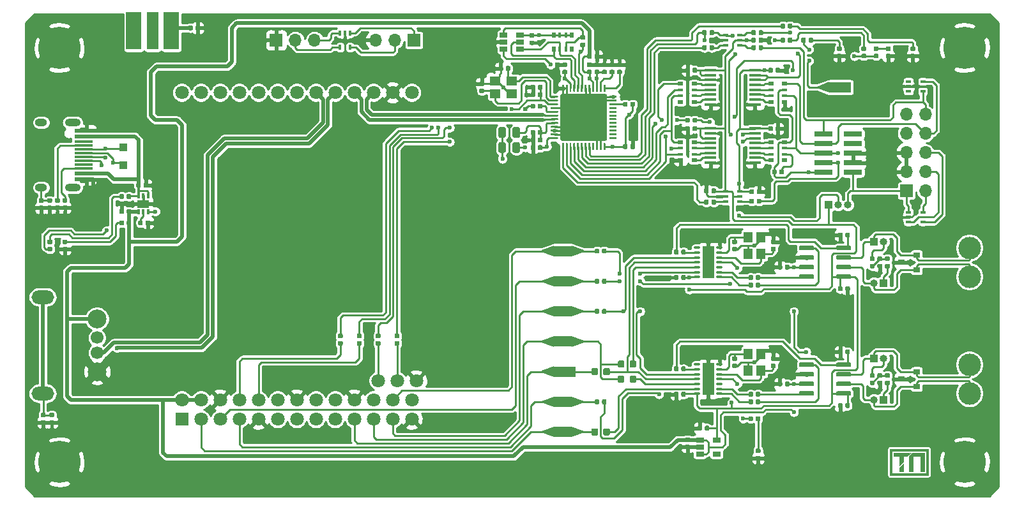
<source format=gbr>
%TF.GenerationSoftware,KiCad,Pcbnew,5.1.5*%
%TF.CreationDate,2020-01-11T17:38:17+01:00*%
%TF.ProjectId,can_breakout_pcb,63616e5f-6272-4656-916b-6f75745f7063,rev?*%
%TF.SameCoordinates,Original*%
%TF.FileFunction,Copper,L1,Top*%
%TF.FilePolarity,Positive*%
%FSLAX46Y46*%
G04 Gerber Fmt 4.6, Leading zero omitted, Abs format (unit mm)*
G04 Created by KiCad (PCBNEW 5.1.5) date 2020-01-11 17:38:17*
%MOMM*%
%LPD*%
G04 APERTURE LIST*
%ADD10C,0.010000*%
%ADD11R,0.400000X0.650000*%
%ADD12R,0.650000X0.400000*%
%ADD13C,0.100000*%
%ADD14O,1.000000X1.000000*%
%ADD15R,1.000000X1.000000*%
%ADD16C,1.300000*%
%ADD17R,2.900000X1.400000*%
%ADD18R,2.400000X1.400000*%
%ADD19R,0.800000X0.500000*%
%ADD20R,0.800000X0.400000*%
%ADD21R,1.500000X0.450000*%
%ADD22O,1.700000X1.700000*%
%ADD23R,1.700000X1.700000*%
%ADD24R,2.400000X0.740000*%
%ADD25R,1.400000X1.200000*%
%ADD26R,1.060000X0.650000*%
%ADD27R,0.500000X0.800000*%
%ADD28R,0.400000X0.800000*%
%ADD29R,1.600000X1.000000*%
%ADD30R,0.350000X0.650000*%
%ADD31R,1.200000X1.400000*%
%ADD32O,0.850000X0.350000*%
%ADD33R,1.650000X4.250000*%
%ADD34C,3.000000*%
%ADD35C,5.600000*%
%ADD36R,0.900000X0.800000*%
%ADD37C,1.800000*%
%ADD38R,1.800000X1.800000*%
%ADD39O,3.000000X1.800000*%
%ADD40C,2.500000*%
%ADD41C,1.700000*%
%ADD42R,1.500000X5.000000*%
%ADD43R,2.000000X5.000000*%
%ADD44O,1.600000X1.000000*%
%ADD45O,2.100000X1.000000*%
%ADD46R,2.450000X0.300000*%
%ADD47R,2.450000X0.600000*%
%ADD48C,0.600000*%
%ADD49C,2.000000*%
%ADD50C,1.000000*%
%ADD51C,0.500000*%
%ADD52C,0.250000*%
%ADD53C,0.350000*%
G04 APERTURE END LIST*
D10*
G36*
X228875000Y-111375000D02*
G01*
X228875000Y-113125000D01*
X228625000Y-113125000D01*
X228625000Y-111375000D01*
X228875000Y-111375000D01*
G37*
X228875000Y-111375000D02*
X228875000Y-113125000D01*
X228625000Y-113125000D01*
X228625000Y-111375000D01*
X228875000Y-111375000D01*
G36*
X224125000Y-111375000D02*
G01*
X224125000Y-113125000D01*
X223875000Y-113125000D01*
X223875000Y-111375000D01*
X224125000Y-111375000D01*
G37*
X224125000Y-111375000D02*
X224125000Y-113125000D01*
X223875000Y-113125000D01*
X223875000Y-111375000D01*
X224125000Y-111375000D01*
G36*
X228000000Y-114000000D02*
G01*
X224750000Y-114000000D01*
X224750000Y-113750000D01*
X228000000Y-113750000D01*
X228000000Y-114000000D01*
G37*
X228000000Y-114000000D02*
X224750000Y-114000000D01*
X224750000Y-113750000D01*
X228000000Y-113750000D01*
X228000000Y-114000000D01*
G36*
X228000000Y-110750000D02*
G01*
X224750000Y-110750000D01*
X224750000Y-110500000D01*
X228000000Y-110500000D01*
X228000000Y-110750000D01*
G37*
X228000000Y-110750000D02*
X224750000Y-110750000D01*
X224750000Y-110500000D01*
X228000000Y-110500000D01*
X228000000Y-110750000D01*
G36*
X228375000Y-113500000D02*
G01*
X227875000Y-113500000D01*
X227875000Y-111500000D01*
X226875000Y-111500000D01*
X226875000Y-113500000D01*
X226375000Y-113500000D01*
X226375000Y-111500000D01*
X226875000Y-111000000D01*
X228375000Y-111000000D01*
X228375000Y-113500000D01*
G37*
X228375000Y-113500000D02*
X227875000Y-113500000D01*
X227875000Y-111500000D01*
X226875000Y-111500000D01*
X226875000Y-113500000D01*
X226375000Y-113500000D01*
X226375000Y-111500000D01*
X226875000Y-111000000D01*
X228375000Y-111000000D01*
X228375000Y-113500000D01*
G36*
X226125000Y-111500000D02*
G01*
X225625000Y-111500000D01*
X225625000Y-112250000D01*
X225125000Y-112750000D01*
X225125000Y-111500000D01*
X224375000Y-111500000D01*
X224375000Y-111000000D01*
X226625000Y-111000000D01*
X226125000Y-111500000D01*
G37*
X226125000Y-111500000D02*
X225625000Y-111500000D01*
X225625000Y-112250000D01*
X225125000Y-112750000D01*
X225125000Y-111500000D01*
X224375000Y-111500000D01*
X224375000Y-111000000D01*
X226625000Y-111000000D01*
X226125000Y-111500000D01*
G36*
X228625000Y-111375000D02*
G01*
X228625000Y-110750000D01*
X228000000Y-110750000D01*
X228000000Y-110500000D01*
X228875000Y-110500000D01*
X228875000Y-111375000D01*
X228625000Y-111375000D01*
G37*
X228625000Y-111375000D02*
X228625000Y-110750000D01*
X228000000Y-110750000D01*
X228000000Y-110500000D01*
X228875000Y-110500000D01*
X228875000Y-111375000D01*
X228625000Y-111375000D01*
G36*
X228000000Y-113750000D02*
G01*
X228625000Y-113750000D01*
X228625000Y-113125000D01*
X228875000Y-113125000D01*
X228875000Y-114000000D01*
X228000000Y-114000000D01*
X228000000Y-113750000D01*
G37*
X228000000Y-113750000D02*
X228625000Y-113750000D01*
X228625000Y-113125000D01*
X228875000Y-113125000D01*
X228875000Y-114000000D01*
X228000000Y-114000000D01*
X228000000Y-113750000D01*
G36*
X224125000Y-113125000D02*
G01*
X224125000Y-113750000D01*
X224750000Y-113750000D01*
X224750000Y-114000000D01*
X223875000Y-114000000D01*
X223875000Y-113125000D01*
X224125000Y-113125000D01*
G37*
X224125000Y-113125000D02*
X224125000Y-113750000D01*
X224750000Y-113750000D01*
X224750000Y-114000000D01*
X223875000Y-114000000D01*
X223875000Y-113125000D01*
X224125000Y-113125000D01*
G36*
X224750000Y-110750000D02*
G01*
X224125000Y-110750000D01*
X224125000Y-111375000D01*
X223875000Y-111375000D01*
X223875000Y-110500000D01*
X224750000Y-110500000D01*
X224750000Y-110750000D01*
G37*
X224750000Y-110750000D02*
X224125000Y-110750000D01*
X224125000Y-111375000D01*
X223875000Y-111375000D01*
X223875000Y-110500000D01*
X224750000Y-110500000D01*
X224750000Y-110750000D01*
G36*
X225625000Y-113500000D02*
G01*
X225125000Y-113500000D01*
X225125000Y-113000000D01*
X225625000Y-112500000D01*
X225625000Y-113500000D01*
G37*
X225625000Y-113500000D02*
X225125000Y-113500000D01*
X225125000Y-113000000D01*
X225625000Y-112500000D01*
X225625000Y-113500000D01*
D11*
X152275000Y-57200000D03*
X150975000Y-57200000D03*
X151625000Y-55300000D03*
X150975000Y-55300000D03*
X152275000Y-55300000D03*
D12*
X228200000Y-79100000D03*
X228200000Y-80400000D03*
X226300000Y-79750000D03*
X226300000Y-80400000D03*
X226300000Y-79100000D03*
X228200000Y-61725000D03*
X228200000Y-63025000D03*
X226300000Y-62375000D03*
X226300000Y-63025000D03*
X226300000Y-61725000D03*
%TA.AperFunction,SMDPad,CuDef*%
D13*
G36*
X176676958Y-69180710D02*
G01*
X176691276Y-69182834D01*
X176705317Y-69186351D01*
X176718946Y-69191228D01*
X176732031Y-69197417D01*
X176744447Y-69204858D01*
X176756073Y-69213481D01*
X176766798Y-69223202D01*
X176776519Y-69233927D01*
X176785142Y-69245553D01*
X176792583Y-69257969D01*
X176798772Y-69271054D01*
X176803649Y-69284683D01*
X176807166Y-69298724D01*
X176809290Y-69313042D01*
X176810000Y-69327500D01*
X176810000Y-69672500D01*
X176809290Y-69686958D01*
X176807166Y-69701276D01*
X176803649Y-69715317D01*
X176798772Y-69728946D01*
X176792583Y-69742031D01*
X176785142Y-69754447D01*
X176776519Y-69766073D01*
X176766798Y-69776798D01*
X176756073Y-69786519D01*
X176744447Y-69795142D01*
X176732031Y-69802583D01*
X176718946Y-69808772D01*
X176705317Y-69813649D01*
X176691276Y-69817166D01*
X176676958Y-69819290D01*
X176662500Y-69820000D01*
X176367500Y-69820000D01*
X176353042Y-69819290D01*
X176338724Y-69817166D01*
X176324683Y-69813649D01*
X176311054Y-69808772D01*
X176297969Y-69802583D01*
X176285553Y-69795142D01*
X176273927Y-69786519D01*
X176263202Y-69776798D01*
X176253481Y-69766073D01*
X176244858Y-69754447D01*
X176237417Y-69742031D01*
X176231228Y-69728946D01*
X176226351Y-69715317D01*
X176222834Y-69701276D01*
X176220710Y-69686958D01*
X176220000Y-69672500D01*
X176220000Y-69327500D01*
X176220710Y-69313042D01*
X176222834Y-69298724D01*
X176226351Y-69284683D01*
X176231228Y-69271054D01*
X176237417Y-69257969D01*
X176244858Y-69245553D01*
X176253481Y-69233927D01*
X176263202Y-69223202D01*
X176273927Y-69213481D01*
X176285553Y-69204858D01*
X176297969Y-69197417D01*
X176311054Y-69191228D01*
X176324683Y-69186351D01*
X176338724Y-69182834D01*
X176353042Y-69180710D01*
X176367500Y-69180000D01*
X176662500Y-69180000D01*
X176676958Y-69180710D01*
G37*
%TD.AperFunction*%
%TA.AperFunction,SMDPad,CuDef*%
G36*
X177646958Y-69180710D02*
G01*
X177661276Y-69182834D01*
X177675317Y-69186351D01*
X177688946Y-69191228D01*
X177702031Y-69197417D01*
X177714447Y-69204858D01*
X177726073Y-69213481D01*
X177736798Y-69223202D01*
X177746519Y-69233927D01*
X177755142Y-69245553D01*
X177762583Y-69257969D01*
X177768772Y-69271054D01*
X177773649Y-69284683D01*
X177777166Y-69298724D01*
X177779290Y-69313042D01*
X177780000Y-69327500D01*
X177780000Y-69672500D01*
X177779290Y-69686958D01*
X177777166Y-69701276D01*
X177773649Y-69715317D01*
X177768772Y-69728946D01*
X177762583Y-69742031D01*
X177755142Y-69754447D01*
X177746519Y-69766073D01*
X177736798Y-69776798D01*
X177726073Y-69786519D01*
X177714447Y-69795142D01*
X177702031Y-69802583D01*
X177688946Y-69808772D01*
X177675317Y-69813649D01*
X177661276Y-69817166D01*
X177646958Y-69819290D01*
X177632500Y-69820000D01*
X177337500Y-69820000D01*
X177323042Y-69819290D01*
X177308724Y-69817166D01*
X177294683Y-69813649D01*
X177281054Y-69808772D01*
X177267969Y-69802583D01*
X177255553Y-69795142D01*
X177243927Y-69786519D01*
X177233202Y-69776798D01*
X177223481Y-69766073D01*
X177214858Y-69754447D01*
X177207417Y-69742031D01*
X177201228Y-69728946D01*
X177196351Y-69715317D01*
X177192834Y-69701276D01*
X177190710Y-69686958D01*
X177190000Y-69672500D01*
X177190000Y-69327500D01*
X177190710Y-69313042D01*
X177192834Y-69298724D01*
X177196351Y-69284683D01*
X177201228Y-69271054D01*
X177207417Y-69257969D01*
X177214858Y-69245553D01*
X177223481Y-69233927D01*
X177233202Y-69223202D01*
X177243927Y-69213481D01*
X177255553Y-69204858D01*
X177267969Y-69197417D01*
X177281054Y-69191228D01*
X177294683Y-69186351D01*
X177308724Y-69182834D01*
X177323042Y-69180710D01*
X177337500Y-69180000D01*
X177632500Y-69180000D01*
X177646958Y-69180710D01*
G37*
%TD.AperFunction*%
%TA.AperFunction,SMDPad,CuDef*%
G36*
X185186958Y-59220710D02*
G01*
X185201276Y-59222834D01*
X185215317Y-59226351D01*
X185228946Y-59231228D01*
X185242031Y-59237417D01*
X185254447Y-59244858D01*
X185266073Y-59253481D01*
X185276798Y-59263202D01*
X185286519Y-59273927D01*
X185295142Y-59285553D01*
X185302583Y-59297969D01*
X185308772Y-59311054D01*
X185313649Y-59324683D01*
X185317166Y-59338724D01*
X185319290Y-59353042D01*
X185320000Y-59367500D01*
X185320000Y-59662500D01*
X185319290Y-59676958D01*
X185317166Y-59691276D01*
X185313649Y-59705317D01*
X185308772Y-59718946D01*
X185302583Y-59732031D01*
X185295142Y-59744447D01*
X185286519Y-59756073D01*
X185276798Y-59766798D01*
X185266073Y-59776519D01*
X185254447Y-59785142D01*
X185242031Y-59792583D01*
X185228946Y-59798772D01*
X185215317Y-59803649D01*
X185201276Y-59807166D01*
X185186958Y-59809290D01*
X185172500Y-59810000D01*
X184827500Y-59810000D01*
X184813042Y-59809290D01*
X184798724Y-59807166D01*
X184784683Y-59803649D01*
X184771054Y-59798772D01*
X184757969Y-59792583D01*
X184745553Y-59785142D01*
X184733927Y-59776519D01*
X184723202Y-59766798D01*
X184713481Y-59756073D01*
X184704858Y-59744447D01*
X184697417Y-59732031D01*
X184691228Y-59718946D01*
X184686351Y-59705317D01*
X184682834Y-59691276D01*
X184680710Y-59676958D01*
X184680000Y-59662500D01*
X184680000Y-59367500D01*
X184680710Y-59353042D01*
X184682834Y-59338724D01*
X184686351Y-59324683D01*
X184691228Y-59311054D01*
X184697417Y-59297969D01*
X184704858Y-59285553D01*
X184713481Y-59273927D01*
X184723202Y-59263202D01*
X184733927Y-59253481D01*
X184745553Y-59244858D01*
X184757969Y-59237417D01*
X184771054Y-59231228D01*
X184784683Y-59226351D01*
X184798724Y-59222834D01*
X184813042Y-59220710D01*
X184827500Y-59220000D01*
X185172500Y-59220000D01*
X185186958Y-59220710D01*
G37*
%TD.AperFunction*%
%TA.AperFunction,SMDPad,CuDef*%
G36*
X185186958Y-60190710D02*
G01*
X185201276Y-60192834D01*
X185215317Y-60196351D01*
X185228946Y-60201228D01*
X185242031Y-60207417D01*
X185254447Y-60214858D01*
X185266073Y-60223481D01*
X185276798Y-60233202D01*
X185286519Y-60243927D01*
X185295142Y-60255553D01*
X185302583Y-60267969D01*
X185308772Y-60281054D01*
X185313649Y-60294683D01*
X185317166Y-60308724D01*
X185319290Y-60323042D01*
X185320000Y-60337500D01*
X185320000Y-60632500D01*
X185319290Y-60646958D01*
X185317166Y-60661276D01*
X185313649Y-60675317D01*
X185308772Y-60688946D01*
X185302583Y-60702031D01*
X185295142Y-60714447D01*
X185286519Y-60726073D01*
X185276798Y-60736798D01*
X185266073Y-60746519D01*
X185254447Y-60755142D01*
X185242031Y-60762583D01*
X185228946Y-60768772D01*
X185215317Y-60773649D01*
X185201276Y-60777166D01*
X185186958Y-60779290D01*
X185172500Y-60780000D01*
X184827500Y-60780000D01*
X184813042Y-60779290D01*
X184798724Y-60777166D01*
X184784683Y-60773649D01*
X184771054Y-60768772D01*
X184757969Y-60762583D01*
X184745553Y-60755142D01*
X184733927Y-60746519D01*
X184723202Y-60736798D01*
X184713481Y-60726073D01*
X184704858Y-60714447D01*
X184697417Y-60702031D01*
X184691228Y-60688946D01*
X184686351Y-60675317D01*
X184682834Y-60661276D01*
X184680710Y-60646958D01*
X184680000Y-60632500D01*
X184680000Y-60337500D01*
X184680710Y-60323042D01*
X184682834Y-60308724D01*
X184686351Y-60294683D01*
X184691228Y-60281054D01*
X184697417Y-60267969D01*
X184704858Y-60255553D01*
X184713481Y-60243927D01*
X184723202Y-60233202D01*
X184733927Y-60223481D01*
X184745553Y-60214858D01*
X184757969Y-60207417D01*
X184771054Y-60201228D01*
X184784683Y-60196351D01*
X184798724Y-60192834D01*
X184813042Y-60190710D01*
X184827500Y-60190000D01*
X185172500Y-60190000D01*
X185186958Y-60190710D01*
G37*
%TD.AperFunction*%
D14*
X218270000Y-78125000D03*
X217000000Y-78125000D03*
D15*
X215730000Y-78125000D03*
%TA.AperFunction,SMDPad,CuDef*%
D13*
G36*
X199426958Y-56930710D02*
G01*
X199441276Y-56932834D01*
X199455317Y-56936351D01*
X199468946Y-56941228D01*
X199482031Y-56947417D01*
X199494447Y-56954858D01*
X199506073Y-56963481D01*
X199516798Y-56973202D01*
X199526519Y-56983927D01*
X199535142Y-56995553D01*
X199542583Y-57007969D01*
X199548772Y-57021054D01*
X199553649Y-57034683D01*
X199557166Y-57048724D01*
X199559290Y-57063042D01*
X199560000Y-57077500D01*
X199560000Y-57422500D01*
X199559290Y-57436958D01*
X199557166Y-57451276D01*
X199553649Y-57465317D01*
X199548772Y-57478946D01*
X199542583Y-57492031D01*
X199535142Y-57504447D01*
X199526519Y-57516073D01*
X199516798Y-57526798D01*
X199506073Y-57536519D01*
X199494447Y-57545142D01*
X199482031Y-57552583D01*
X199468946Y-57558772D01*
X199455317Y-57563649D01*
X199441276Y-57567166D01*
X199426958Y-57569290D01*
X199412500Y-57570000D01*
X199117500Y-57570000D01*
X199103042Y-57569290D01*
X199088724Y-57567166D01*
X199074683Y-57563649D01*
X199061054Y-57558772D01*
X199047969Y-57552583D01*
X199035553Y-57545142D01*
X199023927Y-57536519D01*
X199013202Y-57526798D01*
X199003481Y-57516073D01*
X198994858Y-57504447D01*
X198987417Y-57492031D01*
X198981228Y-57478946D01*
X198976351Y-57465317D01*
X198972834Y-57451276D01*
X198970710Y-57436958D01*
X198970000Y-57422500D01*
X198970000Y-57077500D01*
X198970710Y-57063042D01*
X198972834Y-57048724D01*
X198976351Y-57034683D01*
X198981228Y-57021054D01*
X198987417Y-57007969D01*
X198994858Y-56995553D01*
X199003481Y-56983927D01*
X199013202Y-56973202D01*
X199023927Y-56963481D01*
X199035553Y-56954858D01*
X199047969Y-56947417D01*
X199061054Y-56941228D01*
X199074683Y-56936351D01*
X199088724Y-56932834D01*
X199103042Y-56930710D01*
X199117500Y-56930000D01*
X199412500Y-56930000D01*
X199426958Y-56930710D01*
G37*
%TD.AperFunction*%
%TA.AperFunction,SMDPad,CuDef*%
G36*
X200396958Y-56930710D02*
G01*
X200411276Y-56932834D01*
X200425317Y-56936351D01*
X200438946Y-56941228D01*
X200452031Y-56947417D01*
X200464447Y-56954858D01*
X200476073Y-56963481D01*
X200486798Y-56973202D01*
X200496519Y-56983927D01*
X200505142Y-56995553D01*
X200512583Y-57007969D01*
X200518772Y-57021054D01*
X200523649Y-57034683D01*
X200527166Y-57048724D01*
X200529290Y-57063042D01*
X200530000Y-57077500D01*
X200530000Y-57422500D01*
X200529290Y-57436958D01*
X200527166Y-57451276D01*
X200523649Y-57465317D01*
X200518772Y-57478946D01*
X200512583Y-57492031D01*
X200505142Y-57504447D01*
X200496519Y-57516073D01*
X200486798Y-57526798D01*
X200476073Y-57536519D01*
X200464447Y-57545142D01*
X200452031Y-57552583D01*
X200438946Y-57558772D01*
X200425317Y-57563649D01*
X200411276Y-57567166D01*
X200396958Y-57569290D01*
X200382500Y-57570000D01*
X200087500Y-57570000D01*
X200073042Y-57569290D01*
X200058724Y-57567166D01*
X200044683Y-57563649D01*
X200031054Y-57558772D01*
X200017969Y-57552583D01*
X200005553Y-57545142D01*
X199993927Y-57536519D01*
X199983202Y-57526798D01*
X199973481Y-57516073D01*
X199964858Y-57504447D01*
X199957417Y-57492031D01*
X199951228Y-57478946D01*
X199946351Y-57465317D01*
X199942834Y-57451276D01*
X199940710Y-57436958D01*
X199940000Y-57422500D01*
X199940000Y-57077500D01*
X199940710Y-57063042D01*
X199942834Y-57048724D01*
X199946351Y-57034683D01*
X199951228Y-57021054D01*
X199957417Y-57007969D01*
X199964858Y-56995553D01*
X199973481Y-56983927D01*
X199983202Y-56973202D01*
X199993927Y-56963481D01*
X200005553Y-56954858D01*
X200017969Y-56947417D01*
X200031054Y-56941228D01*
X200044683Y-56936351D01*
X200058724Y-56932834D01*
X200073042Y-56930710D01*
X200087500Y-56930000D01*
X200382500Y-56930000D01*
X200396958Y-56930710D01*
G37*
%TD.AperFunction*%
%TA.AperFunction,SMDPad,CuDef*%
G36*
X184952691Y-107776053D02*
G01*
X184973926Y-107779203D01*
X184994750Y-107784419D01*
X185014962Y-107791651D01*
X185034368Y-107800830D01*
X185052781Y-107811866D01*
X185070024Y-107824654D01*
X185085930Y-107839070D01*
X185100346Y-107854976D01*
X185113134Y-107872219D01*
X185124170Y-107890632D01*
X185133349Y-107910038D01*
X185140581Y-107930250D01*
X185145797Y-107951074D01*
X185148947Y-107972309D01*
X185150000Y-107993750D01*
X185150000Y-108506250D01*
X185148947Y-108527691D01*
X185145797Y-108548926D01*
X185140581Y-108569750D01*
X185133349Y-108589962D01*
X185124170Y-108609368D01*
X185113134Y-108627781D01*
X185100346Y-108645024D01*
X185085930Y-108660930D01*
X185070024Y-108675346D01*
X185052781Y-108688134D01*
X185034368Y-108699170D01*
X185014962Y-108708349D01*
X184994750Y-108715581D01*
X184973926Y-108720797D01*
X184952691Y-108723947D01*
X184931250Y-108725000D01*
X184493750Y-108725000D01*
X184472309Y-108723947D01*
X184451074Y-108720797D01*
X184430250Y-108715581D01*
X184410038Y-108708349D01*
X184390632Y-108699170D01*
X184372219Y-108688134D01*
X184354976Y-108675346D01*
X184339070Y-108660930D01*
X184324654Y-108645024D01*
X184311866Y-108627781D01*
X184300830Y-108609368D01*
X184291651Y-108589962D01*
X184284419Y-108569750D01*
X184279203Y-108548926D01*
X184276053Y-108527691D01*
X184275000Y-108506250D01*
X184275000Y-107993750D01*
X184276053Y-107972309D01*
X184279203Y-107951074D01*
X184284419Y-107930250D01*
X184291651Y-107910038D01*
X184300830Y-107890632D01*
X184311866Y-107872219D01*
X184324654Y-107854976D01*
X184339070Y-107839070D01*
X184354976Y-107824654D01*
X184372219Y-107811866D01*
X184390632Y-107800830D01*
X184410038Y-107791651D01*
X184430250Y-107784419D01*
X184451074Y-107779203D01*
X184472309Y-107776053D01*
X184493750Y-107775000D01*
X184931250Y-107775000D01*
X184952691Y-107776053D01*
G37*
%TD.AperFunction*%
%TA.AperFunction,SMDPad,CuDef*%
G36*
X186527691Y-107776053D02*
G01*
X186548926Y-107779203D01*
X186569750Y-107784419D01*
X186589962Y-107791651D01*
X186609368Y-107800830D01*
X186627781Y-107811866D01*
X186645024Y-107824654D01*
X186660930Y-107839070D01*
X186675346Y-107854976D01*
X186688134Y-107872219D01*
X186699170Y-107890632D01*
X186708349Y-107910038D01*
X186715581Y-107930250D01*
X186720797Y-107951074D01*
X186723947Y-107972309D01*
X186725000Y-107993750D01*
X186725000Y-108506250D01*
X186723947Y-108527691D01*
X186720797Y-108548926D01*
X186715581Y-108569750D01*
X186708349Y-108589962D01*
X186699170Y-108609368D01*
X186688134Y-108627781D01*
X186675346Y-108645024D01*
X186660930Y-108660930D01*
X186645024Y-108675346D01*
X186627781Y-108688134D01*
X186609368Y-108699170D01*
X186589962Y-108708349D01*
X186569750Y-108715581D01*
X186548926Y-108720797D01*
X186527691Y-108723947D01*
X186506250Y-108725000D01*
X186068750Y-108725000D01*
X186047309Y-108723947D01*
X186026074Y-108720797D01*
X186005250Y-108715581D01*
X185985038Y-108708349D01*
X185965632Y-108699170D01*
X185947219Y-108688134D01*
X185929976Y-108675346D01*
X185914070Y-108660930D01*
X185899654Y-108645024D01*
X185886866Y-108627781D01*
X185875830Y-108609368D01*
X185866651Y-108589962D01*
X185859419Y-108569750D01*
X185854203Y-108548926D01*
X185851053Y-108527691D01*
X185850000Y-108506250D01*
X185850000Y-107993750D01*
X185851053Y-107972309D01*
X185854203Y-107951074D01*
X185859419Y-107930250D01*
X185866651Y-107910038D01*
X185875830Y-107890632D01*
X185886866Y-107872219D01*
X185899654Y-107854976D01*
X185914070Y-107839070D01*
X185929976Y-107824654D01*
X185947219Y-107811866D01*
X185965632Y-107800830D01*
X185985038Y-107791651D01*
X186005250Y-107784419D01*
X186026074Y-107779203D01*
X186047309Y-107776053D01*
X186068750Y-107775000D01*
X186506250Y-107775000D01*
X186527691Y-107776053D01*
G37*
%TD.AperFunction*%
D16*
X216000000Y-62500000D03*
X218000000Y-62500000D03*
%TA.AperFunction,Conductor*%
D13*
G36*
X215800000Y-61800000D02*
G01*
X215800000Y-63200000D01*
X214200000Y-62600000D01*
X214200000Y-62400000D01*
X215800000Y-61800000D01*
G37*
%TD.AperFunction*%
D17*
X217250000Y-62500000D03*
D16*
X216000000Y-65125000D03*
X218000000Y-65125000D03*
%TA.AperFunction,Conductor*%
D13*
G36*
X215800000Y-64425000D02*
G01*
X215800000Y-65825000D01*
X214200000Y-65225000D01*
X214200000Y-65025000D01*
X215800000Y-64425000D01*
G37*
%TD.AperFunction*%
D17*
X217250000Y-65125000D03*
D16*
X179500000Y-100250000D03*
X181500000Y-100250000D03*
%TA.AperFunction,Conductor*%
D13*
G36*
X179300000Y-99550000D02*
G01*
X179300000Y-100950000D01*
X177700000Y-100350000D01*
X177700000Y-100150000D01*
X179300000Y-99550000D01*
G37*
%TD.AperFunction*%
D17*
X180750000Y-100250000D03*
%TA.AperFunction,Conductor*%
D13*
G36*
X181700000Y-104950000D02*
G01*
X181700000Y-103550000D01*
X183300000Y-104150000D01*
X183300000Y-104350000D01*
X181700000Y-104950000D01*
G37*
%TD.AperFunction*%
D18*
X180500000Y-104250000D03*
%TA.AperFunction,Conductor*%
D13*
G36*
X179300000Y-103550000D02*
G01*
X179300000Y-104950000D01*
X177700000Y-104350000D01*
X177700000Y-104150000D01*
X179300000Y-103550000D01*
G37*
%TD.AperFunction*%
D16*
X181500000Y-104250000D03*
X179500000Y-104250000D03*
%TA.AperFunction,Conductor*%
D13*
G36*
X181700000Y-88950000D02*
G01*
X181700000Y-87550000D01*
X183300000Y-88150000D01*
X183300000Y-88350000D01*
X181700000Y-88950000D01*
G37*
%TD.AperFunction*%
D18*
X180500000Y-88250000D03*
%TA.AperFunction,Conductor*%
D13*
G36*
X179300000Y-87550000D02*
G01*
X179300000Y-88950000D01*
X177700000Y-88350000D01*
X177700000Y-88150000D01*
X179300000Y-87550000D01*
G37*
%TD.AperFunction*%
D16*
X181500000Y-88250000D03*
X179500000Y-88250000D03*
%TA.AperFunction,Conductor*%
D13*
G36*
X181700000Y-84950000D02*
G01*
X181700000Y-83550000D01*
X183300000Y-84150000D01*
X183300000Y-84350000D01*
X181700000Y-84950000D01*
G37*
%TD.AperFunction*%
D18*
X180500000Y-84250000D03*
%TA.AperFunction,Conductor*%
D13*
G36*
X179300000Y-83550000D02*
G01*
X179300000Y-84950000D01*
X177700000Y-84350000D01*
X177700000Y-84150000D01*
X179300000Y-83550000D01*
G37*
%TD.AperFunction*%
D16*
X181500000Y-84250000D03*
X179500000Y-84250000D03*
%TA.AperFunction,Conductor*%
D13*
G36*
X181700000Y-108950000D02*
G01*
X181700000Y-107550000D01*
X183300000Y-108150000D01*
X183300000Y-108350000D01*
X181700000Y-108950000D01*
G37*
%TD.AperFunction*%
D18*
X180500000Y-108250000D03*
%TA.AperFunction,Conductor*%
D13*
G36*
X179300000Y-107550000D02*
G01*
X179300000Y-108950000D01*
X177700000Y-108350000D01*
X177700000Y-108150000D01*
X179300000Y-107550000D01*
G37*
%TD.AperFunction*%
D16*
X181500000Y-108250000D03*
X179500000Y-108250000D03*
%TA.AperFunction,Conductor*%
D13*
G36*
X181700000Y-92950000D02*
G01*
X181700000Y-91550000D01*
X183300000Y-92150000D01*
X183300000Y-92350000D01*
X181700000Y-92950000D01*
G37*
%TD.AperFunction*%
D18*
X180500000Y-92250000D03*
%TA.AperFunction,Conductor*%
D13*
G36*
X179300000Y-91550000D02*
G01*
X179300000Y-92950000D01*
X177700000Y-92350000D01*
X177700000Y-92150000D01*
X179300000Y-91550000D01*
G37*
%TD.AperFunction*%
D16*
X181500000Y-92250000D03*
X179500000Y-92250000D03*
%TA.AperFunction,Conductor*%
D13*
G36*
X181700000Y-96950000D02*
G01*
X181700000Y-95550000D01*
X183300000Y-96150000D01*
X183300000Y-96350000D01*
X181700000Y-96950000D01*
G37*
%TD.AperFunction*%
D18*
X180500000Y-96250000D03*
%TA.AperFunction,Conductor*%
D13*
G36*
X179300000Y-95550000D02*
G01*
X179300000Y-96950000D01*
X177700000Y-96350000D01*
X177700000Y-96150000D01*
X179300000Y-95550000D01*
G37*
%TD.AperFunction*%
D16*
X181500000Y-96250000D03*
X179500000Y-96250000D03*
%TA.AperFunction,SMDPad,CuDef*%
D13*
G36*
X209146958Y-67680710D02*
G01*
X209161276Y-67682834D01*
X209175317Y-67686351D01*
X209188946Y-67691228D01*
X209202031Y-67697417D01*
X209214447Y-67704858D01*
X209226073Y-67713481D01*
X209236798Y-67723202D01*
X209246519Y-67733927D01*
X209255142Y-67745553D01*
X209262583Y-67757969D01*
X209268772Y-67771054D01*
X209273649Y-67784683D01*
X209277166Y-67798724D01*
X209279290Y-67813042D01*
X209280000Y-67827500D01*
X209280000Y-68172500D01*
X209279290Y-68186958D01*
X209277166Y-68201276D01*
X209273649Y-68215317D01*
X209268772Y-68228946D01*
X209262583Y-68242031D01*
X209255142Y-68254447D01*
X209246519Y-68266073D01*
X209236798Y-68276798D01*
X209226073Y-68286519D01*
X209214447Y-68295142D01*
X209202031Y-68302583D01*
X209188946Y-68308772D01*
X209175317Y-68313649D01*
X209161276Y-68317166D01*
X209146958Y-68319290D01*
X209132500Y-68320000D01*
X208837500Y-68320000D01*
X208823042Y-68319290D01*
X208808724Y-68317166D01*
X208794683Y-68313649D01*
X208781054Y-68308772D01*
X208767969Y-68302583D01*
X208755553Y-68295142D01*
X208743927Y-68286519D01*
X208733202Y-68276798D01*
X208723481Y-68266073D01*
X208714858Y-68254447D01*
X208707417Y-68242031D01*
X208701228Y-68228946D01*
X208696351Y-68215317D01*
X208692834Y-68201276D01*
X208690710Y-68186958D01*
X208690000Y-68172500D01*
X208690000Y-67827500D01*
X208690710Y-67813042D01*
X208692834Y-67798724D01*
X208696351Y-67784683D01*
X208701228Y-67771054D01*
X208707417Y-67757969D01*
X208714858Y-67745553D01*
X208723481Y-67733927D01*
X208733202Y-67723202D01*
X208743927Y-67713481D01*
X208755553Y-67704858D01*
X208767969Y-67697417D01*
X208781054Y-67691228D01*
X208794683Y-67686351D01*
X208808724Y-67682834D01*
X208823042Y-67680710D01*
X208837500Y-67680000D01*
X209132500Y-67680000D01*
X209146958Y-67680710D01*
G37*
%TD.AperFunction*%
%TA.AperFunction,SMDPad,CuDef*%
G36*
X208176958Y-67680710D02*
G01*
X208191276Y-67682834D01*
X208205317Y-67686351D01*
X208218946Y-67691228D01*
X208232031Y-67697417D01*
X208244447Y-67704858D01*
X208256073Y-67713481D01*
X208266798Y-67723202D01*
X208276519Y-67733927D01*
X208285142Y-67745553D01*
X208292583Y-67757969D01*
X208298772Y-67771054D01*
X208303649Y-67784683D01*
X208307166Y-67798724D01*
X208309290Y-67813042D01*
X208310000Y-67827500D01*
X208310000Y-68172500D01*
X208309290Y-68186958D01*
X208307166Y-68201276D01*
X208303649Y-68215317D01*
X208298772Y-68228946D01*
X208292583Y-68242031D01*
X208285142Y-68254447D01*
X208276519Y-68266073D01*
X208266798Y-68276798D01*
X208256073Y-68286519D01*
X208244447Y-68295142D01*
X208232031Y-68302583D01*
X208218946Y-68308772D01*
X208205317Y-68313649D01*
X208191276Y-68317166D01*
X208176958Y-68319290D01*
X208162500Y-68320000D01*
X207867500Y-68320000D01*
X207853042Y-68319290D01*
X207838724Y-68317166D01*
X207824683Y-68313649D01*
X207811054Y-68308772D01*
X207797969Y-68302583D01*
X207785553Y-68295142D01*
X207773927Y-68286519D01*
X207763202Y-68276798D01*
X207753481Y-68266073D01*
X207744858Y-68254447D01*
X207737417Y-68242031D01*
X207731228Y-68228946D01*
X207726351Y-68215317D01*
X207722834Y-68201276D01*
X207720710Y-68186958D01*
X207720000Y-68172500D01*
X207720000Y-67827500D01*
X207720710Y-67813042D01*
X207722834Y-67798724D01*
X207726351Y-67784683D01*
X207731228Y-67771054D01*
X207737417Y-67757969D01*
X207744858Y-67745553D01*
X207753481Y-67733927D01*
X207763202Y-67723202D01*
X207773927Y-67713481D01*
X207785553Y-67704858D01*
X207797969Y-67697417D01*
X207811054Y-67691228D01*
X207824683Y-67686351D01*
X207838724Y-67682834D01*
X207853042Y-67680710D01*
X207867500Y-67680000D01*
X208162500Y-67680000D01*
X208176958Y-67680710D01*
G37*
%TD.AperFunction*%
%TA.AperFunction,SMDPad,CuDef*%
G36*
X209146958Y-59930710D02*
G01*
X209161276Y-59932834D01*
X209175317Y-59936351D01*
X209188946Y-59941228D01*
X209202031Y-59947417D01*
X209214447Y-59954858D01*
X209226073Y-59963481D01*
X209236798Y-59973202D01*
X209246519Y-59983927D01*
X209255142Y-59995553D01*
X209262583Y-60007969D01*
X209268772Y-60021054D01*
X209273649Y-60034683D01*
X209277166Y-60048724D01*
X209279290Y-60063042D01*
X209280000Y-60077500D01*
X209280000Y-60422500D01*
X209279290Y-60436958D01*
X209277166Y-60451276D01*
X209273649Y-60465317D01*
X209268772Y-60478946D01*
X209262583Y-60492031D01*
X209255142Y-60504447D01*
X209246519Y-60516073D01*
X209236798Y-60526798D01*
X209226073Y-60536519D01*
X209214447Y-60545142D01*
X209202031Y-60552583D01*
X209188946Y-60558772D01*
X209175317Y-60563649D01*
X209161276Y-60567166D01*
X209146958Y-60569290D01*
X209132500Y-60570000D01*
X208837500Y-60570000D01*
X208823042Y-60569290D01*
X208808724Y-60567166D01*
X208794683Y-60563649D01*
X208781054Y-60558772D01*
X208767969Y-60552583D01*
X208755553Y-60545142D01*
X208743927Y-60536519D01*
X208733202Y-60526798D01*
X208723481Y-60516073D01*
X208714858Y-60504447D01*
X208707417Y-60492031D01*
X208701228Y-60478946D01*
X208696351Y-60465317D01*
X208692834Y-60451276D01*
X208690710Y-60436958D01*
X208690000Y-60422500D01*
X208690000Y-60077500D01*
X208690710Y-60063042D01*
X208692834Y-60048724D01*
X208696351Y-60034683D01*
X208701228Y-60021054D01*
X208707417Y-60007969D01*
X208714858Y-59995553D01*
X208723481Y-59983927D01*
X208733202Y-59973202D01*
X208743927Y-59963481D01*
X208755553Y-59954858D01*
X208767969Y-59947417D01*
X208781054Y-59941228D01*
X208794683Y-59936351D01*
X208808724Y-59932834D01*
X208823042Y-59930710D01*
X208837500Y-59930000D01*
X209132500Y-59930000D01*
X209146958Y-59930710D01*
G37*
%TD.AperFunction*%
%TA.AperFunction,SMDPad,CuDef*%
G36*
X208176958Y-59930710D02*
G01*
X208191276Y-59932834D01*
X208205317Y-59936351D01*
X208218946Y-59941228D01*
X208232031Y-59947417D01*
X208244447Y-59954858D01*
X208256073Y-59963481D01*
X208266798Y-59973202D01*
X208276519Y-59983927D01*
X208285142Y-59995553D01*
X208292583Y-60007969D01*
X208298772Y-60021054D01*
X208303649Y-60034683D01*
X208307166Y-60048724D01*
X208309290Y-60063042D01*
X208310000Y-60077500D01*
X208310000Y-60422500D01*
X208309290Y-60436958D01*
X208307166Y-60451276D01*
X208303649Y-60465317D01*
X208298772Y-60478946D01*
X208292583Y-60492031D01*
X208285142Y-60504447D01*
X208276519Y-60516073D01*
X208266798Y-60526798D01*
X208256073Y-60536519D01*
X208244447Y-60545142D01*
X208232031Y-60552583D01*
X208218946Y-60558772D01*
X208205317Y-60563649D01*
X208191276Y-60567166D01*
X208176958Y-60569290D01*
X208162500Y-60570000D01*
X207867500Y-60570000D01*
X207853042Y-60569290D01*
X207838724Y-60567166D01*
X207824683Y-60563649D01*
X207811054Y-60558772D01*
X207797969Y-60552583D01*
X207785553Y-60545142D01*
X207773927Y-60536519D01*
X207763202Y-60526798D01*
X207753481Y-60516073D01*
X207744858Y-60504447D01*
X207737417Y-60492031D01*
X207731228Y-60478946D01*
X207726351Y-60465317D01*
X207722834Y-60451276D01*
X207720710Y-60436958D01*
X207720000Y-60422500D01*
X207720000Y-60077500D01*
X207720710Y-60063042D01*
X207722834Y-60048724D01*
X207726351Y-60034683D01*
X207731228Y-60021054D01*
X207737417Y-60007969D01*
X207744858Y-59995553D01*
X207753481Y-59983927D01*
X207763202Y-59973202D01*
X207773927Y-59963481D01*
X207785553Y-59954858D01*
X207797969Y-59947417D01*
X207811054Y-59941228D01*
X207824683Y-59936351D01*
X207838724Y-59932834D01*
X207853042Y-59930710D01*
X207867500Y-59930000D01*
X208162500Y-59930000D01*
X208176958Y-59930710D01*
G37*
%TD.AperFunction*%
%TA.AperFunction,SMDPad,CuDef*%
G36*
X206646958Y-76055710D02*
G01*
X206661276Y-76057834D01*
X206675317Y-76061351D01*
X206688946Y-76066228D01*
X206702031Y-76072417D01*
X206714447Y-76079858D01*
X206726073Y-76088481D01*
X206736798Y-76098202D01*
X206746519Y-76108927D01*
X206755142Y-76120553D01*
X206762583Y-76132969D01*
X206768772Y-76146054D01*
X206773649Y-76159683D01*
X206777166Y-76173724D01*
X206779290Y-76188042D01*
X206780000Y-76202500D01*
X206780000Y-76547500D01*
X206779290Y-76561958D01*
X206777166Y-76576276D01*
X206773649Y-76590317D01*
X206768772Y-76603946D01*
X206762583Y-76617031D01*
X206755142Y-76629447D01*
X206746519Y-76641073D01*
X206736798Y-76651798D01*
X206726073Y-76661519D01*
X206714447Y-76670142D01*
X206702031Y-76677583D01*
X206688946Y-76683772D01*
X206675317Y-76688649D01*
X206661276Y-76692166D01*
X206646958Y-76694290D01*
X206632500Y-76695000D01*
X206337500Y-76695000D01*
X206323042Y-76694290D01*
X206308724Y-76692166D01*
X206294683Y-76688649D01*
X206281054Y-76683772D01*
X206267969Y-76677583D01*
X206255553Y-76670142D01*
X206243927Y-76661519D01*
X206233202Y-76651798D01*
X206223481Y-76641073D01*
X206214858Y-76629447D01*
X206207417Y-76617031D01*
X206201228Y-76603946D01*
X206196351Y-76590317D01*
X206192834Y-76576276D01*
X206190710Y-76561958D01*
X206190000Y-76547500D01*
X206190000Y-76202500D01*
X206190710Y-76188042D01*
X206192834Y-76173724D01*
X206196351Y-76159683D01*
X206201228Y-76146054D01*
X206207417Y-76132969D01*
X206214858Y-76120553D01*
X206223481Y-76108927D01*
X206233202Y-76098202D01*
X206243927Y-76088481D01*
X206255553Y-76079858D01*
X206267969Y-76072417D01*
X206281054Y-76066228D01*
X206294683Y-76061351D01*
X206308724Y-76057834D01*
X206323042Y-76055710D01*
X206337500Y-76055000D01*
X206632500Y-76055000D01*
X206646958Y-76055710D01*
G37*
%TD.AperFunction*%
%TA.AperFunction,SMDPad,CuDef*%
G36*
X205676958Y-76055710D02*
G01*
X205691276Y-76057834D01*
X205705317Y-76061351D01*
X205718946Y-76066228D01*
X205732031Y-76072417D01*
X205744447Y-76079858D01*
X205756073Y-76088481D01*
X205766798Y-76098202D01*
X205776519Y-76108927D01*
X205785142Y-76120553D01*
X205792583Y-76132969D01*
X205798772Y-76146054D01*
X205803649Y-76159683D01*
X205807166Y-76173724D01*
X205809290Y-76188042D01*
X205810000Y-76202500D01*
X205810000Y-76547500D01*
X205809290Y-76561958D01*
X205807166Y-76576276D01*
X205803649Y-76590317D01*
X205798772Y-76603946D01*
X205792583Y-76617031D01*
X205785142Y-76629447D01*
X205776519Y-76641073D01*
X205766798Y-76651798D01*
X205756073Y-76661519D01*
X205744447Y-76670142D01*
X205732031Y-76677583D01*
X205718946Y-76683772D01*
X205705317Y-76688649D01*
X205691276Y-76692166D01*
X205676958Y-76694290D01*
X205662500Y-76695000D01*
X205367500Y-76695000D01*
X205353042Y-76694290D01*
X205338724Y-76692166D01*
X205324683Y-76688649D01*
X205311054Y-76683772D01*
X205297969Y-76677583D01*
X205285553Y-76670142D01*
X205273927Y-76661519D01*
X205263202Y-76651798D01*
X205253481Y-76641073D01*
X205244858Y-76629447D01*
X205237417Y-76617031D01*
X205231228Y-76603946D01*
X205226351Y-76590317D01*
X205222834Y-76576276D01*
X205220710Y-76561958D01*
X205220000Y-76547500D01*
X205220000Y-76202500D01*
X205220710Y-76188042D01*
X205222834Y-76173724D01*
X205226351Y-76159683D01*
X205231228Y-76146054D01*
X205237417Y-76132969D01*
X205244858Y-76120553D01*
X205253481Y-76108927D01*
X205263202Y-76098202D01*
X205273927Y-76088481D01*
X205285553Y-76079858D01*
X205297969Y-76072417D01*
X205311054Y-76066228D01*
X205324683Y-76061351D01*
X205338724Y-76057834D01*
X205353042Y-76055710D01*
X205367500Y-76055000D01*
X205662500Y-76055000D01*
X205676958Y-76055710D01*
G37*
%TD.AperFunction*%
D12*
X203950000Y-55600000D03*
X203950000Y-56900000D03*
X202050000Y-56250000D03*
X203950000Y-56250000D03*
X202050000Y-56900000D03*
X202050000Y-55600000D03*
%TA.AperFunction,SMDPad,CuDef*%
D13*
G36*
X205926958Y-56930710D02*
G01*
X205941276Y-56932834D01*
X205955317Y-56936351D01*
X205968946Y-56941228D01*
X205982031Y-56947417D01*
X205994447Y-56954858D01*
X206006073Y-56963481D01*
X206016798Y-56973202D01*
X206026519Y-56983927D01*
X206035142Y-56995553D01*
X206042583Y-57007969D01*
X206048772Y-57021054D01*
X206053649Y-57034683D01*
X206057166Y-57048724D01*
X206059290Y-57063042D01*
X206060000Y-57077500D01*
X206060000Y-57422500D01*
X206059290Y-57436958D01*
X206057166Y-57451276D01*
X206053649Y-57465317D01*
X206048772Y-57478946D01*
X206042583Y-57492031D01*
X206035142Y-57504447D01*
X206026519Y-57516073D01*
X206016798Y-57526798D01*
X206006073Y-57536519D01*
X205994447Y-57545142D01*
X205982031Y-57552583D01*
X205968946Y-57558772D01*
X205955317Y-57563649D01*
X205941276Y-57567166D01*
X205926958Y-57569290D01*
X205912500Y-57570000D01*
X205617500Y-57570000D01*
X205603042Y-57569290D01*
X205588724Y-57567166D01*
X205574683Y-57563649D01*
X205561054Y-57558772D01*
X205547969Y-57552583D01*
X205535553Y-57545142D01*
X205523927Y-57536519D01*
X205513202Y-57526798D01*
X205503481Y-57516073D01*
X205494858Y-57504447D01*
X205487417Y-57492031D01*
X205481228Y-57478946D01*
X205476351Y-57465317D01*
X205472834Y-57451276D01*
X205470710Y-57436958D01*
X205470000Y-57422500D01*
X205470000Y-57077500D01*
X205470710Y-57063042D01*
X205472834Y-57048724D01*
X205476351Y-57034683D01*
X205481228Y-57021054D01*
X205487417Y-57007969D01*
X205494858Y-56995553D01*
X205503481Y-56983927D01*
X205513202Y-56973202D01*
X205523927Y-56963481D01*
X205535553Y-56954858D01*
X205547969Y-56947417D01*
X205561054Y-56941228D01*
X205574683Y-56936351D01*
X205588724Y-56932834D01*
X205603042Y-56930710D01*
X205617500Y-56930000D01*
X205912500Y-56930000D01*
X205926958Y-56930710D01*
G37*
%TD.AperFunction*%
%TA.AperFunction,SMDPad,CuDef*%
G36*
X206896958Y-56930710D02*
G01*
X206911276Y-56932834D01*
X206925317Y-56936351D01*
X206938946Y-56941228D01*
X206952031Y-56947417D01*
X206964447Y-56954858D01*
X206976073Y-56963481D01*
X206986798Y-56973202D01*
X206996519Y-56983927D01*
X207005142Y-56995553D01*
X207012583Y-57007969D01*
X207018772Y-57021054D01*
X207023649Y-57034683D01*
X207027166Y-57048724D01*
X207029290Y-57063042D01*
X207030000Y-57077500D01*
X207030000Y-57422500D01*
X207029290Y-57436958D01*
X207027166Y-57451276D01*
X207023649Y-57465317D01*
X207018772Y-57478946D01*
X207012583Y-57492031D01*
X207005142Y-57504447D01*
X206996519Y-57516073D01*
X206986798Y-57526798D01*
X206976073Y-57536519D01*
X206964447Y-57545142D01*
X206952031Y-57552583D01*
X206938946Y-57558772D01*
X206925317Y-57563649D01*
X206911276Y-57567166D01*
X206896958Y-57569290D01*
X206882500Y-57570000D01*
X206587500Y-57570000D01*
X206573042Y-57569290D01*
X206558724Y-57567166D01*
X206544683Y-57563649D01*
X206531054Y-57558772D01*
X206517969Y-57552583D01*
X206505553Y-57545142D01*
X206493927Y-57536519D01*
X206483202Y-57526798D01*
X206473481Y-57516073D01*
X206464858Y-57504447D01*
X206457417Y-57492031D01*
X206451228Y-57478946D01*
X206446351Y-57465317D01*
X206442834Y-57451276D01*
X206440710Y-57436958D01*
X206440000Y-57422500D01*
X206440000Y-57077500D01*
X206440710Y-57063042D01*
X206442834Y-57048724D01*
X206446351Y-57034683D01*
X206451228Y-57021054D01*
X206457417Y-57007969D01*
X206464858Y-56995553D01*
X206473481Y-56983927D01*
X206483202Y-56973202D01*
X206493927Y-56963481D01*
X206505553Y-56954858D01*
X206517969Y-56947417D01*
X206531054Y-56941228D01*
X206544683Y-56936351D01*
X206558724Y-56932834D01*
X206573042Y-56930710D01*
X206587500Y-56930000D01*
X206882500Y-56930000D01*
X206896958Y-56930710D01*
G37*
%TD.AperFunction*%
%TA.AperFunction,SMDPad,CuDef*%
G36*
X205676958Y-77305710D02*
G01*
X205691276Y-77307834D01*
X205705317Y-77311351D01*
X205718946Y-77316228D01*
X205732031Y-77322417D01*
X205744447Y-77329858D01*
X205756073Y-77338481D01*
X205766798Y-77348202D01*
X205776519Y-77358927D01*
X205785142Y-77370553D01*
X205792583Y-77382969D01*
X205798772Y-77396054D01*
X205803649Y-77409683D01*
X205807166Y-77423724D01*
X205809290Y-77438042D01*
X205810000Y-77452500D01*
X205810000Y-77797500D01*
X205809290Y-77811958D01*
X205807166Y-77826276D01*
X205803649Y-77840317D01*
X205798772Y-77853946D01*
X205792583Y-77867031D01*
X205785142Y-77879447D01*
X205776519Y-77891073D01*
X205766798Y-77901798D01*
X205756073Y-77911519D01*
X205744447Y-77920142D01*
X205732031Y-77927583D01*
X205718946Y-77933772D01*
X205705317Y-77938649D01*
X205691276Y-77942166D01*
X205676958Y-77944290D01*
X205662500Y-77945000D01*
X205367500Y-77945000D01*
X205353042Y-77944290D01*
X205338724Y-77942166D01*
X205324683Y-77938649D01*
X205311054Y-77933772D01*
X205297969Y-77927583D01*
X205285553Y-77920142D01*
X205273927Y-77911519D01*
X205263202Y-77901798D01*
X205253481Y-77891073D01*
X205244858Y-77879447D01*
X205237417Y-77867031D01*
X205231228Y-77853946D01*
X205226351Y-77840317D01*
X205222834Y-77826276D01*
X205220710Y-77811958D01*
X205220000Y-77797500D01*
X205220000Y-77452500D01*
X205220710Y-77438042D01*
X205222834Y-77423724D01*
X205226351Y-77409683D01*
X205231228Y-77396054D01*
X205237417Y-77382969D01*
X205244858Y-77370553D01*
X205253481Y-77358927D01*
X205263202Y-77348202D01*
X205273927Y-77338481D01*
X205285553Y-77329858D01*
X205297969Y-77322417D01*
X205311054Y-77316228D01*
X205324683Y-77311351D01*
X205338724Y-77307834D01*
X205353042Y-77305710D01*
X205367500Y-77305000D01*
X205662500Y-77305000D01*
X205676958Y-77305710D01*
G37*
%TD.AperFunction*%
%TA.AperFunction,SMDPad,CuDef*%
G36*
X206646958Y-77305710D02*
G01*
X206661276Y-77307834D01*
X206675317Y-77311351D01*
X206688946Y-77316228D01*
X206702031Y-77322417D01*
X206714447Y-77329858D01*
X206726073Y-77338481D01*
X206736798Y-77348202D01*
X206746519Y-77358927D01*
X206755142Y-77370553D01*
X206762583Y-77382969D01*
X206768772Y-77396054D01*
X206773649Y-77409683D01*
X206777166Y-77423724D01*
X206779290Y-77438042D01*
X206780000Y-77452500D01*
X206780000Y-77797500D01*
X206779290Y-77811958D01*
X206777166Y-77826276D01*
X206773649Y-77840317D01*
X206768772Y-77853946D01*
X206762583Y-77867031D01*
X206755142Y-77879447D01*
X206746519Y-77891073D01*
X206736798Y-77901798D01*
X206726073Y-77911519D01*
X206714447Y-77920142D01*
X206702031Y-77927583D01*
X206688946Y-77933772D01*
X206675317Y-77938649D01*
X206661276Y-77942166D01*
X206646958Y-77944290D01*
X206632500Y-77945000D01*
X206337500Y-77945000D01*
X206323042Y-77944290D01*
X206308724Y-77942166D01*
X206294683Y-77938649D01*
X206281054Y-77933772D01*
X206267969Y-77927583D01*
X206255553Y-77920142D01*
X206243927Y-77911519D01*
X206233202Y-77901798D01*
X206223481Y-77891073D01*
X206214858Y-77879447D01*
X206207417Y-77867031D01*
X206201228Y-77853946D01*
X206196351Y-77840317D01*
X206192834Y-77826276D01*
X206190710Y-77811958D01*
X206190000Y-77797500D01*
X206190000Y-77452500D01*
X206190710Y-77438042D01*
X206192834Y-77423724D01*
X206196351Y-77409683D01*
X206201228Y-77396054D01*
X206207417Y-77382969D01*
X206214858Y-77370553D01*
X206223481Y-77358927D01*
X206233202Y-77348202D01*
X206243927Y-77338481D01*
X206255553Y-77329858D01*
X206267969Y-77322417D01*
X206281054Y-77316228D01*
X206294683Y-77311351D01*
X206308724Y-77307834D01*
X206323042Y-77305710D01*
X206337500Y-77305000D01*
X206632500Y-77305000D01*
X206646958Y-77305710D01*
G37*
%TD.AperFunction*%
%TA.AperFunction,SMDPad,CuDef*%
G36*
X199676958Y-77430710D02*
G01*
X199691276Y-77432834D01*
X199705317Y-77436351D01*
X199718946Y-77441228D01*
X199732031Y-77447417D01*
X199744447Y-77454858D01*
X199756073Y-77463481D01*
X199766798Y-77473202D01*
X199776519Y-77483927D01*
X199785142Y-77495553D01*
X199792583Y-77507969D01*
X199798772Y-77521054D01*
X199803649Y-77534683D01*
X199807166Y-77548724D01*
X199809290Y-77563042D01*
X199810000Y-77577500D01*
X199810000Y-77922500D01*
X199809290Y-77936958D01*
X199807166Y-77951276D01*
X199803649Y-77965317D01*
X199798772Y-77978946D01*
X199792583Y-77992031D01*
X199785142Y-78004447D01*
X199776519Y-78016073D01*
X199766798Y-78026798D01*
X199756073Y-78036519D01*
X199744447Y-78045142D01*
X199732031Y-78052583D01*
X199718946Y-78058772D01*
X199705317Y-78063649D01*
X199691276Y-78067166D01*
X199676958Y-78069290D01*
X199662500Y-78070000D01*
X199367500Y-78070000D01*
X199353042Y-78069290D01*
X199338724Y-78067166D01*
X199324683Y-78063649D01*
X199311054Y-78058772D01*
X199297969Y-78052583D01*
X199285553Y-78045142D01*
X199273927Y-78036519D01*
X199263202Y-78026798D01*
X199253481Y-78016073D01*
X199244858Y-78004447D01*
X199237417Y-77992031D01*
X199231228Y-77978946D01*
X199226351Y-77965317D01*
X199222834Y-77951276D01*
X199220710Y-77936958D01*
X199220000Y-77922500D01*
X199220000Y-77577500D01*
X199220710Y-77563042D01*
X199222834Y-77548724D01*
X199226351Y-77534683D01*
X199231228Y-77521054D01*
X199237417Y-77507969D01*
X199244858Y-77495553D01*
X199253481Y-77483927D01*
X199263202Y-77473202D01*
X199273927Y-77463481D01*
X199285553Y-77454858D01*
X199297969Y-77447417D01*
X199311054Y-77441228D01*
X199324683Y-77436351D01*
X199338724Y-77432834D01*
X199353042Y-77430710D01*
X199367500Y-77430000D01*
X199662500Y-77430000D01*
X199676958Y-77430710D01*
G37*
%TD.AperFunction*%
%TA.AperFunction,SMDPad,CuDef*%
G36*
X200646958Y-77430710D02*
G01*
X200661276Y-77432834D01*
X200675317Y-77436351D01*
X200688946Y-77441228D01*
X200702031Y-77447417D01*
X200714447Y-77454858D01*
X200726073Y-77463481D01*
X200736798Y-77473202D01*
X200746519Y-77483927D01*
X200755142Y-77495553D01*
X200762583Y-77507969D01*
X200768772Y-77521054D01*
X200773649Y-77534683D01*
X200777166Y-77548724D01*
X200779290Y-77563042D01*
X200780000Y-77577500D01*
X200780000Y-77922500D01*
X200779290Y-77936958D01*
X200777166Y-77951276D01*
X200773649Y-77965317D01*
X200768772Y-77978946D01*
X200762583Y-77992031D01*
X200755142Y-78004447D01*
X200746519Y-78016073D01*
X200736798Y-78026798D01*
X200726073Y-78036519D01*
X200714447Y-78045142D01*
X200702031Y-78052583D01*
X200688946Y-78058772D01*
X200675317Y-78063649D01*
X200661276Y-78067166D01*
X200646958Y-78069290D01*
X200632500Y-78070000D01*
X200337500Y-78070000D01*
X200323042Y-78069290D01*
X200308724Y-78067166D01*
X200294683Y-78063649D01*
X200281054Y-78058772D01*
X200267969Y-78052583D01*
X200255553Y-78045142D01*
X200243927Y-78036519D01*
X200233202Y-78026798D01*
X200223481Y-78016073D01*
X200214858Y-78004447D01*
X200207417Y-77992031D01*
X200201228Y-77978946D01*
X200196351Y-77965317D01*
X200192834Y-77951276D01*
X200190710Y-77936958D01*
X200190000Y-77922500D01*
X200190000Y-77577500D01*
X200190710Y-77563042D01*
X200192834Y-77548724D01*
X200196351Y-77534683D01*
X200201228Y-77521054D01*
X200207417Y-77507969D01*
X200214858Y-77495553D01*
X200223481Y-77483927D01*
X200233202Y-77473202D01*
X200243927Y-77463481D01*
X200255553Y-77454858D01*
X200267969Y-77447417D01*
X200281054Y-77441228D01*
X200294683Y-77436351D01*
X200308724Y-77432834D01*
X200323042Y-77430710D01*
X200337500Y-77430000D01*
X200632500Y-77430000D01*
X200646958Y-77430710D01*
G37*
%TD.AperFunction*%
%TA.AperFunction,SMDPad,CuDef*%
G36*
X205926958Y-54930710D02*
G01*
X205941276Y-54932834D01*
X205955317Y-54936351D01*
X205968946Y-54941228D01*
X205982031Y-54947417D01*
X205994447Y-54954858D01*
X206006073Y-54963481D01*
X206016798Y-54973202D01*
X206026519Y-54983927D01*
X206035142Y-54995553D01*
X206042583Y-55007969D01*
X206048772Y-55021054D01*
X206053649Y-55034683D01*
X206057166Y-55048724D01*
X206059290Y-55063042D01*
X206060000Y-55077500D01*
X206060000Y-55422500D01*
X206059290Y-55436958D01*
X206057166Y-55451276D01*
X206053649Y-55465317D01*
X206048772Y-55478946D01*
X206042583Y-55492031D01*
X206035142Y-55504447D01*
X206026519Y-55516073D01*
X206016798Y-55526798D01*
X206006073Y-55536519D01*
X205994447Y-55545142D01*
X205982031Y-55552583D01*
X205968946Y-55558772D01*
X205955317Y-55563649D01*
X205941276Y-55567166D01*
X205926958Y-55569290D01*
X205912500Y-55570000D01*
X205617500Y-55570000D01*
X205603042Y-55569290D01*
X205588724Y-55567166D01*
X205574683Y-55563649D01*
X205561054Y-55558772D01*
X205547969Y-55552583D01*
X205535553Y-55545142D01*
X205523927Y-55536519D01*
X205513202Y-55526798D01*
X205503481Y-55516073D01*
X205494858Y-55504447D01*
X205487417Y-55492031D01*
X205481228Y-55478946D01*
X205476351Y-55465317D01*
X205472834Y-55451276D01*
X205470710Y-55436958D01*
X205470000Y-55422500D01*
X205470000Y-55077500D01*
X205470710Y-55063042D01*
X205472834Y-55048724D01*
X205476351Y-55034683D01*
X205481228Y-55021054D01*
X205487417Y-55007969D01*
X205494858Y-54995553D01*
X205503481Y-54983927D01*
X205513202Y-54973202D01*
X205523927Y-54963481D01*
X205535553Y-54954858D01*
X205547969Y-54947417D01*
X205561054Y-54941228D01*
X205574683Y-54936351D01*
X205588724Y-54932834D01*
X205603042Y-54930710D01*
X205617500Y-54930000D01*
X205912500Y-54930000D01*
X205926958Y-54930710D01*
G37*
%TD.AperFunction*%
%TA.AperFunction,SMDPad,CuDef*%
G36*
X206896958Y-54930710D02*
G01*
X206911276Y-54932834D01*
X206925317Y-54936351D01*
X206938946Y-54941228D01*
X206952031Y-54947417D01*
X206964447Y-54954858D01*
X206976073Y-54963481D01*
X206986798Y-54973202D01*
X206996519Y-54983927D01*
X207005142Y-54995553D01*
X207012583Y-55007969D01*
X207018772Y-55021054D01*
X207023649Y-55034683D01*
X207027166Y-55048724D01*
X207029290Y-55063042D01*
X207030000Y-55077500D01*
X207030000Y-55422500D01*
X207029290Y-55436958D01*
X207027166Y-55451276D01*
X207023649Y-55465317D01*
X207018772Y-55478946D01*
X207012583Y-55492031D01*
X207005142Y-55504447D01*
X206996519Y-55516073D01*
X206986798Y-55526798D01*
X206976073Y-55536519D01*
X206964447Y-55545142D01*
X206952031Y-55552583D01*
X206938946Y-55558772D01*
X206925317Y-55563649D01*
X206911276Y-55567166D01*
X206896958Y-55569290D01*
X206882500Y-55570000D01*
X206587500Y-55570000D01*
X206573042Y-55569290D01*
X206558724Y-55567166D01*
X206544683Y-55563649D01*
X206531054Y-55558772D01*
X206517969Y-55552583D01*
X206505553Y-55545142D01*
X206493927Y-55536519D01*
X206483202Y-55526798D01*
X206473481Y-55516073D01*
X206464858Y-55504447D01*
X206457417Y-55492031D01*
X206451228Y-55478946D01*
X206446351Y-55465317D01*
X206442834Y-55451276D01*
X206440710Y-55436958D01*
X206440000Y-55422500D01*
X206440000Y-55077500D01*
X206440710Y-55063042D01*
X206442834Y-55048724D01*
X206446351Y-55034683D01*
X206451228Y-55021054D01*
X206457417Y-55007969D01*
X206464858Y-54995553D01*
X206473481Y-54983927D01*
X206483202Y-54973202D01*
X206493927Y-54963481D01*
X206505553Y-54954858D01*
X206517969Y-54947417D01*
X206531054Y-54941228D01*
X206544683Y-54936351D01*
X206558724Y-54932834D01*
X206573042Y-54930710D01*
X206587500Y-54930000D01*
X206882500Y-54930000D01*
X206896958Y-54930710D01*
G37*
%TD.AperFunction*%
%TA.AperFunction,SMDPad,CuDef*%
G36*
X197176958Y-66555710D02*
G01*
X197191276Y-66557834D01*
X197205317Y-66561351D01*
X197218946Y-66566228D01*
X197232031Y-66572417D01*
X197244447Y-66579858D01*
X197256073Y-66588481D01*
X197266798Y-66598202D01*
X197276519Y-66608927D01*
X197285142Y-66620553D01*
X197292583Y-66632969D01*
X197298772Y-66646054D01*
X197303649Y-66659683D01*
X197307166Y-66673724D01*
X197309290Y-66688042D01*
X197310000Y-66702500D01*
X197310000Y-67047500D01*
X197309290Y-67061958D01*
X197307166Y-67076276D01*
X197303649Y-67090317D01*
X197298772Y-67103946D01*
X197292583Y-67117031D01*
X197285142Y-67129447D01*
X197276519Y-67141073D01*
X197266798Y-67151798D01*
X197256073Y-67161519D01*
X197244447Y-67170142D01*
X197232031Y-67177583D01*
X197218946Y-67183772D01*
X197205317Y-67188649D01*
X197191276Y-67192166D01*
X197176958Y-67194290D01*
X197162500Y-67195000D01*
X196867500Y-67195000D01*
X196853042Y-67194290D01*
X196838724Y-67192166D01*
X196824683Y-67188649D01*
X196811054Y-67183772D01*
X196797969Y-67177583D01*
X196785553Y-67170142D01*
X196773927Y-67161519D01*
X196763202Y-67151798D01*
X196753481Y-67141073D01*
X196744858Y-67129447D01*
X196737417Y-67117031D01*
X196731228Y-67103946D01*
X196726351Y-67090317D01*
X196722834Y-67076276D01*
X196720710Y-67061958D01*
X196720000Y-67047500D01*
X196720000Y-66702500D01*
X196720710Y-66688042D01*
X196722834Y-66673724D01*
X196726351Y-66659683D01*
X196731228Y-66646054D01*
X196737417Y-66632969D01*
X196744858Y-66620553D01*
X196753481Y-66608927D01*
X196763202Y-66598202D01*
X196773927Y-66588481D01*
X196785553Y-66579858D01*
X196797969Y-66572417D01*
X196811054Y-66566228D01*
X196824683Y-66561351D01*
X196838724Y-66557834D01*
X196853042Y-66555710D01*
X196867500Y-66555000D01*
X197162500Y-66555000D01*
X197176958Y-66555710D01*
G37*
%TD.AperFunction*%
%TA.AperFunction,SMDPad,CuDef*%
G36*
X198146958Y-66555710D02*
G01*
X198161276Y-66557834D01*
X198175317Y-66561351D01*
X198188946Y-66566228D01*
X198202031Y-66572417D01*
X198214447Y-66579858D01*
X198226073Y-66588481D01*
X198236798Y-66598202D01*
X198246519Y-66608927D01*
X198255142Y-66620553D01*
X198262583Y-66632969D01*
X198268772Y-66646054D01*
X198273649Y-66659683D01*
X198277166Y-66673724D01*
X198279290Y-66688042D01*
X198280000Y-66702500D01*
X198280000Y-67047500D01*
X198279290Y-67061958D01*
X198277166Y-67076276D01*
X198273649Y-67090317D01*
X198268772Y-67103946D01*
X198262583Y-67117031D01*
X198255142Y-67129447D01*
X198246519Y-67141073D01*
X198236798Y-67151798D01*
X198226073Y-67161519D01*
X198214447Y-67170142D01*
X198202031Y-67177583D01*
X198188946Y-67183772D01*
X198175317Y-67188649D01*
X198161276Y-67192166D01*
X198146958Y-67194290D01*
X198132500Y-67195000D01*
X197837500Y-67195000D01*
X197823042Y-67194290D01*
X197808724Y-67192166D01*
X197794683Y-67188649D01*
X197781054Y-67183772D01*
X197767969Y-67177583D01*
X197755553Y-67170142D01*
X197743927Y-67161519D01*
X197733202Y-67151798D01*
X197723481Y-67141073D01*
X197714858Y-67129447D01*
X197707417Y-67117031D01*
X197701228Y-67103946D01*
X197696351Y-67090317D01*
X197692834Y-67076276D01*
X197690710Y-67061958D01*
X197690000Y-67047500D01*
X197690000Y-66702500D01*
X197690710Y-66688042D01*
X197692834Y-66673724D01*
X197696351Y-66659683D01*
X197701228Y-66646054D01*
X197707417Y-66632969D01*
X197714858Y-66620553D01*
X197723481Y-66608927D01*
X197733202Y-66598202D01*
X197743927Y-66588481D01*
X197755553Y-66579858D01*
X197767969Y-66572417D01*
X197781054Y-66566228D01*
X197794683Y-66561351D01*
X197808724Y-66557834D01*
X197823042Y-66555710D01*
X197837500Y-66555000D01*
X198132500Y-66555000D01*
X198146958Y-66555710D01*
G37*
%TD.AperFunction*%
%TA.AperFunction,SMDPad,CuDef*%
G36*
X199426958Y-54930710D02*
G01*
X199441276Y-54932834D01*
X199455317Y-54936351D01*
X199468946Y-54941228D01*
X199482031Y-54947417D01*
X199494447Y-54954858D01*
X199506073Y-54963481D01*
X199516798Y-54973202D01*
X199526519Y-54983927D01*
X199535142Y-54995553D01*
X199542583Y-55007969D01*
X199548772Y-55021054D01*
X199553649Y-55034683D01*
X199557166Y-55048724D01*
X199559290Y-55063042D01*
X199560000Y-55077500D01*
X199560000Y-55422500D01*
X199559290Y-55436958D01*
X199557166Y-55451276D01*
X199553649Y-55465317D01*
X199548772Y-55478946D01*
X199542583Y-55492031D01*
X199535142Y-55504447D01*
X199526519Y-55516073D01*
X199516798Y-55526798D01*
X199506073Y-55536519D01*
X199494447Y-55545142D01*
X199482031Y-55552583D01*
X199468946Y-55558772D01*
X199455317Y-55563649D01*
X199441276Y-55567166D01*
X199426958Y-55569290D01*
X199412500Y-55570000D01*
X199117500Y-55570000D01*
X199103042Y-55569290D01*
X199088724Y-55567166D01*
X199074683Y-55563649D01*
X199061054Y-55558772D01*
X199047969Y-55552583D01*
X199035553Y-55545142D01*
X199023927Y-55536519D01*
X199013202Y-55526798D01*
X199003481Y-55516073D01*
X198994858Y-55504447D01*
X198987417Y-55492031D01*
X198981228Y-55478946D01*
X198976351Y-55465317D01*
X198972834Y-55451276D01*
X198970710Y-55436958D01*
X198970000Y-55422500D01*
X198970000Y-55077500D01*
X198970710Y-55063042D01*
X198972834Y-55048724D01*
X198976351Y-55034683D01*
X198981228Y-55021054D01*
X198987417Y-55007969D01*
X198994858Y-54995553D01*
X199003481Y-54983927D01*
X199013202Y-54973202D01*
X199023927Y-54963481D01*
X199035553Y-54954858D01*
X199047969Y-54947417D01*
X199061054Y-54941228D01*
X199074683Y-54936351D01*
X199088724Y-54932834D01*
X199103042Y-54930710D01*
X199117500Y-54930000D01*
X199412500Y-54930000D01*
X199426958Y-54930710D01*
G37*
%TD.AperFunction*%
%TA.AperFunction,SMDPad,CuDef*%
G36*
X200396958Y-54930710D02*
G01*
X200411276Y-54932834D01*
X200425317Y-54936351D01*
X200438946Y-54941228D01*
X200452031Y-54947417D01*
X200464447Y-54954858D01*
X200476073Y-54963481D01*
X200486798Y-54973202D01*
X200496519Y-54983927D01*
X200505142Y-54995553D01*
X200512583Y-55007969D01*
X200518772Y-55021054D01*
X200523649Y-55034683D01*
X200527166Y-55048724D01*
X200529290Y-55063042D01*
X200530000Y-55077500D01*
X200530000Y-55422500D01*
X200529290Y-55436958D01*
X200527166Y-55451276D01*
X200523649Y-55465317D01*
X200518772Y-55478946D01*
X200512583Y-55492031D01*
X200505142Y-55504447D01*
X200496519Y-55516073D01*
X200486798Y-55526798D01*
X200476073Y-55536519D01*
X200464447Y-55545142D01*
X200452031Y-55552583D01*
X200438946Y-55558772D01*
X200425317Y-55563649D01*
X200411276Y-55567166D01*
X200396958Y-55569290D01*
X200382500Y-55570000D01*
X200087500Y-55570000D01*
X200073042Y-55569290D01*
X200058724Y-55567166D01*
X200044683Y-55563649D01*
X200031054Y-55558772D01*
X200017969Y-55552583D01*
X200005553Y-55545142D01*
X199993927Y-55536519D01*
X199983202Y-55526798D01*
X199973481Y-55516073D01*
X199964858Y-55504447D01*
X199957417Y-55492031D01*
X199951228Y-55478946D01*
X199946351Y-55465317D01*
X199942834Y-55451276D01*
X199940710Y-55436958D01*
X199940000Y-55422500D01*
X199940000Y-55077500D01*
X199940710Y-55063042D01*
X199942834Y-55048724D01*
X199946351Y-55034683D01*
X199951228Y-55021054D01*
X199957417Y-55007969D01*
X199964858Y-54995553D01*
X199973481Y-54983927D01*
X199983202Y-54973202D01*
X199993927Y-54963481D01*
X200005553Y-54954858D01*
X200017969Y-54947417D01*
X200031054Y-54941228D01*
X200044683Y-54936351D01*
X200058724Y-54932834D01*
X200073042Y-54930710D01*
X200087500Y-54930000D01*
X200382500Y-54930000D01*
X200396958Y-54930710D01*
G37*
%TD.AperFunction*%
%TA.AperFunction,SMDPad,CuDef*%
G36*
X206896958Y-55930710D02*
G01*
X206911276Y-55932834D01*
X206925317Y-55936351D01*
X206938946Y-55941228D01*
X206952031Y-55947417D01*
X206964447Y-55954858D01*
X206976073Y-55963481D01*
X206986798Y-55973202D01*
X206996519Y-55983927D01*
X207005142Y-55995553D01*
X207012583Y-56007969D01*
X207018772Y-56021054D01*
X207023649Y-56034683D01*
X207027166Y-56048724D01*
X207029290Y-56063042D01*
X207030000Y-56077500D01*
X207030000Y-56422500D01*
X207029290Y-56436958D01*
X207027166Y-56451276D01*
X207023649Y-56465317D01*
X207018772Y-56478946D01*
X207012583Y-56492031D01*
X207005142Y-56504447D01*
X206996519Y-56516073D01*
X206986798Y-56526798D01*
X206976073Y-56536519D01*
X206964447Y-56545142D01*
X206952031Y-56552583D01*
X206938946Y-56558772D01*
X206925317Y-56563649D01*
X206911276Y-56567166D01*
X206896958Y-56569290D01*
X206882500Y-56570000D01*
X206587500Y-56570000D01*
X206573042Y-56569290D01*
X206558724Y-56567166D01*
X206544683Y-56563649D01*
X206531054Y-56558772D01*
X206517969Y-56552583D01*
X206505553Y-56545142D01*
X206493927Y-56536519D01*
X206483202Y-56526798D01*
X206473481Y-56516073D01*
X206464858Y-56504447D01*
X206457417Y-56492031D01*
X206451228Y-56478946D01*
X206446351Y-56465317D01*
X206442834Y-56451276D01*
X206440710Y-56436958D01*
X206440000Y-56422500D01*
X206440000Y-56077500D01*
X206440710Y-56063042D01*
X206442834Y-56048724D01*
X206446351Y-56034683D01*
X206451228Y-56021054D01*
X206457417Y-56007969D01*
X206464858Y-55995553D01*
X206473481Y-55983927D01*
X206483202Y-55973202D01*
X206493927Y-55963481D01*
X206505553Y-55954858D01*
X206517969Y-55947417D01*
X206531054Y-55941228D01*
X206544683Y-55936351D01*
X206558724Y-55932834D01*
X206573042Y-55930710D01*
X206587500Y-55930000D01*
X206882500Y-55930000D01*
X206896958Y-55930710D01*
G37*
%TD.AperFunction*%
%TA.AperFunction,SMDPad,CuDef*%
G36*
X205926958Y-55930710D02*
G01*
X205941276Y-55932834D01*
X205955317Y-55936351D01*
X205968946Y-55941228D01*
X205982031Y-55947417D01*
X205994447Y-55954858D01*
X206006073Y-55963481D01*
X206016798Y-55973202D01*
X206026519Y-55983927D01*
X206035142Y-55995553D01*
X206042583Y-56007969D01*
X206048772Y-56021054D01*
X206053649Y-56034683D01*
X206057166Y-56048724D01*
X206059290Y-56063042D01*
X206060000Y-56077500D01*
X206060000Y-56422500D01*
X206059290Y-56436958D01*
X206057166Y-56451276D01*
X206053649Y-56465317D01*
X206048772Y-56478946D01*
X206042583Y-56492031D01*
X206035142Y-56504447D01*
X206026519Y-56516073D01*
X206016798Y-56526798D01*
X206006073Y-56536519D01*
X205994447Y-56545142D01*
X205982031Y-56552583D01*
X205968946Y-56558772D01*
X205955317Y-56563649D01*
X205941276Y-56567166D01*
X205926958Y-56569290D01*
X205912500Y-56570000D01*
X205617500Y-56570000D01*
X205603042Y-56569290D01*
X205588724Y-56567166D01*
X205574683Y-56563649D01*
X205561054Y-56558772D01*
X205547969Y-56552583D01*
X205535553Y-56545142D01*
X205523927Y-56536519D01*
X205513202Y-56526798D01*
X205503481Y-56516073D01*
X205494858Y-56504447D01*
X205487417Y-56492031D01*
X205481228Y-56478946D01*
X205476351Y-56465317D01*
X205472834Y-56451276D01*
X205470710Y-56436958D01*
X205470000Y-56422500D01*
X205470000Y-56077500D01*
X205470710Y-56063042D01*
X205472834Y-56048724D01*
X205476351Y-56034683D01*
X205481228Y-56021054D01*
X205487417Y-56007969D01*
X205494858Y-55995553D01*
X205503481Y-55983927D01*
X205513202Y-55973202D01*
X205523927Y-55963481D01*
X205535553Y-55954858D01*
X205547969Y-55947417D01*
X205561054Y-55941228D01*
X205574683Y-55936351D01*
X205588724Y-55932834D01*
X205603042Y-55930710D01*
X205617500Y-55930000D01*
X205912500Y-55930000D01*
X205926958Y-55930710D01*
G37*
%TD.AperFunction*%
%TA.AperFunction,SMDPad,CuDef*%
G36*
X199676958Y-75930710D02*
G01*
X199691276Y-75932834D01*
X199705317Y-75936351D01*
X199718946Y-75941228D01*
X199732031Y-75947417D01*
X199744447Y-75954858D01*
X199756073Y-75963481D01*
X199766798Y-75973202D01*
X199776519Y-75983927D01*
X199785142Y-75995553D01*
X199792583Y-76007969D01*
X199798772Y-76021054D01*
X199803649Y-76034683D01*
X199807166Y-76048724D01*
X199809290Y-76063042D01*
X199810000Y-76077500D01*
X199810000Y-76422500D01*
X199809290Y-76436958D01*
X199807166Y-76451276D01*
X199803649Y-76465317D01*
X199798772Y-76478946D01*
X199792583Y-76492031D01*
X199785142Y-76504447D01*
X199776519Y-76516073D01*
X199766798Y-76526798D01*
X199756073Y-76536519D01*
X199744447Y-76545142D01*
X199732031Y-76552583D01*
X199718946Y-76558772D01*
X199705317Y-76563649D01*
X199691276Y-76567166D01*
X199676958Y-76569290D01*
X199662500Y-76570000D01*
X199367500Y-76570000D01*
X199353042Y-76569290D01*
X199338724Y-76567166D01*
X199324683Y-76563649D01*
X199311054Y-76558772D01*
X199297969Y-76552583D01*
X199285553Y-76545142D01*
X199273927Y-76536519D01*
X199263202Y-76526798D01*
X199253481Y-76516073D01*
X199244858Y-76504447D01*
X199237417Y-76492031D01*
X199231228Y-76478946D01*
X199226351Y-76465317D01*
X199222834Y-76451276D01*
X199220710Y-76436958D01*
X199220000Y-76422500D01*
X199220000Y-76077500D01*
X199220710Y-76063042D01*
X199222834Y-76048724D01*
X199226351Y-76034683D01*
X199231228Y-76021054D01*
X199237417Y-76007969D01*
X199244858Y-75995553D01*
X199253481Y-75983927D01*
X199263202Y-75973202D01*
X199273927Y-75963481D01*
X199285553Y-75954858D01*
X199297969Y-75947417D01*
X199311054Y-75941228D01*
X199324683Y-75936351D01*
X199338724Y-75932834D01*
X199353042Y-75930710D01*
X199367500Y-75930000D01*
X199662500Y-75930000D01*
X199676958Y-75930710D01*
G37*
%TD.AperFunction*%
%TA.AperFunction,SMDPad,CuDef*%
G36*
X200646958Y-75930710D02*
G01*
X200661276Y-75932834D01*
X200675317Y-75936351D01*
X200688946Y-75941228D01*
X200702031Y-75947417D01*
X200714447Y-75954858D01*
X200726073Y-75963481D01*
X200736798Y-75973202D01*
X200746519Y-75983927D01*
X200755142Y-75995553D01*
X200762583Y-76007969D01*
X200768772Y-76021054D01*
X200773649Y-76034683D01*
X200777166Y-76048724D01*
X200779290Y-76063042D01*
X200780000Y-76077500D01*
X200780000Y-76422500D01*
X200779290Y-76436958D01*
X200777166Y-76451276D01*
X200773649Y-76465317D01*
X200768772Y-76478946D01*
X200762583Y-76492031D01*
X200755142Y-76504447D01*
X200746519Y-76516073D01*
X200736798Y-76526798D01*
X200726073Y-76536519D01*
X200714447Y-76545142D01*
X200702031Y-76552583D01*
X200688946Y-76558772D01*
X200675317Y-76563649D01*
X200661276Y-76567166D01*
X200646958Y-76569290D01*
X200632500Y-76570000D01*
X200337500Y-76570000D01*
X200323042Y-76569290D01*
X200308724Y-76567166D01*
X200294683Y-76563649D01*
X200281054Y-76558772D01*
X200267969Y-76552583D01*
X200255553Y-76545142D01*
X200243927Y-76536519D01*
X200233202Y-76526798D01*
X200223481Y-76516073D01*
X200214858Y-76504447D01*
X200207417Y-76492031D01*
X200201228Y-76478946D01*
X200196351Y-76465317D01*
X200192834Y-76451276D01*
X200190710Y-76436958D01*
X200190000Y-76422500D01*
X200190000Y-76077500D01*
X200190710Y-76063042D01*
X200192834Y-76048724D01*
X200196351Y-76034683D01*
X200201228Y-76021054D01*
X200207417Y-76007969D01*
X200214858Y-75995553D01*
X200223481Y-75983927D01*
X200233202Y-75973202D01*
X200243927Y-75963481D01*
X200255553Y-75954858D01*
X200267969Y-75947417D01*
X200281054Y-75941228D01*
X200294683Y-75936351D01*
X200308724Y-75932834D01*
X200323042Y-75930710D01*
X200337500Y-75930000D01*
X200632500Y-75930000D01*
X200646958Y-75930710D01*
G37*
%TD.AperFunction*%
D19*
X209900000Y-72200000D03*
D20*
X209900000Y-71400000D03*
D19*
X209900000Y-69800000D03*
D20*
X209900000Y-70600000D03*
D19*
X208100000Y-72200000D03*
D20*
X208100000Y-70600000D03*
X208100000Y-71400000D03*
D19*
X208100000Y-69800000D03*
X209900000Y-64450000D03*
D20*
X209900000Y-63650000D03*
D19*
X209900000Y-62050000D03*
D20*
X209900000Y-62850000D03*
D19*
X208100000Y-64450000D03*
D20*
X208100000Y-62850000D03*
X208100000Y-63650000D03*
D19*
X208100000Y-62050000D03*
X197900000Y-72200000D03*
D20*
X197900000Y-71400000D03*
D19*
X197900000Y-69800000D03*
D20*
X197900000Y-70600000D03*
D19*
X196100000Y-72200000D03*
D20*
X196100000Y-70600000D03*
X196100000Y-71400000D03*
D19*
X196100000Y-69800000D03*
X197900000Y-64450000D03*
D20*
X197900000Y-63650000D03*
D19*
X197900000Y-62050000D03*
D20*
X197900000Y-62850000D03*
D19*
X196100000Y-64450000D03*
D20*
X196100000Y-62850000D03*
X196100000Y-63650000D03*
D19*
X196100000Y-62050000D03*
%TA.AperFunction,SMDPad,CuDef*%
D13*
G36*
X176676958Y-68180710D02*
G01*
X176691276Y-68182834D01*
X176705317Y-68186351D01*
X176718946Y-68191228D01*
X176732031Y-68197417D01*
X176744447Y-68204858D01*
X176756073Y-68213481D01*
X176766798Y-68223202D01*
X176776519Y-68233927D01*
X176785142Y-68245553D01*
X176792583Y-68257969D01*
X176798772Y-68271054D01*
X176803649Y-68284683D01*
X176807166Y-68298724D01*
X176809290Y-68313042D01*
X176810000Y-68327500D01*
X176810000Y-68672500D01*
X176809290Y-68686958D01*
X176807166Y-68701276D01*
X176803649Y-68715317D01*
X176798772Y-68728946D01*
X176792583Y-68742031D01*
X176785142Y-68754447D01*
X176776519Y-68766073D01*
X176766798Y-68776798D01*
X176756073Y-68786519D01*
X176744447Y-68795142D01*
X176732031Y-68802583D01*
X176718946Y-68808772D01*
X176705317Y-68813649D01*
X176691276Y-68817166D01*
X176676958Y-68819290D01*
X176662500Y-68820000D01*
X176367500Y-68820000D01*
X176353042Y-68819290D01*
X176338724Y-68817166D01*
X176324683Y-68813649D01*
X176311054Y-68808772D01*
X176297969Y-68802583D01*
X176285553Y-68795142D01*
X176273927Y-68786519D01*
X176263202Y-68776798D01*
X176253481Y-68766073D01*
X176244858Y-68754447D01*
X176237417Y-68742031D01*
X176231228Y-68728946D01*
X176226351Y-68715317D01*
X176222834Y-68701276D01*
X176220710Y-68686958D01*
X176220000Y-68672500D01*
X176220000Y-68327500D01*
X176220710Y-68313042D01*
X176222834Y-68298724D01*
X176226351Y-68284683D01*
X176231228Y-68271054D01*
X176237417Y-68257969D01*
X176244858Y-68245553D01*
X176253481Y-68233927D01*
X176263202Y-68223202D01*
X176273927Y-68213481D01*
X176285553Y-68204858D01*
X176297969Y-68197417D01*
X176311054Y-68191228D01*
X176324683Y-68186351D01*
X176338724Y-68182834D01*
X176353042Y-68180710D01*
X176367500Y-68180000D01*
X176662500Y-68180000D01*
X176676958Y-68180710D01*
G37*
%TD.AperFunction*%
%TA.AperFunction,SMDPad,CuDef*%
G36*
X177646958Y-68180710D02*
G01*
X177661276Y-68182834D01*
X177675317Y-68186351D01*
X177688946Y-68191228D01*
X177702031Y-68197417D01*
X177714447Y-68204858D01*
X177726073Y-68213481D01*
X177736798Y-68223202D01*
X177746519Y-68233927D01*
X177755142Y-68245553D01*
X177762583Y-68257969D01*
X177768772Y-68271054D01*
X177773649Y-68284683D01*
X177777166Y-68298724D01*
X177779290Y-68313042D01*
X177780000Y-68327500D01*
X177780000Y-68672500D01*
X177779290Y-68686958D01*
X177777166Y-68701276D01*
X177773649Y-68715317D01*
X177768772Y-68728946D01*
X177762583Y-68742031D01*
X177755142Y-68754447D01*
X177746519Y-68766073D01*
X177736798Y-68776798D01*
X177726073Y-68786519D01*
X177714447Y-68795142D01*
X177702031Y-68802583D01*
X177688946Y-68808772D01*
X177675317Y-68813649D01*
X177661276Y-68817166D01*
X177646958Y-68819290D01*
X177632500Y-68820000D01*
X177337500Y-68820000D01*
X177323042Y-68819290D01*
X177308724Y-68817166D01*
X177294683Y-68813649D01*
X177281054Y-68808772D01*
X177267969Y-68802583D01*
X177255553Y-68795142D01*
X177243927Y-68786519D01*
X177233202Y-68776798D01*
X177223481Y-68766073D01*
X177214858Y-68754447D01*
X177207417Y-68742031D01*
X177201228Y-68728946D01*
X177196351Y-68715317D01*
X177192834Y-68701276D01*
X177190710Y-68686958D01*
X177190000Y-68672500D01*
X177190000Y-68327500D01*
X177190710Y-68313042D01*
X177192834Y-68298724D01*
X177196351Y-68284683D01*
X177201228Y-68271054D01*
X177207417Y-68257969D01*
X177214858Y-68245553D01*
X177223481Y-68233927D01*
X177233202Y-68223202D01*
X177243927Y-68213481D01*
X177255553Y-68204858D01*
X177267969Y-68197417D01*
X177281054Y-68191228D01*
X177294683Y-68186351D01*
X177308724Y-68182834D01*
X177323042Y-68180710D01*
X177337500Y-68180000D01*
X177632500Y-68180000D01*
X177646958Y-68180710D01*
G37*
%TD.AperFunction*%
%TA.AperFunction,SMDPad,CuDef*%
G36*
X176676958Y-63180710D02*
G01*
X176691276Y-63182834D01*
X176705317Y-63186351D01*
X176718946Y-63191228D01*
X176732031Y-63197417D01*
X176744447Y-63204858D01*
X176756073Y-63213481D01*
X176766798Y-63223202D01*
X176776519Y-63233927D01*
X176785142Y-63245553D01*
X176792583Y-63257969D01*
X176798772Y-63271054D01*
X176803649Y-63284683D01*
X176807166Y-63298724D01*
X176809290Y-63313042D01*
X176810000Y-63327500D01*
X176810000Y-63672500D01*
X176809290Y-63686958D01*
X176807166Y-63701276D01*
X176803649Y-63715317D01*
X176798772Y-63728946D01*
X176792583Y-63742031D01*
X176785142Y-63754447D01*
X176776519Y-63766073D01*
X176766798Y-63776798D01*
X176756073Y-63786519D01*
X176744447Y-63795142D01*
X176732031Y-63802583D01*
X176718946Y-63808772D01*
X176705317Y-63813649D01*
X176691276Y-63817166D01*
X176676958Y-63819290D01*
X176662500Y-63820000D01*
X176367500Y-63820000D01*
X176353042Y-63819290D01*
X176338724Y-63817166D01*
X176324683Y-63813649D01*
X176311054Y-63808772D01*
X176297969Y-63802583D01*
X176285553Y-63795142D01*
X176273927Y-63786519D01*
X176263202Y-63776798D01*
X176253481Y-63766073D01*
X176244858Y-63754447D01*
X176237417Y-63742031D01*
X176231228Y-63728946D01*
X176226351Y-63715317D01*
X176222834Y-63701276D01*
X176220710Y-63686958D01*
X176220000Y-63672500D01*
X176220000Y-63327500D01*
X176220710Y-63313042D01*
X176222834Y-63298724D01*
X176226351Y-63284683D01*
X176231228Y-63271054D01*
X176237417Y-63257969D01*
X176244858Y-63245553D01*
X176253481Y-63233927D01*
X176263202Y-63223202D01*
X176273927Y-63213481D01*
X176285553Y-63204858D01*
X176297969Y-63197417D01*
X176311054Y-63191228D01*
X176324683Y-63186351D01*
X176338724Y-63182834D01*
X176353042Y-63180710D01*
X176367500Y-63180000D01*
X176662500Y-63180000D01*
X176676958Y-63180710D01*
G37*
%TD.AperFunction*%
%TA.AperFunction,SMDPad,CuDef*%
G36*
X177646958Y-63180710D02*
G01*
X177661276Y-63182834D01*
X177675317Y-63186351D01*
X177688946Y-63191228D01*
X177702031Y-63197417D01*
X177714447Y-63204858D01*
X177726073Y-63213481D01*
X177736798Y-63223202D01*
X177746519Y-63233927D01*
X177755142Y-63245553D01*
X177762583Y-63257969D01*
X177768772Y-63271054D01*
X177773649Y-63284683D01*
X177777166Y-63298724D01*
X177779290Y-63313042D01*
X177780000Y-63327500D01*
X177780000Y-63672500D01*
X177779290Y-63686958D01*
X177777166Y-63701276D01*
X177773649Y-63715317D01*
X177768772Y-63728946D01*
X177762583Y-63742031D01*
X177755142Y-63754447D01*
X177746519Y-63766073D01*
X177736798Y-63776798D01*
X177726073Y-63786519D01*
X177714447Y-63795142D01*
X177702031Y-63802583D01*
X177688946Y-63808772D01*
X177675317Y-63813649D01*
X177661276Y-63817166D01*
X177646958Y-63819290D01*
X177632500Y-63820000D01*
X177337500Y-63820000D01*
X177323042Y-63819290D01*
X177308724Y-63817166D01*
X177294683Y-63813649D01*
X177281054Y-63808772D01*
X177267969Y-63802583D01*
X177255553Y-63795142D01*
X177243927Y-63786519D01*
X177233202Y-63776798D01*
X177223481Y-63766073D01*
X177214858Y-63754447D01*
X177207417Y-63742031D01*
X177201228Y-63728946D01*
X177196351Y-63715317D01*
X177192834Y-63701276D01*
X177190710Y-63686958D01*
X177190000Y-63672500D01*
X177190000Y-63327500D01*
X177190710Y-63313042D01*
X177192834Y-63298724D01*
X177196351Y-63284683D01*
X177201228Y-63271054D01*
X177207417Y-63257969D01*
X177214858Y-63245553D01*
X177223481Y-63233927D01*
X177233202Y-63223202D01*
X177243927Y-63213481D01*
X177255553Y-63204858D01*
X177267969Y-63197417D01*
X177281054Y-63191228D01*
X177294683Y-63186351D01*
X177308724Y-63182834D01*
X177323042Y-63180710D01*
X177337500Y-63180000D01*
X177632500Y-63180000D01*
X177646958Y-63180710D01*
G37*
%TD.AperFunction*%
D12*
X203950000Y-76350000D03*
X203950000Y-77650000D03*
X202050000Y-77000000D03*
X203950000Y-77000000D03*
X202050000Y-77650000D03*
X202050000Y-76350000D03*
%TA.AperFunction,SMDPad,CuDef*%
D13*
G36*
X197176958Y-67680710D02*
G01*
X197191276Y-67682834D01*
X197205317Y-67686351D01*
X197218946Y-67691228D01*
X197232031Y-67697417D01*
X197244447Y-67704858D01*
X197256073Y-67713481D01*
X197266798Y-67723202D01*
X197276519Y-67733927D01*
X197285142Y-67745553D01*
X197292583Y-67757969D01*
X197298772Y-67771054D01*
X197303649Y-67784683D01*
X197307166Y-67798724D01*
X197309290Y-67813042D01*
X197310000Y-67827500D01*
X197310000Y-68172500D01*
X197309290Y-68186958D01*
X197307166Y-68201276D01*
X197303649Y-68215317D01*
X197298772Y-68228946D01*
X197292583Y-68242031D01*
X197285142Y-68254447D01*
X197276519Y-68266073D01*
X197266798Y-68276798D01*
X197256073Y-68286519D01*
X197244447Y-68295142D01*
X197232031Y-68302583D01*
X197218946Y-68308772D01*
X197205317Y-68313649D01*
X197191276Y-68317166D01*
X197176958Y-68319290D01*
X197162500Y-68320000D01*
X196867500Y-68320000D01*
X196853042Y-68319290D01*
X196838724Y-68317166D01*
X196824683Y-68313649D01*
X196811054Y-68308772D01*
X196797969Y-68302583D01*
X196785553Y-68295142D01*
X196773927Y-68286519D01*
X196763202Y-68276798D01*
X196753481Y-68266073D01*
X196744858Y-68254447D01*
X196737417Y-68242031D01*
X196731228Y-68228946D01*
X196726351Y-68215317D01*
X196722834Y-68201276D01*
X196720710Y-68186958D01*
X196720000Y-68172500D01*
X196720000Y-67827500D01*
X196720710Y-67813042D01*
X196722834Y-67798724D01*
X196726351Y-67784683D01*
X196731228Y-67771054D01*
X196737417Y-67757969D01*
X196744858Y-67745553D01*
X196753481Y-67733927D01*
X196763202Y-67723202D01*
X196773927Y-67713481D01*
X196785553Y-67704858D01*
X196797969Y-67697417D01*
X196811054Y-67691228D01*
X196824683Y-67686351D01*
X196838724Y-67682834D01*
X196853042Y-67680710D01*
X196867500Y-67680000D01*
X197162500Y-67680000D01*
X197176958Y-67680710D01*
G37*
%TD.AperFunction*%
%TA.AperFunction,SMDPad,CuDef*%
G36*
X198146958Y-67680710D02*
G01*
X198161276Y-67682834D01*
X198175317Y-67686351D01*
X198188946Y-67691228D01*
X198202031Y-67697417D01*
X198214447Y-67704858D01*
X198226073Y-67713481D01*
X198236798Y-67723202D01*
X198246519Y-67733927D01*
X198255142Y-67745553D01*
X198262583Y-67757969D01*
X198268772Y-67771054D01*
X198273649Y-67784683D01*
X198277166Y-67798724D01*
X198279290Y-67813042D01*
X198280000Y-67827500D01*
X198280000Y-68172500D01*
X198279290Y-68186958D01*
X198277166Y-68201276D01*
X198273649Y-68215317D01*
X198268772Y-68228946D01*
X198262583Y-68242031D01*
X198255142Y-68254447D01*
X198246519Y-68266073D01*
X198236798Y-68276798D01*
X198226073Y-68286519D01*
X198214447Y-68295142D01*
X198202031Y-68302583D01*
X198188946Y-68308772D01*
X198175317Y-68313649D01*
X198161276Y-68317166D01*
X198146958Y-68319290D01*
X198132500Y-68320000D01*
X197837500Y-68320000D01*
X197823042Y-68319290D01*
X197808724Y-68317166D01*
X197794683Y-68313649D01*
X197781054Y-68308772D01*
X197767969Y-68302583D01*
X197755553Y-68295142D01*
X197743927Y-68286519D01*
X197733202Y-68276798D01*
X197723481Y-68266073D01*
X197714858Y-68254447D01*
X197707417Y-68242031D01*
X197701228Y-68228946D01*
X197696351Y-68215317D01*
X197692834Y-68201276D01*
X197690710Y-68186958D01*
X197690000Y-68172500D01*
X197690000Y-67827500D01*
X197690710Y-67813042D01*
X197692834Y-67798724D01*
X197696351Y-67784683D01*
X197701228Y-67771054D01*
X197707417Y-67757969D01*
X197714858Y-67745553D01*
X197723481Y-67733927D01*
X197733202Y-67723202D01*
X197743927Y-67713481D01*
X197755553Y-67704858D01*
X197767969Y-67697417D01*
X197781054Y-67691228D01*
X197794683Y-67686351D01*
X197808724Y-67682834D01*
X197823042Y-67680710D01*
X197837500Y-67680000D01*
X198132500Y-67680000D01*
X198146958Y-67680710D01*
G37*
%TD.AperFunction*%
%TA.AperFunction,SMDPad,CuDef*%
G36*
X197176958Y-59930710D02*
G01*
X197191276Y-59932834D01*
X197205317Y-59936351D01*
X197218946Y-59941228D01*
X197232031Y-59947417D01*
X197244447Y-59954858D01*
X197256073Y-59963481D01*
X197266798Y-59973202D01*
X197276519Y-59983927D01*
X197285142Y-59995553D01*
X197292583Y-60007969D01*
X197298772Y-60021054D01*
X197303649Y-60034683D01*
X197307166Y-60048724D01*
X197309290Y-60063042D01*
X197310000Y-60077500D01*
X197310000Y-60422500D01*
X197309290Y-60436958D01*
X197307166Y-60451276D01*
X197303649Y-60465317D01*
X197298772Y-60478946D01*
X197292583Y-60492031D01*
X197285142Y-60504447D01*
X197276519Y-60516073D01*
X197266798Y-60526798D01*
X197256073Y-60536519D01*
X197244447Y-60545142D01*
X197232031Y-60552583D01*
X197218946Y-60558772D01*
X197205317Y-60563649D01*
X197191276Y-60567166D01*
X197176958Y-60569290D01*
X197162500Y-60570000D01*
X196867500Y-60570000D01*
X196853042Y-60569290D01*
X196838724Y-60567166D01*
X196824683Y-60563649D01*
X196811054Y-60558772D01*
X196797969Y-60552583D01*
X196785553Y-60545142D01*
X196773927Y-60536519D01*
X196763202Y-60526798D01*
X196753481Y-60516073D01*
X196744858Y-60504447D01*
X196737417Y-60492031D01*
X196731228Y-60478946D01*
X196726351Y-60465317D01*
X196722834Y-60451276D01*
X196720710Y-60436958D01*
X196720000Y-60422500D01*
X196720000Y-60077500D01*
X196720710Y-60063042D01*
X196722834Y-60048724D01*
X196726351Y-60034683D01*
X196731228Y-60021054D01*
X196737417Y-60007969D01*
X196744858Y-59995553D01*
X196753481Y-59983927D01*
X196763202Y-59973202D01*
X196773927Y-59963481D01*
X196785553Y-59954858D01*
X196797969Y-59947417D01*
X196811054Y-59941228D01*
X196824683Y-59936351D01*
X196838724Y-59932834D01*
X196853042Y-59930710D01*
X196867500Y-59930000D01*
X197162500Y-59930000D01*
X197176958Y-59930710D01*
G37*
%TD.AperFunction*%
%TA.AperFunction,SMDPad,CuDef*%
G36*
X198146958Y-59930710D02*
G01*
X198161276Y-59932834D01*
X198175317Y-59936351D01*
X198188946Y-59941228D01*
X198202031Y-59947417D01*
X198214447Y-59954858D01*
X198226073Y-59963481D01*
X198236798Y-59973202D01*
X198246519Y-59983927D01*
X198255142Y-59995553D01*
X198262583Y-60007969D01*
X198268772Y-60021054D01*
X198273649Y-60034683D01*
X198277166Y-60048724D01*
X198279290Y-60063042D01*
X198280000Y-60077500D01*
X198280000Y-60422500D01*
X198279290Y-60436958D01*
X198277166Y-60451276D01*
X198273649Y-60465317D01*
X198268772Y-60478946D01*
X198262583Y-60492031D01*
X198255142Y-60504447D01*
X198246519Y-60516073D01*
X198236798Y-60526798D01*
X198226073Y-60536519D01*
X198214447Y-60545142D01*
X198202031Y-60552583D01*
X198188946Y-60558772D01*
X198175317Y-60563649D01*
X198161276Y-60567166D01*
X198146958Y-60569290D01*
X198132500Y-60570000D01*
X197837500Y-60570000D01*
X197823042Y-60569290D01*
X197808724Y-60567166D01*
X197794683Y-60563649D01*
X197781054Y-60558772D01*
X197767969Y-60552583D01*
X197755553Y-60545142D01*
X197743927Y-60536519D01*
X197733202Y-60526798D01*
X197723481Y-60516073D01*
X197714858Y-60504447D01*
X197707417Y-60492031D01*
X197701228Y-60478946D01*
X197696351Y-60465317D01*
X197692834Y-60451276D01*
X197690710Y-60436958D01*
X197690000Y-60422500D01*
X197690000Y-60077500D01*
X197690710Y-60063042D01*
X197692834Y-60048724D01*
X197696351Y-60034683D01*
X197701228Y-60021054D01*
X197707417Y-60007969D01*
X197714858Y-59995553D01*
X197723481Y-59983927D01*
X197733202Y-59973202D01*
X197743927Y-59963481D01*
X197755553Y-59954858D01*
X197767969Y-59947417D01*
X197781054Y-59941228D01*
X197794683Y-59936351D01*
X197808724Y-59932834D01*
X197823042Y-59930710D01*
X197837500Y-59930000D01*
X198132500Y-59930000D01*
X198146958Y-59930710D01*
G37*
%TD.AperFunction*%
D21*
X205950000Y-67975000D03*
X205950000Y-68625000D03*
X205950000Y-69275000D03*
X205950000Y-69925000D03*
X205950000Y-70575000D03*
X205950000Y-71225000D03*
X205950000Y-71875000D03*
X205950000Y-72525000D03*
X200050000Y-72525000D03*
X200050000Y-71875000D03*
X200050000Y-71225000D03*
X200050000Y-70575000D03*
X200050000Y-69925000D03*
X200050000Y-69275000D03*
X200050000Y-68625000D03*
X200050000Y-67975000D03*
X205950000Y-60225000D03*
X205950000Y-60875000D03*
X205950000Y-61525000D03*
X205950000Y-62175000D03*
X205950000Y-62825000D03*
X205950000Y-63475000D03*
X205950000Y-64125000D03*
X205950000Y-64775000D03*
X200050000Y-64775000D03*
X200050000Y-64125000D03*
X200050000Y-63475000D03*
X200050000Y-62825000D03*
X200050000Y-62175000D03*
X200050000Y-61525000D03*
X200050000Y-60875000D03*
X200050000Y-60225000D03*
%TA.AperFunction,SMDPad,CuDef*%
D13*
G36*
X209646958Y-73430710D02*
G01*
X209661276Y-73432834D01*
X209675317Y-73436351D01*
X209688946Y-73441228D01*
X209702031Y-73447417D01*
X209714447Y-73454858D01*
X209726073Y-73463481D01*
X209736798Y-73473202D01*
X209746519Y-73483927D01*
X209755142Y-73495553D01*
X209762583Y-73507969D01*
X209768772Y-73521054D01*
X209773649Y-73534683D01*
X209777166Y-73548724D01*
X209779290Y-73563042D01*
X209780000Y-73577500D01*
X209780000Y-73922500D01*
X209779290Y-73936958D01*
X209777166Y-73951276D01*
X209773649Y-73965317D01*
X209768772Y-73978946D01*
X209762583Y-73992031D01*
X209755142Y-74004447D01*
X209746519Y-74016073D01*
X209736798Y-74026798D01*
X209726073Y-74036519D01*
X209714447Y-74045142D01*
X209702031Y-74052583D01*
X209688946Y-74058772D01*
X209675317Y-74063649D01*
X209661276Y-74067166D01*
X209646958Y-74069290D01*
X209632500Y-74070000D01*
X209337500Y-74070000D01*
X209323042Y-74069290D01*
X209308724Y-74067166D01*
X209294683Y-74063649D01*
X209281054Y-74058772D01*
X209267969Y-74052583D01*
X209255553Y-74045142D01*
X209243927Y-74036519D01*
X209233202Y-74026798D01*
X209223481Y-74016073D01*
X209214858Y-74004447D01*
X209207417Y-73992031D01*
X209201228Y-73978946D01*
X209196351Y-73965317D01*
X209192834Y-73951276D01*
X209190710Y-73936958D01*
X209190000Y-73922500D01*
X209190000Y-73577500D01*
X209190710Y-73563042D01*
X209192834Y-73548724D01*
X209196351Y-73534683D01*
X209201228Y-73521054D01*
X209207417Y-73507969D01*
X209214858Y-73495553D01*
X209223481Y-73483927D01*
X209233202Y-73473202D01*
X209243927Y-73463481D01*
X209255553Y-73454858D01*
X209267969Y-73447417D01*
X209281054Y-73441228D01*
X209294683Y-73436351D01*
X209308724Y-73432834D01*
X209323042Y-73430710D01*
X209337500Y-73430000D01*
X209632500Y-73430000D01*
X209646958Y-73430710D01*
G37*
%TD.AperFunction*%
%TA.AperFunction,SMDPad,CuDef*%
G36*
X208676958Y-73430710D02*
G01*
X208691276Y-73432834D01*
X208705317Y-73436351D01*
X208718946Y-73441228D01*
X208732031Y-73447417D01*
X208744447Y-73454858D01*
X208756073Y-73463481D01*
X208766798Y-73473202D01*
X208776519Y-73483927D01*
X208785142Y-73495553D01*
X208792583Y-73507969D01*
X208798772Y-73521054D01*
X208803649Y-73534683D01*
X208807166Y-73548724D01*
X208809290Y-73563042D01*
X208810000Y-73577500D01*
X208810000Y-73922500D01*
X208809290Y-73936958D01*
X208807166Y-73951276D01*
X208803649Y-73965317D01*
X208798772Y-73978946D01*
X208792583Y-73992031D01*
X208785142Y-74004447D01*
X208776519Y-74016073D01*
X208766798Y-74026798D01*
X208756073Y-74036519D01*
X208744447Y-74045142D01*
X208732031Y-74052583D01*
X208718946Y-74058772D01*
X208705317Y-74063649D01*
X208691276Y-74067166D01*
X208676958Y-74069290D01*
X208662500Y-74070000D01*
X208367500Y-74070000D01*
X208353042Y-74069290D01*
X208338724Y-74067166D01*
X208324683Y-74063649D01*
X208311054Y-74058772D01*
X208297969Y-74052583D01*
X208285553Y-74045142D01*
X208273927Y-74036519D01*
X208263202Y-74026798D01*
X208253481Y-74016073D01*
X208244858Y-74004447D01*
X208237417Y-73992031D01*
X208231228Y-73978946D01*
X208226351Y-73965317D01*
X208222834Y-73951276D01*
X208220710Y-73936958D01*
X208220000Y-73922500D01*
X208220000Y-73577500D01*
X208220710Y-73563042D01*
X208222834Y-73548724D01*
X208226351Y-73534683D01*
X208231228Y-73521054D01*
X208237417Y-73507969D01*
X208244858Y-73495553D01*
X208253481Y-73483927D01*
X208263202Y-73473202D01*
X208273927Y-73463481D01*
X208285553Y-73454858D01*
X208297969Y-73447417D01*
X208311054Y-73441228D01*
X208324683Y-73436351D01*
X208338724Y-73432834D01*
X208353042Y-73430710D01*
X208367500Y-73430000D01*
X208662500Y-73430000D01*
X208676958Y-73430710D01*
G37*
%TD.AperFunction*%
D22*
X228540000Y-66090000D03*
X226000000Y-66090000D03*
X228540000Y-68630000D03*
X226000000Y-68630000D03*
X228540000Y-71170000D03*
X226000000Y-71170000D03*
X228540000Y-73710000D03*
X226000000Y-73710000D03*
X228540000Y-76250000D03*
D23*
X226000000Y-76250000D03*
D24*
X215050000Y-68710000D03*
X218950000Y-68710000D03*
X215050000Y-69980000D03*
X218950000Y-69980000D03*
X215050000Y-71250000D03*
X218950000Y-71250000D03*
X215050000Y-72520000D03*
X218950000Y-72520000D03*
X215050000Y-73790000D03*
X218950000Y-73790000D03*
%TA.AperFunction,SMDPad,CuDef*%
D13*
G36*
X180568626Y-62150301D02*
G01*
X180574693Y-62151201D01*
X180580643Y-62152691D01*
X180586418Y-62154758D01*
X180591962Y-62157380D01*
X180597223Y-62160533D01*
X180602150Y-62164187D01*
X180606694Y-62168306D01*
X180610813Y-62172850D01*
X180614467Y-62177777D01*
X180617620Y-62183038D01*
X180620242Y-62188582D01*
X180622309Y-62194357D01*
X180623799Y-62200307D01*
X180624699Y-62206374D01*
X180625000Y-62212500D01*
X180625000Y-63037500D01*
X180624699Y-63043626D01*
X180623799Y-63049693D01*
X180622309Y-63055643D01*
X180620242Y-63061418D01*
X180617620Y-63066962D01*
X180614467Y-63072223D01*
X180610813Y-63077150D01*
X180606694Y-63081694D01*
X180602150Y-63085813D01*
X180597223Y-63089467D01*
X180591962Y-63092620D01*
X180586418Y-63095242D01*
X180580643Y-63097309D01*
X180574693Y-63098799D01*
X180568626Y-63099699D01*
X180562500Y-63100000D01*
X180437500Y-63100000D01*
X180431374Y-63099699D01*
X180425307Y-63098799D01*
X180419357Y-63097309D01*
X180413582Y-63095242D01*
X180408038Y-63092620D01*
X180402777Y-63089467D01*
X180397850Y-63085813D01*
X180393306Y-63081694D01*
X180389187Y-63077150D01*
X180385533Y-63072223D01*
X180382380Y-63066962D01*
X180379758Y-63061418D01*
X180377691Y-63055643D01*
X180376201Y-63049693D01*
X180375301Y-63043626D01*
X180375000Y-63037500D01*
X180375000Y-62212500D01*
X180375301Y-62206374D01*
X180376201Y-62200307D01*
X180377691Y-62194357D01*
X180379758Y-62188582D01*
X180382380Y-62183038D01*
X180385533Y-62177777D01*
X180389187Y-62172850D01*
X180393306Y-62168306D01*
X180397850Y-62164187D01*
X180402777Y-62160533D01*
X180408038Y-62157380D01*
X180413582Y-62154758D01*
X180419357Y-62152691D01*
X180425307Y-62151201D01*
X180431374Y-62150301D01*
X180437500Y-62150000D01*
X180562500Y-62150000D01*
X180568626Y-62150301D01*
G37*
%TD.AperFunction*%
%TA.AperFunction,SMDPad,CuDef*%
G36*
X181068626Y-62150301D02*
G01*
X181074693Y-62151201D01*
X181080643Y-62152691D01*
X181086418Y-62154758D01*
X181091962Y-62157380D01*
X181097223Y-62160533D01*
X181102150Y-62164187D01*
X181106694Y-62168306D01*
X181110813Y-62172850D01*
X181114467Y-62177777D01*
X181117620Y-62183038D01*
X181120242Y-62188582D01*
X181122309Y-62194357D01*
X181123799Y-62200307D01*
X181124699Y-62206374D01*
X181125000Y-62212500D01*
X181125000Y-63037500D01*
X181124699Y-63043626D01*
X181123799Y-63049693D01*
X181122309Y-63055643D01*
X181120242Y-63061418D01*
X181117620Y-63066962D01*
X181114467Y-63072223D01*
X181110813Y-63077150D01*
X181106694Y-63081694D01*
X181102150Y-63085813D01*
X181097223Y-63089467D01*
X181091962Y-63092620D01*
X181086418Y-63095242D01*
X181080643Y-63097309D01*
X181074693Y-63098799D01*
X181068626Y-63099699D01*
X181062500Y-63100000D01*
X180937500Y-63100000D01*
X180931374Y-63099699D01*
X180925307Y-63098799D01*
X180919357Y-63097309D01*
X180913582Y-63095242D01*
X180908038Y-63092620D01*
X180902777Y-63089467D01*
X180897850Y-63085813D01*
X180893306Y-63081694D01*
X180889187Y-63077150D01*
X180885533Y-63072223D01*
X180882380Y-63066962D01*
X180879758Y-63061418D01*
X180877691Y-63055643D01*
X180876201Y-63049693D01*
X180875301Y-63043626D01*
X180875000Y-63037500D01*
X180875000Y-62212500D01*
X180875301Y-62206374D01*
X180876201Y-62200307D01*
X180877691Y-62194357D01*
X180879758Y-62188582D01*
X180882380Y-62183038D01*
X180885533Y-62177777D01*
X180889187Y-62172850D01*
X180893306Y-62168306D01*
X180897850Y-62164187D01*
X180902777Y-62160533D01*
X180908038Y-62157380D01*
X180913582Y-62154758D01*
X180919357Y-62152691D01*
X180925307Y-62151201D01*
X180931374Y-62150301D01*
X180937500Y-62150000D01*
X181062500Y-62150000D01*
X181068626Y-62150301D01*
G37*
%TD.AperFunction*%
%TA.AperFunction,SMDPad,CuDef*%
G36*
X181568626Y-62150301D02*
G01*
X181574693Y-62151201D01*
X181580643Y-62152691D01*
X181586418Y-62154758D01*
X181591962Y-62157380D01*
X181597223Y-62160533D01*
X181602150Y-62164187D01*
X181606694Y-62168306D01*
X181610813Y-62172850D01*
X181614467Y-62177777D01*
X181617620Y-62183038D01*
X181620242Y-62188582D01*
X181622309Y-62194357D01*
X181623799Y-62200307D01*
X181624699Y-62206374D01*
X181625000Y-62212500D01*
X181625000Y-63037500D01*
X181624699Y-63043626D01*
X181623799Y-63049693D01*
X181622309Y-63055643D01*
X181620242Y-63061418D01*
X181617620Y-63066962D01*
X181614467Y-63072223D01*
X181610813Y-63077150D01*
X181606694Y-63081694D01*
X181602150Y-63085813D01*
X181597223Y-63089467D01*
X181591962Y-63092620D01*
X181586418Y-63095242D01*
X181580643Y-63097309D01*
X181574693Y-63098799D01*
X181568626Y-63099699D01*
X181562500Y-63100000D01*
X181437500Y-63100000D01*
X181431374Y-63099699D01*
X181425307Y-63098799D01*
X181419357Y-63097309D01*
X181413582Y-63095242D01*
X181408038Y-63092620D01*
X181402777Y-63089467D01*
X181397850Y-63085813D01*
X181393306Y-63081694D01*
X181389187Y-63077150D01*
X181385533Y-63072223D01*
X181382380Y-63066962D01*
X181379758Y-63061418D01*
X181377691Y-63055643D01*
X181376201Y-63049693D01*
X181375301Y-63043626D01*
X181375000Y-63037500D01*
X181375000Y-62212500D01*
X181375301Y-62206374D01*
X181376201Y-62200307D01*
X181377691Y-62194357D01*
X181379758Y-62188582D01*
X181382380Y-62183038D01*
X181385533Y-62177777D01*
X181389187Y-62172850D01*
X181393306Y-62168306D01*
X181397850Y-62164187D01*
X181402777Y-62160533D01*
X181408038Y-62157380D01*
X181413582Y-62154758D01*
X181419357Y-62152691D01*
X181425307Y-62151201D01*
X181431374Y-62150301D01*
X181437500Y-62150000D01*
X181562500Y-62150000D01*
X181568626Y-62150301D01*
G37*
%TD.AperFunction*%
%TA.AperFunction,SMDPad,CuDef*%
G36*
X182068626Y-62150301D02*
G01*
X182074693Y-62151201D01*
X182080643Y-62152691D01*
X182086418Y-62154758D01*
X182091962Y-62157380D01*
X182097223Y-62160533D01*
X182102150Y-62164187D01*
X182106694Y-62168306D01*
X182110813Y-62172850D01*
X182114467Y-62177777D01*
X182117620Y-62183038D01*
X182120242Y-62188582D01*
X182122309Y-62194357D01*
X182123799Y-62200307D01*
X182124699Y-62206374D01*
X182125000Y-62212500D01*
X182125000Y-63037500D01*
X182124699Y-63043626D01*
X182123799Y-63049693D01*
X182122309Y-63055643D01*
X182120242Y-63061418D01*
X182117620Y-63066962D01*
X182114467Y-63072223D01*
X182110813Y-63077150D01*
X182106694Y-63081694D01*
X182102150Y-63085813D01*
X182097223Y-63089467D01*
X182091962Y-63092620D01*
X182086418Y-63095242D01*
X182080643Y-63097309D01*
X182074693Y-63098799D01*
X182068626Y-63099699D01*
X182062500Y-63100000D01*
X181937500Y-63100000D01*
X181931374Y-63099699D01*
X181925307Y-63098799D01*
X181919357Y-63097309D01*
X181913582Y-63095242D01*
X181908038Y-63092620D01*
X181902777Y-63089467D01*
X181897850Y-63085813D01*
X181893306Y-63081694D01*
X181889187Y-63077150D01*
X181885533Y-63072223D01*
X181882380Y-63066962D01*
X181879758Y-63061418D01*
X181877691Y-63055643D01*
X181876201Y-63049693D01*
X181875301Y-63043626D01*
X181875000Y-63037500D01*
X181875000Y-62212500D01*
X181875301Y-62206374D01*
X181876201Y-62200307D01*
X181877691Y-62194357D01*
X181879758Y-62188582D01*
X181882380Y-62183038D01*
X181885533Y-62177777D01*
X181889187Y-62172850D01*
X181893306Y-62168306D01*
X181897850Y-62164187D01*
X181902777Y-62160533D01*
X181908038Y-62157380D01*
X181913582Y-62154758D01*
X181919357Y-62152691D01*
X181925307Y-62151201D01*
X181931374Y-62150301D01*
X181937500Y-62150000D01*
X182062500Y-62150000D01*
X182068626Y-62150301D01*
G37*
%TD.AperFunction*%
%TA.AperFunction,SMDPad,CuDef*%
G36*
X182568626Y-62150301D02*
G01*
X182574693Y-62151201D01*
X182580643Y-62152691D01*
X182586418Y-62154758D01*
X182591962Y-62157380D01*
X182597223Y-62160533D01*
X182602150Y-62164187D01*
X182606694Y-62168306D01*
X182610813Y-62172850D01*
X182614467Y-62177777D01*
X182617620Y-62183038D01*
X182620242Y-62188582D01*
X182622309Y-62194357D01*
X182623799Y-62200307D01*
X182624699Y-62206374D01*
X182625000Y-62212500D01*
X182625000Y-63037500D01*
X182624699Y-63043626D01*
X182623799Y-63049693D01*
X182622309Y-63055643D01*
X182620242Y-63061418D01*
X182617620Y-63066962D01*
X182614467Y-63072223D01*
X182610813Y-63077150D01*
X182606694Y-63081694D01*
X182602150Y-63085813D01*
X182597223Y-63089467D01*
X182591962Y-63092620D01*
X182586418Y-63095242D01*
X182580643Y-63097309D01*
X182574693Y-63098799D01*
X182568626Y-63099699D01*
X182562500Y-63100000D01*
X182437500Y-63100000D01*
X182431374Y-63099699D01*
X182425307Y-63098799D01*
X182419357Y-63097309D01*
X182413582Y-63095242D01*
X182408038Y-63092620D01*
X182402777Y-63089467D01*
X182397850Y-63085813D01*
X182393306Y-63081694D01*
X182389187Y-63077150D01*
X182385533Y-63072223D01*
X182382380Y-63066962D01*
X182379758Y-63061418D01*
X182377691Y-63055643D01*
X182376201Y-63049693D01*
X182375301Y-63043626D01*
X182375000Y-63037500D01*
X182375000Y-62212500D01*
X182375301Y-62206374D01*
X182376201Y-62200307D01*
X182377691Y-62194357D01*
X182379758Y-62188582D01*
X182382380Y-62183038D01*
X182385533Y-62177777D01*
X182389187Y-62172850D01*
X182393306Y-62168306D01*
X182397850Y-62164187D01*
X182402777Y-62160533D01*
X182408038Y-62157380D01*
X182413582Y-62154758D01*
X182419357Y-62152691D01*
X182425307Y-62151201D01*
X182431374Y-62150301D01*
X182437500Y-62150000D01*
X182562500Y-62150000D01*
X182568626Y-62150301D01*
G37*
%TD.AperFunction*%
%TA.AperFunction,SMDPad,CuDef*%
G36*
X183068626Y-62150301D02*
G01*
X183074693Y-62151201D01*
X183080643Y-62152691D01*
X183086418Y-62154758D01*
X183091962Y-62157380D01*
X183097223Y-62160533D01*
X183102150Y-62164187D01*
X183106694Y-62168306D01*
X183110813Y-62172850D01*
X183114467Y-62177777D01*
X183117620Y-62183038D01*
X183120242Y-62188582D01*
X183122309Y-62194357D01*
X183123799Y-62200307D01*
X183124699Y-62206374D01*
X183125000Y-62212500D01*
X183125000Y-63037500D01*
X183124699Y-63043626D01*
X183123799Y-63049693D01*
X183122309Y-63055643D01*
X183120242Y-63061418D01*
X183117620Y-63066962D01*
X183114467Y-63072223D01*
X183110813Y-63077150D01*
X183106694Y-63081694D01*
X183102150Y-63085813D01*
X183097223Y-63089467D01*
X183091962Y-63092620D01*
X183086418Y-63095242D01*
X183080643Y-63097309D01*
X183074693Y-63098799D01*
X183068626Y-63099699D01*
X183062500Y-63100000D01*
X182937500Y-63100000D01*
X182931374Y-63099699D01*
X182925307Y-63098799D01*
X182919357Y-63097309D01*
X182913582Y-63095242D01*
X182908038Y-63092620D01*
X182902777Y-63089467D01*
X182897850Y-63085813D01*
X182893306Y-63081694D01*
X182889187Y-63077150D01*
X182885533Y-63072223D01*
X182882380Y-63066962D01*
X182879758Y-63061418D01*
X182877691Y-63055643D01*
X182876201Y-63049693D01*
X182875301Y-63043626D01*
X182875000Y-63037500D01*
X182875000Y-62212500D01*
X182875301Y-62206374D01*
X182876201Y-62200307D01*
X182877691Y-62194357D01*
X182879758Y-62188582D01*
X182882380Y-62183038D01*
X182885533Y-62177777D01*
X182889187Y-62172850D01*
X182893306Y-62168306D01*
X182897850Y-62164187D01*
X182902777Y-62160533D01*
X182908038Y-62157380D01*
X182913582Y-62154758D01*
X182919357Y-62152691D01*
X182925307Y-62151201D01*
X182931374Y-62150301D01*
X182937500Y-62150000D01*
X183062500Y-62150000D01*
X183068626Y-62150301D01*
G37*
%TD.AperFunction*%
%TA.AperFunction,SMDPad,CuDef*%
G36*
X183568626Y-62150301D02*
G01*
X183574693Y-62151201D01*
X183580643Y-62152691D01*
X183586418Y-62154758D01*
X183591962Y-62157380D01*
X183597223Y-62160533D01*
X183602150Y-62164187D01*
X183606694Y-62168306D01*
X183610813Y-62172850D01*
X183614467Y-62177777D01*
X183617620Y-62183038D01*
X183620242Y-62188582D01*
X183622309Y-62194357D01*
X183623799Y-62200307D01*
X183624699Y-62206374D01*
X183625000Y-62212500D01*
X183625000Y-63037500D01*
X183624699Y-63043626D01*
X183623799Y-63049693D01*
X183622309Y-63055643D01*
X183620242Y-63061418D01*
X183617620Y-63066962D01*
X183614467Y-63072223D01*
X183610813Y-63077150D01*
X183606694Y-63081694D01*
X183602150Y-63085813D01*
X183597223Y-63089467D01*
X183591962Y-63092620D01*
X183586418Y-63095242D01*
X183580643Y-63097309D01*
X183574693Y-63098799D01*
X183568626Y-63099699D01*
X183562500Y-63100000D01*
X183437500Y-63100000D01*
X183431374Y-63099699D01*
X183425307Y-63098799D01*
X183419357Y-63097309D01*
X183413582Y-63095242D01*
X183408038Y-63092620D01*
X183402777Y-63089467D01*
X183397850Y-63085813D01*
X183393306Y-63081694D01*
X183389187Y-63077150D01*
X183385533Y-63072223D01*
X183382380Y-63066962D01*
X183379758Y-63061418D01*
X183377691Y-63055643D01*
X183376201Y-63049693D01*
X183375301Y-63043626D01*
X183375000Y-63037500D01*
X183375000Y-62212500D01*
X183375301Y-62206374D01*
X183376201Y-62200307D01*
X183377691Y-62194357D01*
X183379758Y-62188582D01*
X183382380Y-62183038D01*
X183385533Y-62177777D01*
X183389187Y-62172850D01*
X183393306Y-62168306D01*
X183397850Y-62164187D01*
X183402777Y-62160533D01*
X183408038Y-62157380D01*
X183413582Y-62154758D01*
X183419357Y-62152691D01*
X183425307Y-62151201D01*
X183431374Y-62150301D01*
X183437500Y-62150000D01*
X183562500Y-62150000D01*
X183568626Y-62150301D01*
G37*
%TD.AperFunction*%
%TA.AperFunction,SMDPad,CuDef*%
G36*
X184068626Y-62150301D02*
G01*
X184074693Y-62151201D01*
X184080643Y-62152691D01*
X184086418Y-62154758D01*
X184091962Y-62157380D01*
X184097223Y-62160533D01*
X184102150Y-62164187D01*
X184106694Y-62168306D01*
X184110813Y-62172850D01*
X184114467Y-62177777D01*
X184117620Y-62183038D01*
X184120242Y-62188582D01*
X184122309Y-62194357D01*
X184123799Y-62200307D01*
X184124699Y-62206374D01*
X184125000Y-62212500D01*
X184125000Y-63037500D01*
X184124699Y-63043626D01*
X184123799Y-63049693D01*
X184122309Y-63055643D01*
X184120242Y-63061418D01*
X184117620Y-63066962D01*
X184114467Y-63072223D01*
X184110813Y-63077150D01*
X184106694Y-63081694D01*
X184102150Y-63085813D01*
X184097223Y-63089467D01*
X184091962Y-63092620D01*
X184086418Y-63095242D01*
X184080643Y-63097309D01*
X184074693Y-63098799D01*
X184068626Y-63099699D01*
X184062500Y-63100000D01*
X183937500Y-63100000D01*
X183931374Y-63099699D01*
X183925307Y-63098799D01*
X183919357Y-63097309D01*
X183913582Y-63095242D01*
X183908038Y-63092620D01*
X183902777Y-63089467D01*
X183897850Y-63085813D01*
X183893306Y-63081694D01*
X183889187Y-63077150D01*
X183885533Y-63072223D01*
X183882380Y-63066962D01*
X183879758Y-63061418D01*
X183877691Y-63055643D01*
X183876201Y-63049693D01*
X183875301Y-63043626D01*
X183875000Y-63037500D01*
X183875000Y-62212500D01*
X183875301Y-62206374D01*
X183876201Y-62200307D01*
X183877691Y-62194357D01*
X183879758Y-62188582D01*
X183882380Y-62183038D01*
X183885533Y-62177777D01*
X183889187Y-62172850D01*
X183893306Y-62168306D01*
X183897850Y-62164187D01*
X183902777Y-62160533D01*
X183908038Y-62157380D01*
X183913582Y-62154758D01*
X183919357Y-62152691D01*
X183925307Y-62151201D01*
X183931374Y-62150301D01*
X183937500Y-62150000D01*
X184062500Y-62150000D01*
X184068626Y-62150301D01*
G37*
%TD.AperFunction*%
%TA.AperFunction,SMDPad,CuDef*%
G36*
X184568626Y-62150301D02*
G01*
X184574693Y-62151201D01*
X184580643Y-62152691D01*
X184586418Y-62154758D01*
X184591962Y-62157380D01*
X184597223Y-62160533D01*
X184602150Y-62164187D01*
X184606694Y-62168306D01*
X184610813Y-62172850D01*
X184614467Y-62177777D01*
X184617620Y-62183038D01*
X184620242Y-62188582D01*
X184622309Y-62194357D01*
X184623799Y-62200307D01*
X184624699Y-62206374D01*
X184625000Y-62212500D01*
X184625000Y-63037500D01*
X184624699Y-63043626D01*
X184623799Y-63049693D01*
X184622309Y-63055643D01*
X184620242Y-63061418D01*
X184617620Y-63066962D01*
X184614467Y-63072223D01*
X184610813Y-63077150D01*
X184606694Y-63081694D01*
X184602150Y-63085813D01*
X184597223Y-63089467D01*
X184591962Y-63092620D01*
X184586418Y-63095242D01*
X184580643Y-63097309D01*
X184574693Y-63098799D01*
X184568626Y-63099699D01*
X184562500Y-63100000D01*
X184437500Y-63100000D01*
X184431374Y-63099699D01*
X184425307Y-63098799D01*
X184419357Y-63097309D01*
X184413582Y-63095242D01*
X184408038Y-63092620D01*
X184402777Y-63089467D01*
X184397850Y-63085813D01*
X184393306Y-63081694D01*
X184389187Y-63077150D01*
X184385533Y-63072223D01*
X184382380Y-63066962D01*
X184379758Y-63061418D01*
X184377691Y-63055643D01*
X184376201Y-63049693D01*
X184375301Y-63043626D01*
X184375000Y-63037500D01*
X184375000Y-62212500D01*
X184375301Y-62206374D01*
X184376201Y-62200307D01*
X184377691Y-62194357D01*
X184379758Y-62188582D01*
X184382380Y-62183038D01*
X184385533Y-62177777D01*
X184389187Y-62172850D01*
X184393306Y-62168306D01*
X184397850Y-62164187D01*
X184402777Y-62160533D01*
X184408038Y-62157380D01*
X184413582Y-62154758D01*
X184419357Y-62152691D01*
X184425307Y-62151201D01*
X184431374Y-62150301D01*
X184437500Y-62150000D01*
X184562500Y-62150000D01*
X184568626Y-62150301D01*
G37*
%TD.AperFunction*%
%TA.AperFunction,SMDPad,CuDef*%
G36*
X185068626Y-62150301D02*
G01*
X185074693Y-62151201D01*
X185080643Y-62152691D01*
X185086418Y-62154758D01*
X185091962Y-62157380D01*
X185097223Y-62160533D01*
X185102150Y-62164187D01*
X185106694Y-62168306D01*
X185110813Y-62172850D01*
X185114467Y-62177777D01*
X185117620Y-62183038D01*
X185120242Y-62188582D01*
X185122309Y-62194357D01*
X185123799Y-62200307D01*
X185124699Y-62206374D01*
X185125000Y-62212500D01*
X185125000Y-63037500D01*
X185124699Y-63043626D01*
X185123799Y-63049693D01*
X185122309Y-63055643D01*
X185120242Y-63061418D01*
X185117620Y-63066962D01*
X185114467Y-63072223D01*
X185110813Y-63077150D01*
X185106694Y-63081694D01*
X185102150Y-63085813D01*
X185097223Y-63089467D01*
X185091962Y-63092620D01*
X185086418Y-63095242D01*
X185080643Y-63097309D01*
X185074693Y-63098799D01*
X185068626Y-63099699D01*
X185062500Y-63100000D01*
X184937500Y-63100000D01*
X184931374Y-63099699D01*
X184925307Y-63098799D01*
X184919357Y-63097309D01*
X184913582Y-63095242D01*
X184908038Y-63092620D01*
X184902777Y-63089467D01*
X184897850Y-63085813D01*
X184893306Y-63081694D01*
X184889187Y-63077150D01*
X184885533Y-63072223D01*
X184882380Y-63066962D01*
X184879758Y-63061418D01*
X184877691Y-63055643D01*
X184876201Y-63049693D01*
X184875301Y-63043626D01*
X184875000Y-63037500D01*
X184875000Y-62212500D01*
X184875301Y-62206374D01*
X184876201Y-62200307D01*
X184877691Y-62194357D01*
X184879758Y-62188582D01*
X184882380Y-62183038D01*
X184885533Y-62177777D01*
X184889187Y-62172850D01*
X184893306Y-62168306D01*
X184897850Y-62164187D01*
X184902777Y-62160533D01*
X184908038Y-62157380D01*
X184913582Y-62154758D01*
X184919357Y-62152691D01*
X184925307Y-62151201D01*
X184931374Y-62150301D01*
X184937500Y-62150000D01*
X185062500Y-62150000D01*
X185068626Y-62150301D01*
G37*
%TD.AperFunction*%
%TA.AperFunction,SMDPad,CuDef*%
G36*
X185568626Y-62150301D02*
G01*
X185574693Y-62151201D01*
X185580643Y-62152691D01*
X185586418Y-62154758D01*
X185591962Y-62157380D01*
X185597223Y-62160533D01*
X185602150Y-62164187D01*
X185606694Y-62168306D01*
X185610813Y-62172850D01*
X185614467Y-62177777D01*
X185617620Y-62183038D01*
X185620242Y-62188582D01*
X185622309Y-62194357D01*
X185623799Y-62200307D01*
X185624699Y-62206374D01*
X185625000Y-62212500D01*
X185625000Y-63037500D01*
X185624699Y-63043626D01*
X185623799Y-63049693D01*
X185622309Y-63055643D01*
X185620242Y-63061418D01*
X185617620Y-63066962D01*
X185614467Y-63072223D01*
X185610813Y-63077150D01*
X185606694Y-63081694D01*
X185602150Y-63085813D01*
X185597223Y-63089467D01*
X185591962Y-63092620D01*
X185586418Y-63095242D01*
X185580643Y-63097309D01*
X185574693Y-63098799D01*
X185568626Y-63099699D01*
X185562500Y-63100000D01*
X185437500Y-63100000D01*
X185431374Y-63099699D01*
X185425307Y-63098799D01*
X185419357Y-63097309D01*
X185413582Y-63095242D01*
X185408038Y-63092620D01*
X185402777Y-63089467D01*
X185397850Y-63085813D01*
X185393306Y-63081694D01*
X185389187Y-63077150D01*
X185385533Y-63072223D01*
X185382380Y-63066962D01*
X185379758Y-63061418D01*
X185377691Y-63055643D01*
X185376201Y-63049693D01*
X185375301Y-63043626D01*
X185375000Y-63037500D01*
X185375000Y-62212500D01*
X185375301Y-62206374D01*
X185376201Y-62200307D01*
X185377691Y-62194357D01*
X185379758Y-62188582D01*
X185382380Y-62183038D01*
X185385533Y-62177777D01*
X185389187Y-62172850D01*
X185393306Y-62168306D01*
X185397850Y-62164187D01*
X185402777Y-62160533D01*
X185408038Y-62157380D01*
X185413582Y-62154758D01*
X185419357Y-62152691D01*
X185425307Y-62151201D01*
X185431374Y-62150301D01*
X185437500Y-62150000D01*
X185562500Y-62150000D01*
X185568626Y-62150301D01*
G37*
%TD.AperFunction*%
%TA.AperFunction,SMDPad,CuDef*%
G36*
X186068626Y-62150301D02*
G01*
X186074693Y-62151201D01*
X186080643Y-62152691D01*
X186086418Y-62154758D01*
X186091962Y-62157380D01*
X186097223Y-62160533D01*
X186102150Y-62164187D01*
X186106694Y-62168306D01*
X186110813Y-62172850D01*
X186114467Y-62177777D01*
X186117620Y-62183038D01*
X186120242Y-62188582D01*
X186122309Y-62194357D01*
X186123799Y-62200307D01*
X186124699Y-62206374D01*
X186125000Y-62212500D01*
X186125000Y-63037500D01*
X186124699Y-63043626D01*
X186123799Y-63049693D01*
X186122309Y-63055643D01*
X186120242Y-63061418D01*
X186117620Y-63066962D01*
X186114467Y-63072223D01*
X186110813Y-63077150D01*
X186106694Y-63081694D01*
X186102150Y-63085813D01*
X186097223Y-63089467D01*
X186091962Y-63092620D01*
X186086418Y-63095242D01*
X186080643Y-63097309D01*
X186074693Y-63098799D01*
X186068626Y-63099699D01*
X186062500Y-63100000D01*
X185937500Y-63100000D01*
X185931374Y-63099699D01*
X185925307Y-63098799D01*
X185919357Y-63097309D01*
X185913582Y-63095242D01*
X185908038Y-63092620D01*
X185902777Y-63089467D01*
X185897850Y-63085813D01*
X185893306Y-63081694D01*
X185889187Y-63077150D01*
X185885533Y-63072223D01*
X185882380Y-63066962D01*
X185879758Y-63061418D01*
X185877691Y-63055643D01*
X185876201Y-63049693D01*
X185875301Y-63043626D01*
X185875000Y-63037500D01*
X185875000Y-62212500D01*
X185875301Y-62206374D01*
X185876201Y-62200307D01*
X185877691Y-62194357D01*
X185879758Y-62188582D01*
X185882380Y-62183038D01*
X185885533Y-62177777D01*
X185889187Y-62172850D01*
X185893306Y-62168306D01*
X185897850Y-62164187D01*
X185902777Y-62160533D01*
X185908038Y-62157380D01*
X185913582Y-62154758D01*
X185919357Y-62152691D01*
X185925307Y-62151201D01*
X185931374Y-62150301D01*
X185937500Y-62150000D01*
X186062500Y-62150000D01*
X186068626Y-62150301D01*
G37*
%TD.AperFunction*%
%TA.AperFunction,SMDPad,CuDef*%
G36*
X187543626Y-63625301D02*
G01*
X187549693Y-63626201D01*
X187555643Y-63627691D01*
X187561418Y-63629758D01*
X187566962Y-63632380D01*
X187572223Y-63635533D01*
X187577150Y-63639187D01*
X187581694Y-63643306D01*
X187585813Y-63647850D01*
X187589467Y-63652777D01*
X187592620Y-63658038D01*
X187595242Y-63663582D01*
X187597309Y-63669357D01*
X187598799Y-63675307D01*
X187599699Y-63681374D01*
X187600000Y-63687500D01*
X187600000Y-63812500D01*
X187599699Y-63818626D01*
X187598799Y-63824693D01*
X187597309Y-63830643D01*
X187595242Y-63836418D01*
X187592620Y-63841962D01*
X187589467Y-63847223D01*
X187585813Y-63852150D01*
X187581694Y-63856694D01*
X187577150Y-63860813D01*
X187572223Y-63864467D01*
X187566962Y-63867620D01*
X187561418Y-63870242D01*
X187555643Y-63872309D01*
X187549693Y-63873799D01*
X187543626Y-63874699D01*
X187537500Y-63875000D01*
X186712500Y-63875000D01*
X186706374Y-63874699D01*
X186700307Y-63873799D01*
X186694357Y-63872309D01*
X186688582Y-63870242D01*
X186683038Y-63867620D01*
X186677777Y-63864467D01*
X186672850Y-63860813D01*
X186668306Y-63856694D01*
X186664187Y-63852150D01*
X186660533Y-63847223D01*
X186657380Y-63841962D01*
X186654758Y-63836418D01*
X186652691Y-63830643D01*
X186651201Y-63824693D01*
X186650301Y-63818626D01*
X186650000Y-63812500D01*
X186650000Y-63687500D01*
X186650301Y-63681374D01*
X186651201Y-63675307D01*
X186652691Y-63669357D01*
X186654758Y-63663582D01*
X186657380Y-63658038D01*
X186660533Y-63652777D01*
X186664187Y-63647850D01*
X186668306Y-63643306D01*
X186672850Y-63639187D01*
X186677777Y-63635533D01*
X186683038Y-63632380D01*
X186688582Y-63629758D01*
X186694357Y-63627691D01*
X186700307Y-63626201D01*
X186706374Y-63625301D01*
X186712500Y-63625000D01*
X187537500Y-63625000D01*
X187543626Y-63625301D01*
G37*
%TD.AperFunction*%
%TA.AperFunction,SMDPad,CuDef*%
G36*
X187543626Y-64125301D02*
G01*
X187549693Y-64126201D01*
X187555643Y-64127691D01*
X187561418Y-64129758D01*
X187566962Y-64132380D01*
X187572223Y-64135533D01*
X187577150Y-64139187D01*
X187581694Y-64143306D01*
X187585813Y-64147850D01*
X187589467Y-64152777D01*
X187592620Y-64158038D01*
X187595242Y-64163582D01*
X187597309Y-64169357D01*
X187598799Y-64175307D01*
X187599699Y-64181374D01*
X187600000Y-64187500D01*
X187600000Y-64312500D01*
X187599699Y-64318626D01*
X187598799Y-64324693D01*
X187597309Y-64330643D01*
X187595242Y-64336418D01*
X187592620Y-64341962D01*
X187589467Y-64347223D01*
X187585813Y-64352150D01*
X187581694Y-64356694D01*
X187577150Y-64360813D01*
X187572223Y-64364467D01*
X187566962Y-64367620D01*
X187561418Y-64370242D01*
X187555643Y-64372309D01*
X187549693Y-64373799D01*
X187543626Y-64374699D01*
X187537500Y-64375000D01*
X186712500Y-64375000D01*
X186706374Y-64374699D01*
X186700307Y-64373799D01*
X186694357Y-64372309D01*
X186688582Y-64370242D01*
X186683038Y-64367620D01*
X186677777Y-64364467D01*
X186672850Y-64360813D01*
X186668306Y-64356694D01*
X186664187Y-64352150D01*
X186660533Y-64347223D01*
X186657380Y-64341962D01*
X186654758Y-64336418D01*
X186652691Y-64330643D01*
X186651201Y-64324693D01*
X186650301Y-64318626D01*
X186650000Y-64312500D01*
X186650000Y-64187500D01*
X186650301Y-64181374D01*
X186651201Y-64175307D01*
X186652691Y-64169357D01*
X186654758Y-64163582D01*
X186657380Y-64158038D01*
X186660533Y-64152777D01*
X186664187Y-64147850D01*
X186668306Y-64143306D01*
X186672850Y-64139187D01*
X186677777Y-64135533D01*
X186683038Y-64132380D01*
X186688582Y-64129758D01*
X186694357Y-64127691D01*
X186700307Y-64126201D01*
X186706374Y-64125301D01*
X186712500Y-64125000D01*
X187537500Y-64125000D01*
X187543626Y-64125301D01*
G37*
%TD.AperFunction*%
%TA.AperFunction,SMDPad,CuDef*%
G36*
X187543626Y-64625301D02*
G01*
X187549693Y-64626201D01*
X187555643Y-64627691D01*
X187561418Y-64629758D01*
X187566962Y-64632380D01*
X187572223Y-64635533D01*
X187577150Y-64639187D01*
X187581694Y-64643306D01*
X187585813Y-64647850D01*
X187589467Y-64652777D01*
X187592620Y-64658038D01*
X187595242Y-64663582D01*
X187597309Y-64669357D01*
X187598799Y-64675307D01*
X187599699Y-64681374D01*
X187600000Y-64687500D01*
X187600000Y-64812500D01*
X187599699Y-64818626D01*
X187598799Y-64824693D01*
X187597309Y-64830643D01*
X187595242Y-64836418D01*
X187592620Y-64841962D01*
X187589467Y-64847223D01*
X187585813Y-64852150D01*
X187581694Y-64856694D01*
X187577150Y-64860813D01*
X187572223Y-64864467D01*
X187566962Y-64867620D01*
X187561418Y-64870242D01*
X187555643Y-64872309D01*
X187549693Y-64873799D01*
X187543626Y-64874699D01*
X187537500Y-64875000D01*
X186712500Y-64875000D01*
X186706374Y-64874699D01*
X186700307Y-64873799D01*
X186694357Y-64872309D01*
X186688582Y-64870242D01*
X186683038Y-64867620D01*
X186677777Y-64864467D01*
X186672850Y-64860813D01*
X186668306Y-64856694D01*
X186664187Y-64852150D01*
X186660533Y-64847223D01*
X186657380Y-64841962D01*
X186654758Y-64836418D01*
X186652691Y-64830643D01*
X186651201Y-64824693D01*
X186650301Y-64818626D01*
X186650000Y-64812500D01*
X186650000Y-64687500D01*
X186650301Y-64681374D01*
X186651201Y-64675307D01*
X186652691Y-64669357D01*
X186654758Y-64663582D01*
X186657380Y-64658038D01*
X186660533Y-64652777D01*
X186664187Y-64647850D01*
X186668306Y-64643306D01*
X186672850Y-64639187D01*
X186677777Y-64635533D01*
X186683038Y-64632380D01*
X186688582Y-64629758D01*
X186694357Y-64627691D01*
X186700307Y-64626201D01*
X186706374Y-64625301D01*
X186712500Y-64625000D01*
X187537500Y-64625000D01*
X187543626Y-64625301D01*
G37*
%TD.AperFunction*%
%TA.AperFunction,SMDPad,CuDef*%
G36*
X187543626Y-65125301D02*
G01*
X187549693Y-65126201D01*
X187555643Y-65127691D01*
X187561418Y-65129758D01*
X187566962Y-65132380D01*
X187572223Y-65135533D01*
X187577150Y-65139187D01*
X187581694Y-65143306D01*
X187585813Y-65147850D01*
X187589467Y-65152777D01*
X187592620Y-65158038D01*
X187595242Y-65163582D01*
X187597309Y-65169357D01*
X187598799Y-65175307D01*
X187599699Y-65181374D01*
X187600000Y-65187500D01*
X187600000Y-65312500D01*
X187599699Y-65318626D01*
X187598799Y-65324693D01*
X187597309Y-65330643D01*
X187595242Y-65336418D01*
X187592620Y-65341962D01*
X187589467Y-65347223D01*
X187585813Y-65352150D01*
X187581694Y-65356694D01*
X187577150Y-65360813D01*
X187572223Y-65364467D01*
X187566962Y-65367620D01*
X187561418Y-65370242D01*
X187555643Y-65372309D01*
X187549693Y-65373799D01*
X187543626Y-65374699D01*
X187537500Y-65375000D01*
X186712500Y-65375000D01*
X186706374Y-65374699D01*
X186700307Y-65373799D01*
X186694357Y-65372309D01*
X186688582Y-65370242D01*
X186683038Y-65367620D01*
X186677777Y-65364467D01*
X186672850Y-65360813D01*
X186668306Y-65356694D01*
X186664187Y-65352150D01*
X186660533Y-65347223D01*
X186657380Y-65341962D01*
X186654758Y-65336418D01*
X186652691Y-65330643D01*
X186651201Y-65324693D01*
X186650301Y-65318626D01*
X186650000Y-65312500D01*
X186650000Y-65187500D01*
X186650301Y-65181374D01*
X186651201Y-65175307D01*
X186652691Y-65169357D01*
X186654758Y-65163582D01*
X186657380Y-65158038D01*
X186660533Y-65152777D01*
X186664187Y-65147850D01*
X186668306Y-65143306D01*
X186672850Y-65139187D01*
X186677777Y-65135533D01*
X186683038Y-65132380D01*
X186688582Y-65129758D01*
X186694357Y-65127691D01*
X186700307Y-65126201D01*
X186706374Y-65125301D01*
X186712500Y-65125000D01*
X187537500Y-65125000D01*
X187543626Y-65125301D01*
G37*
%TD.AperFunction*%
%TA.AperFunction,SMDPad,CuDef*%
G36*
X187543626Y-65625301D02*
G01*
X187549693Y-65626201D01*
X187555643Y-65627691D01*
X187561418Y-65629758D01*
X187566962Y-65632380D01*
X187572223Y-65635533D01*
X187577150Y-65639187D01*
X187581694Y-65643306D01*
X187585813Y-65647850D01*
X187589467Y-65652777D01*
X187592620Y-65658038D01*
X187595242Y-65663582D01*
X187597309Y-65669357D01*
X187598799Y-65675307D01*
X187599699Y-65681374D01*
X187600000Y-65687500D01*
X187600000Y-65812500D01*
X187599699Y-65818626D01*
X187598799Y-65824693D01*
X187597309Y-65830643D01*
X187595242Y-65836418D01*
X187592620Y-65841962D01*
X187589467Y-65847223D01*
X187585813Y-65852150D01*
X187581694Y-65856694D01*
X187577150Y-65860813D01*
X187572223Y-65864467D01*
X187566962Y-65867620D01*
X187561418Y-65870242D01*
X187555643Y-65872309D01*
X187549693Y-65873799D01*
X187543626Y-65874699D01*
X187537500Y-65875000D01*
X186712500Y-65875000D01*
X186706374Y-65874699D01*
X186700307Y-65873799D01*
X186694357Y-65872309D01*
X186688582Y-65870242D01*
X186683038Y-65867620D01*
X186677777Y-65864467D01*
X186672850Y-65860813D01*
X186668306Y-65856694D01*
X186664187Y-65852150D01*
X186660533Y-65847223D01*
X186657380Y-65841962D01*
X186654758Y-65836418D01*
X186652691Y-65830643D01*
X186651201Y-65824693D01*
X186650301Y-65818626D01*
X186650000Y-65812500D01*
X186650000Y-65687500D01*
X186650301Y-65681374D01*
X186651201Y-65675307D01*
X186652691Y-65669357D01*
X186654758Y-65663582D01*
X186657380Y-65658038D01*
X186660533Y-65652777D01*
X186664187Y-65647850D01*
X186668306Y-65643306D01*
X186672850Y-65639187D01*
X186677777Y-65635533D01*
X186683038Y-65632380D01*
X186688582Y-65629758D01*
X186694357Y-65627691D01*
X186700307Y-65626201D01*
X186706374Y-65625301D01*
X186712500Y-65625000D01*
X187537500Y-65625000D01*
X187543626Y-65625301D01*
G37*
%TD.AperFunction*%
%TA.AperFunction,SMDPad,CuDef*%
G36*
X187543626Y-66125301D02*
G01*
X187549693Y-66126201D01*
X187555643Y-66127691D01*
X187561418Y-66129758D01*
X187566962Y-66132380D01*
X187572223Y-66135533D01*
X187577150Y-66139187D01*
X187581694Y-66143306D01*
X187585813Y-66147850D01*
X187589467Y-66152777D01*
X187592620Y-66158038D01*
X187595242Y-66163582D01*
X187597309Y-66169357D01*
X187598799Y-66175307D01*
X187599699Y-66181374D01*
X187600000Y-66187500D01*
X187600000Y-66312500D01*
X187599699Y-66318626D01*
X187598799Y-66324693D01*
X187597309Y-66330643D01*
X187595242Y-66336418D01*
X187592620Y-66341962D01*
X187589467Y-66347223D01*
X187585813Y-66352150D01*
X187581694Y-66356694D01*
X187577150Y-66360813D01*
X187572223Y-66364467D01*
X187566962Y-66367620D01*
X187561418Y-66370242D01*
X187555643Y-66372309D01*
X187549693Y-66373799D01*
X187543626Y-66374699D01*
X187537500Y-66375000D01*
X186712500Y-66375000D01*
X186706374Y-66374699D01*
X186700307Y-66373799D01*
X186694357Y-66372309D01*
X186688582Y-66370242D01*
X186683038Y-66367620D01*
X186677777Y-66364467D01*
X186672850Y-66360813D01*
X186668306Y-66356694D01*
X186664187Y-66352150D01*
X186660533Y-66347223D01*
X186657380Y-66341962D01*
X186654758Y-66336418D01*
X186652691Y-66330643D01*
X186651201Y-66324693D01*
X186650301Y-66318626D01*
X186650000Y-66312500D01*
X186650000Y-66187500D01*
X186650301Y-66181374D01*
X186651201Y-66175307D01*
X186652691Y-66169357D01*
X186654758Y-66163582D01*
X186657380Y-66158038D01*
X186660533Y-66152777D01*
X186664187Y-66147850D01*
X186668306Y-66143306D01*
X186672850Y-66139187D01*
X186677777Y-66135533D01*
X186683038Y-66132380D01*
X186688582Y-66129758D01*
X186694357Y-66127691D01*
X186700307Y-66126201D01*
X186706374Y-66125301D01*
X186712500Y-66125000D01*
X187537500Y-66125000D01*
X187543626Y-66125301D01*
G37*
%TD.AperFunction*%
%TA.AperFunction,SMDPad,CuDef*%
G36*
X187543626Y-66625301D02*
G01*
X187549693Y-66626201D01*
X187555643Y-66627691D01*
X187561418Y-66629758D01*
X187566962Y-66632380D01*
X187572223Y-66635533D01*
X187577150Y-66639187D01*
X187581694Y-66643306D01*
X187585813Y-66647850D01*
X187589467Y-66652777D01*
X187592620Y-66658038D01*
X187595242Y-66663582D01*
X187597309Y-66669357D01*
X187598799Y-66675307D01*
X187599699Y-66681374D01*
X187600000Y-66687500D01*
X187600000Y-66812500D01*
X187599699Y-66818626D01*
X187598799Y-66824693D01*
X187597309Y-66830643D01*
X187595242Y-66836418D01*
X187592620Y-66841962D01*
X187589467Y-66847223D01*
X187585813Y-66852150D01*
X187581694Y-66856694D01*
X187577150Y-66860813D01*
X187572223Y-66864467D01*
X187566962Y-66867620D01*
X187561418Y-66870242D01*
X187555643Y-66872309D01*
X187549693Y-66873799D01*
X187543626Y-66874699D01*
X187537500Y-66875000D01*
X186712500Y-66875000D01*
X186706374Y-66874699D01*
X186700307Y-66873799D01*
X186694357Y-66872309D01*
X186688582Y-66870242D01*
X186683038Y-66867620D01*
X186677777Y-66864467D01*
X186672850Y-66860813D01*
X186668306Y-66856694D01*
X186664187Y-66852150D01*
X186660533Y-66847223D01*
X186657380Y-66841962D01*
X186654758Y-66836418D01*
X186652691Y-66830643D01*
X186651201Y-66824693D01*
X186650301Y-66818626D01*
X186650000Y-66812500D01*
X186650000Y-66687500D01*
X186650301Y-66681374D01*
X186651201Y-66675307D01*
X186652691Y-66669357D01*
X186654758Y-66663582D01*
X186657380Y-66658038D01*
X186660533Y-66652777D01*
X186664187Y-66647850D01*
X186668306Y-66643306D01*
X186672850Y-66639187D01*
X186677777Y-66635533D01*
X186683038Y-66632380D01*
X186688582Y-66629758D01*
X186694357Y-66627691D01*
X186700307Y-66626201D01*
X186706374Y-66625301D01*
X186712500Y-66625000D01*
X187537500Y-66625000D01*
X187543626Y-66625301D01*
G37*
%TD.AperFunction*%
%TA.AperFunction,SMDPad,CuDef*%
G36*
X187543626Y-67125301D02*
G01*
X187549693Y-67126201D01*
X187555643Y-67127691D01*
X187561418Y-67129758D01*
X187566962Y-67132380D01*
X187572223Y-67135533D01*
X187577150Y-67139187D01*
X187581694Y-67143306D01*
X187585813Y-67147850D01*
X187589467Y-67152777D01*
X187592620Y-67158038D01*
X187595242Y-67163582D01*
X187597309Y-67169357D01*
X187598799Y-67175307D01*
X187599699Y-67181374D01*
X187600000Y-67187500D01*
X187600000Y-67312500D01*
X187599699Y-67318626D01*
X187598799Y-67324693D01*
X187597309Y-67330643D01*
X187595242Y-67336418D01*
X187592620Y-67341962D01*
X187589467Y-67347223D01*
X187585813Y-67352150D01*
X187581694Y-67356694D01*
X187577150Y-67360813D01*
X187572223Y-67364467D01*
X187566962Y-67367620D01*
X187561418Y-67370242D01*
X187555643Y-67372309D01*
X187549693Y-67373799D01*
X187543626Y-67374699D01*
X187537500Y-67375000D01*
X186712500Y-67375000D01*
X186706374Y-67374699D01*
X186700307Y-67373799D01*
X186694357Y-67372309D01*
X186688582Y-67370242D01*
X186683038Y-67367620D01*
X186677777Y-67364467D01*
X186672850Y-67360813D01*
X186668306Y-67356694D01*
X186664187Y-67352150D01*
X186660533Y-67347223D01*
X186657380Y-67341962D01*
X186654758Y-67336418D01*
X186652691Y-67330643D01*
X186651201Y-67324693D01*
X186650301Y-67318626D01*
X186650000Y-67312500D01*
X186650000Y-67187500D01*
X186650301Y-67181374D01*
X186651201Y-67175307D01*
X186652691Y-67169357D01*
X186654758Y-67163582D01*
X186657380Y-67158038D01*
X186660533Y-67152777D01*
X186664187Y-67147850D01*
X186668306Y-67143306D01*
X186672850Y-67139187D01*
X186677777Y-67135533D01*
X186683038Y-67132380D01*
X186688582Y-67129758D01*
X186694357Y-67127691D01*
X186700307Y-67126201D01*
X186706374Y-67125301D01*
X186712500Y-67125000D01*
X187537500Y-67125000D01*
X187543626Y-67125301D01*
G37*
%TD.AperFunction*%
%TA.AperFunction,SMDPad,CuDef*%
G36*
X187543626Y-67625301D02*
G01*
X187549693Y-67626201D01*
X187555643Y-67627691D01*
X187561418Y-67629758D01*
X187566962Y-67632380D01*
X187572223Y-67635533D01*
X187577150Y-67639187D01*
X187581694Y-67643306D01*
X187585813Y-67647850D01*
X187589467Y-67652777D01*
X187592620Y-67658038D01*
X187595242Y-67663582D01*
X187597309Y-67669357D01*
X187598799Y-67675307D01*
X187599699Y-67681374D01*
X187600000Y-67687500D01*
X187600000Y-67812500D01*
X187599699Y-67818626D01*
X187598799Y-67824693D01*
X187597309Y-67830643D01*
X187595242Y-67836418D01*
X187592620Y-67841962D01*
X187589467Y-67847223D01*
X187585813Y-67852150D01*
X187581694Y-67856694D01*
X187577150Y-67860813D01*
X187572223Y-67864467D01*
X187566962Y-67867620D01*
X187561418Y-67870242D01*
X187555643Y-67872309D01*
X187549693Y-67873799D01*
X187543626Y-67874699D01*
X187537500Y-67875000D01*
X186712500Y-67875000D01*
X186706374Y-67874699D01*
X186700307Y-67873799D01*
X186694357Y-67872309D01*
X186688582Y-67870242D01*
X186683038Y-67867620D01*
X186677777Y-67864467D01*
X186672850Y-67860813D01*
X186668306Y-67856694D01*
X186664187Y-67852150D01*
X186660533Y-67847223D01*
X186657380Y-67841962D01*
X186654758Y-67836418D01*
X186652691Y-67830643D01*
X186651201Y-67824693D01*
X186650301Y-67818626D01*
X186650000Y-67812500D01*
X186650000Y-67687500D01*
X186650301Y-67681374D01*
X186651201Y-67675307D01*
X186652691Y-67669357D01*
X186654758Y-67663582D01*
X186657380Y-67658038D01*
X186660533Y-67652777D01*
X186664187Y-67647850D01*
X186668306Y-67643306D01*
X186672850Y-67639187D01*
X186677777Y-67635533D01*
X186683038Y-67632380D01*
X186688582Y-67629758D01*
X186694357Y-67627691D01*
X186700307Y-67626201D01*
X186706374Y-67625301D01*
X186712500Y-67625000D01*
X187537500Y-67625000D01*
X187543626Y-67625301D01*
G37*
%TD.AperFunction*%
%TA.AperFunction,SMDPad,CuDef*%
G36*
X187543626Y-68125301D02*
G01*
X187549693Y-68126201D01*
X187555643Y-68127691D01*
X187561418Y-68129758D01*
X187566962Y-68132380D01*
X187572223Y-68135533D01*
X187577150Y-68139187D01*
X187581694Y-68143306D01*
X187585813Y-68147850D01*
X187589467Y-68152777D01*
X187592620Y-68158038D01*
X187595242Y-68163582D01*
X187597309Y-68169357D01*
X187598799Y-68175307D01*
X187599699Y-68181374D01*
X187600000Y-68187500D01*
X187600000Y-68312500D01*
X187599699Y-68318626D01*
X187598799Y-68324693D01*
X187597309Y-68330643D01*
X187595242Y-68336418D01*
X187592620Y-68341962D01*
X187589467Y-68347223D01*
X187585813Y-68352150D01*
X187581694Y-68356694D01*
X187577150Y-68360813D01*
X187572223Y-68364467D01*
X187566962Y-68367620D01*
X187561418Y-68370242D01*
X187555643Y-68372309D01*
X187549693Y-68373799D01*
X187543626Y-68374699D01*
X187537500Y-68375000D01*
X186712500Y-68375000D01*
X186706374Y-68374699D01*
X186700307Y-68373799D01*
X186694357Y-68372309D01*
X186688582Y-68370242D01*
X186683038Y-68367620D01*
X186677777Y-68364467D01*
X186672850Y-68360813D01*
X186668306Y-68356694D01*
X186664187Y-68352150D01*
X186660533Y-68347223D01*
X186657380Y-68341962D01*
X186654758Y-68336418D01*
X186652691Y-68330643D01*
X186651201Y-68324693D01*
X186650301Y-68318626D01*
X186650000Y-68312500D01*
X186650000Y-68187500D01*
X186650301Y-68181374D01*
X186651201Y-68175307D01*
X186652691Y-68169357D01*
X186654758Y-68163582D01*
X186657380Y-68158038D01*
X186660533Y-68152777D01*
X186664187Y-68147850D01*
X186668306Y-68143306D01*
X186672850Y-68139187D01*
X186677777Y-68135533D01*
X186683038Y-68132380D01*
X186688582Y-68129758D01*
X186694357Y-68127691D01*
X186700307Y-68126201D01*
X186706374Y-68125301D01*
X186712500Y-68125000D01*
X187537500Y-68125000D01*
X187543626Y-68125301D01*
G37*
%TD.AperFunction*%
%TA.AperFunction,SMDPad,CuDef*%
G36*
X187543626Y-68625301D02*
G01*
X187549693Y-68626201D01*
X187555643Y-68627691D01*
X187561418Y-68629758D01*
X187566962Y-68632380D01*
X187572223Y-68635533D01*
X187577150Y-68639187D01*
X187581694Y-68643306D01*
X187585813Y-68647850D01*
X187589467Y-68652777D01*
X187592620Y-68658038D01*
X187595242Y-68663582D01*
X187597309Y-68669357D01*
X187598799Y-68675307D01*
X187599699Y-68681374D01*
X187600000Y-68687500D01*
X187600000Y-68812500D01*
X187599699Y-68818626D01*
X187598799Y-68824693D01*
X187597309Y-68830643D01*
X187595242Y-68836418D01*
X187592620Y-68841962D01*
X187589467Y-68847223D01*
X187585813Y-68852150D01*
X187581694Y-68856694D01*
X187577150Y-68860813D01*
X187572223Y-68864467D01*
X187566962Y-68867620D01*
X187561418Y-68870242D01*
X187555643Y-68872309D01*
X187549693Y-68873799D01*
X187543626Y-68874699D01*
X187537500Y-68875000D01*
X186712500Y-68875000D01*
X186706374Y-68874699D01*
X186700307Y-68873799D01*
X186694357Y-68872309D01*
X186688582Y-68870242D01*
X186683038Y-68867620D01*
X186677777Y-68864467D01*
X186672850Y-68860813D01*
X186668306Y-68856694D01*
X186664187Y-68852150D01*
X186660533Y-68847223D01*
X186657380Y-68841962D01*
X186654758Y-68836418D01*
X186652691Y-68830643D01*
X186651201Y-68824693D01*
X186650301Y-68818626D01*
X186650000Y-68812500D01*
X186650000Y-68687500D01*
X186650301Y-68681374D01*
X186651201Y-68675307D01*
X186652691Y-68669357D01*
X186654758Y-68663582D01*
X186657380Y-68658038D01*
X186660533Y-68652777D01*
X186664187Y-68647850D01*
X186668306Y-68643306D01*
X186672850Y-68639187D01*
X186677777Y-68635533D01*
X186683038Y-68632380D01*
X186688582Y-68629758D01*
X186694357Y-68627691D01*
X186700307Y-68626201D01*
X186706374Y-68625301D01*
X186712500Y-68625000D01*
X187537500Y-68625000D01*
X187543626Y-68625301D01*
G37*
%TD.AperFunction*%
%TA.AperFunction,SMDPad,CuDef*%
G36*
X187543626Y-69125301D02*
G01*
X187549693Y-69126201D01*
X187555643Y-69127691D01*
X187561418Y-69129758D01*
X187566962Y-69132380D01*
X187572223Y-69135533D01*
X187577150Y-69139187D01*
X187581694Y-69143306D01*
X187585813Y-69147850D01*
X187589467Y-69152777D01*
X187592620Y-69158038D01*
X187595242Y-69163582D01*
X187597309Y-69169357D01*
X187598799Y-69175307D01*
X187599699Y-69181374D01*
X187600000Y-69187500D01*
X187600000Y-69312500D01*
X187599699Y-69318626D01*
X187598799Y-69324693D01*
X187597309Y-69330643D01*
X187595242Y-69336418D01*
X187592620Y-69341962D01*
X187589467Y-69347223D01*
X187585813Y-69352150D01*
X187581694Y-69356694D01*
X187577150Y-69360813D01*
X187572223Y-69364467D01*
X187566962Y-69367620D01*
X187561418Y-69370242D01*
X187555643Y-69372309D01*
X187549693Y-69373799D01*
X187543626Y-69374699D01*
X187537500Y-69375000D01*
X186712500Y-69375000D01*
X186706374Y-69374699D01*
X186700307Y-69373799D01*
X186694357Y-69372309D01*
X186688582Y-69370242D01*
X186683038Y-69367620D01*
X186677777Y-69364467D01*
X186672850Y-69360813D01*
X186668306Y-69356694D01*
X186664187Y-69352150D01*
X186660533Y-69347223D01*
X186657380Y-69341962D01*
X186654758Y-69336418D01*
X186652691Y-69330643D01*
X186651201Y-69324693D01*
X186650301Y-69318626D01*
X186650000Y-69312500D01*
X186650000Y-69187500D01*
X186650301Y-69181374D01*
X186651201Y-69175307D01*
X186652691Y-69169357D01*
X186654758Y-69163582D01*
X186657380Y-69158038D01*
X186660533Y-69152777D01*
X186664187Y-69147850D01*
X186668306Y-69143306D01*
X186672850Y-69139187D01*
X186677777Y-69135533D01*
X186683038Y-69132380D01*
X186688582Y-69129758D01*
X186694357Y-69127691D01*
X186700307Y-69126201D01*
X186706374Y-69125301D01*
X186712500Y-69125000D01*
X187537500Y-69125000D01*
X187543626Y-69125301D01*
G37*
%TD.AperFunction*%
%TA.AperFunction,SMDPad,CuDef*%
G36*
X186068626Y-69900301D02*
G01*
X186074693Y-69901201D01*
X186080643Y-69902691D01*
X186086418Y-69904758D01*
X186091962Y-69907380D01*
X186097223Y-69910533D01*
X186102150Y-69914187D01*
X186106694Y-69918306D01*
X186110813Y-69922850D01*
X186114467Y-69927777D01*
X186117620Y-69933038D01*
X186120242Y-69938582D01*
X186122309Y-69944357D01*
X186123799Y-69950307D01*
X186124699Y-69956374D01*
X186125000Y-69962500D01*
X186125000Y-70787500D01*
X186124699Y-70793626D01*
X186123799Y-70799693D01*
X186122309Y-70805643D01*
X186120242Y-70811418D01*
X186117620Y-70816962D01*
X186114467Y-70822223D01*
X186110813Y-70827150D01*
X186106694Y-70831694D01*
X186102150Y-70835813D01*
X186097223Y-70839467D01*
X186091962Y-70842620D01*
X186086418Y-70845242D01*
X186080643Y-70847309D01*
X186074693Y-70848799D01*
X186068626Y-70849699D01*
X186062500Y-70850000D01*
X185937500Y-70850000D01*
X185931374Y-70849699D01*
X185925307Y-70848799D01*
X185919357Y-70847309D01*
X185913582Y-70845242D01*
X185908038Y-70842620D01*
X185902777Y-70839467D01*
X185897850Y-70835813D01*
X185893306Y-70831694D01*
X185889187Y-70827150D01*
X185885533Y-70822223D01*
X185882380Y-70816962D01*
X185879758Y-70811418D01*
X185877691Y-70805643D01*
X185876201Y-70799693D01*
X185875301Y-70793626D01*
X185875000Y-70787500D01*
X185875000Y-69962500D01*
X185875301Y-69956374D01*
X185876201Y-69950307D01*
X185877691Y-69944357D01*
X185879758Y-69938582D01*
X185882380Y-69933038D01*
X185885533Y-69927777D01*
X185889187Y-69922850D01*
X185893306Y-69918306D01*
X185897850Y-69914187D01*
X185902777Y-69910533D01*
X185908038Y-69907380D01*
X185913582Y-69904758D01*
X185919357Y-69902691D01*
X185925307Y-69901201D01*
X185931374Y-69900301D01*
X185937500Y-69900000D01*
X186062500Y-69900000D01*
X186068626Y-69900301D01*
G37*
%TD.AperFunction*%
%TA.AperFunction,SMDPad,CuDef*%
G36*
X185568626Y-69900301D02*
G01*
X185574693Y-69901201D01*
X185580643Y-69902691D01*
X185586418Y-69904758D01*
X185591962Y-69907380D01*
X185597223Y-69910533D01*
X185602150Y-69914187D01*
X185606694Y-69918306D01*
X185610813Y-69922850D01*
X185614467Y-69927777D01*
X185617620Y-69933038D01*
X185620242Y-69938582D01*
X185622309Y-69944357D01*
X185623799Y-69950307D01*
X185624699Y-69956374D01*
X185625000Y-69962500D01*
X185625000Y-70787500D01*
X185624699Y-70793626D01*
X185623799Y-70799693D01*
X185622309Y-70805643D01*
X185620242Y-70811418D01*
X185617620Y-70816962D01*
X185614467Y-70822223D01*
X185610813Y-70827150D01*
X185606694Y-70831694D01*
X185602150Y-70835813D01*
X185597223Y-70839467D01*
X185591962Y-70842620D01*
X185586418Y-70845242D01*
X185580643Y-70847309D01*
X185574693Y-70848799D01*
X185568626Y-70849699D01*
X185562500Y-70850000D01*
X185437500Y-70850000D01*
X185431374Y-70849699D01*
X185425307Y-70848799D01*
X185419357Y-70847309D01*
X185413582Y-70845242D01*
X185408038Y-70842620D01*
X185402777Y-70839467D01*
X185397850Y-70835813D01*
X185393306Y-70831694D01*
X185389187Y-70827150D01*
X185385533Y-70822223D01*
X185382380Y-70816962D01*
X185379758Y-70811418D01*
X185377691Y-70805643D01*
X185376201Y-70799693D01*
X185375301Y-70793626D01*
X185375000Y-70787500D01*
X185375000Y-69962500D01*
X185375301Y-69956374D01*
X185376201Y-69950307D01*
X185377691Y-69944357D01*
X185379758Y-69938582D01*
X185382380Y-69933038D01*
X185385533Y-69927777D01*
X185389187Y-69922850D01*
X185393306Y-69918306D01*
X185397850Y-69914187D01*
X185402777Y-69910533D01*
X185408038Y-69907380D01*
X185413582Y-69904758D01*
X185419357Y-69902691D01*
X185425307Y-69901201D01*
X185431374Y-69900301D01*
X185437500Y-69900000D01*
X185562500Y-69900000D01*
X185568626Y-69900301D01*
G37*
%TD.AperFunction*%
%TA.AperFunction,SMDPad,CuDef*%
G36*
X185068626Y-69900301D02*
G01*
X185074693Y-69901201D01*
X185080643Y-69902691D01*
X185086418Y-69904758D01*
X185091962Y-69907380D01*
X185097223Y-69910533D01*
X185102150Y-69914187D01*
X185106694Y-69918306D01*
X185110813Y-69922850D01*
X185114467Y-69927777D01*
X185117620Y-69933038D01*
X185120242Y-69938582D01*
X185122309Y-69944357D01*
X185123799Y-69950307D01*
X185124699Y-69956374D01*
X185125000Y-69962500D01*
X185125000Y-70787500D01*
X185124699Y-70793626D01*
X185123799Y-70799693D01*
X185122309Y-70805643D01*
X185120242Y-70811418D01*
X185117620Y-70816962D01*
X185114467Y-70822223D01*
X185110813Y-70827150D01*
X185106694Y-70831694D01*
X185102150Y-70835813D01*
X185097223Y-70839467D01*
X185091962Y-70842620D01*
X185086418Y-70845242D01*
X185080643Y-70847309D01*
X185074693Y-70848799D01*
X185068626Y-70849699D01*
X185062500Y-70850000D01*
X184937500Y-70850000D01*
X184931374Y-70849699D01*
X184925307Y-70848799D01*
X184919357Y-70847309D01*
X184913582Y-70845242D01*
X184908038Y-70842620D01*
X184902777Y-70839467D01*
X184897850Y-70835813D01*
X184893306Y-70831694D01*
X184889187Y-70827150D01*
X184885533Y-70822223D01*
X184882380Y-70816962D01*
X184879758Y-70811418D01*
X184877691Y-70805643D01*
X184876201Y-70799693D01*
X184875301Y-70793626D01*
X184875000Y-70787500D01*
X184875000Y-69962500D01*
X184875301Y-69956374D01*
X184876201Y-69950307D01*
X184877691Y-69944357D01*
X184879758Y-69938582D01*
X184882380Y-69933038D01*
X184885533Y-69927777D01*
X184889187Y-69922850D01*
X184893306Y-69918306D01*
X184897850Y-69914187D01*
X184902777Y-69910533D01*
X184908038Y-69907380D01*
X184913582Y-69904758D01*
X184919357Y-69902691D01*
X184925307Y-69901201D01*
X184931374Y-69900301D01*
X184937500Y-69900000D01*
X185062500Y-69900000D01*
X185068626Y-69900301D01*
G37*
%TD.AperFunction*%
%TA.AperFunction,SMDPad,CuDef*%
G36*
X184568626Y-69900301D02*
G01*
X184574693Y-69901201D01*
X184580643Y-69902691D01*
X184586418Y-69904758D01*
X184591962Y-69907380D01*
X184597223Y-69910533D01*
X184602150Y-69914187D01*
X184606694Y-69918306D01*
X184610813Y-69922850D01*
X184614467Y-69927777D01*
X184617620Y-69933038D01*
X184620242Y-69938582D01*
X184622309Y-69944357D01*
X184623799Y-69950307D01*
X184624699Y-69956374D01*
X184625000Y-69962500D01*
X184625000Y-70787500D01*
X184624699Y-70793626D01*
X184623799Y-70799693D01*
X184622309Y-70805643D01*
X184620242Y-70811418D01*
X184617620Y-70816962D01*
X184614467Y-70822223D01*
X184610813Y-70827150D01*
X184606694Y-70831694D01*
X184602150Y-70835813D01*
X184597223Y-70839467D01*
X184591962Y-70842620D01*
X184586418Y-70845242D01*
X184580643Y-70847309D01*
X184574693Y-70848799D01*
X184568626Y-70849699D01*
X184562500Y-70850000D01*
X184437500Y-70850000D01*
X184431374Y-70849699D01*
X184425307Y-70848799D01*
X184419357Y-70847309D01*
X184413582Y-70845242D01*
X184408038Y-70842620D01*
X184402777Y-70839467D01*
X184397850Y-70835813D01*
X184393306Y-70831694D01*
X184389187Y-70827150D01*
X184385533Y-70822223D01*
X184382380Y-70816962D01*
X184379758Y-70811418D01*
X184377691Y-70805643D01*
X184376201Y-70799693D01*
X184375301Y-70793626D01*
X184375000Y-70787500D01*
X184375000Y-69962500D01*
X184375301Y-69956374D01*
X184376201Y-69950307D01*
X184377691Y-69944357D01*
X184379758Y-69938582D01*
X184382380Y-69933038D01*
X184385533Y-69927777D01*
X184389187Y-69922850D01*
X184393306Y-69918306D01*
X184397850Y-69914187D01*
X184402777Y-69910533D01*
X184408038Y-69907380D01*
X184413582Y-69904758D01*
X184419357Y-69902691D01*
X184425307Y-69901201D01*
X184431374Y-69900301D01*
X184437500Y-69900000D01*
X184562500Y-69900000D01*
X184568626Y-69900301D01*
G37*
%TD.AperFunction*%
%TA.AperFunction,SMDPad,CuDef*%
G36*
X184068626Y-69900301D02*
G01*
X184074693Y-69901201D01*
X184080643Y-69902691D01*
X184086418Y-69904758D01*
X184091962Y-69907380D01*
X184097223Y-69910533D01*
X184102150Y-69914187D01*
X184106694Y-69918306D01*
X184110813Y-69922850D01*
X184114467Y-69927777D01*
X184117620Y-69933038D01*
X184120242Y-69938582D01*
X184122309Y-69944357D01*
X184123799Y-69950307D01*
X184124699Y-69956374D01*
X184125000Y-69962500D01*
X184125000Y-70787500D01*
X184124699Y-70793626D01*
X184123799Y-70799693D01*
X184122309Y-70805643D01*
X184120242Y-70811418D01*
X184117620Y-70816962D01*
X184114467Y-70822223D01*
X184110813Y-70827150D01*
X184106694Y-70831694D01*
X184102150Y-70835813D01*
X184097223Y-70839467D01*
X184091962Y-70842620D01*
X184086418Y-70845242D01*
X184080643Y-70847309D01*
X184074693Y-70848799D01*
X184068626Y-70849699D01*
X184062500Y-70850000D01*
X183937500Y-70850000D01*
X183931374Y-70849699D01*
X183925307Y-70848799D01*
X183919357Y-70847309D01*
X183913582Y-70845242D01*
X183908038Y-70842620D01*
X183902777Y-70839467D01*
X183897850Y-70835813D01*
X183893306Y-70831694D01*
X183889187Y-70827150D01*
X183885533Y-70822223D01*
X183882380Y-70816962D01*
X183879758Y-70811418D01*
X183877691Y-70805643D01*
X183876201Y-70799693D01*
X183875301Y-70793626D01*
X183875000Y-70787500D01*
X183875000Y-69962500D01*
X183875301Y-69956374D01*
X183876201Y-69950307D01*
X183877691Y-69944357D01*
X183879758Y-69938582D01*
X183882380Y-69933038D01*
X183885533Y-69927777D01*
X183889187Y-69922850D01*
X183893306Y-69918306D01*
X183897850Y-69914187D01*
X183902777Y-69910533D01*
X183908038Y-69907380D01*
X183913582Y-69904758D01*
X183919357Y-69902691D01*
X183925307Y-69901201D01*
X183931374Y-69900301D01*
X183937500Y-69900000D01*
X184062500Y-69900000D01*
X184068626Y-69900301D01*
G37*
%TD.AperFunction*%
%TA.AperFunction,SMDPad,CuDef*%
G36*
X183568626Y-69900301D02*
G01*
X183574693Y-69901201D01*
X183580643Y-69902691D01*
X183586418Y-69904758D01*
X183591962Y-69907380D01*
X183597223Y-69910533D01*
X183602150Y-69914187D01*
X183606694Y-69918306D01*
X183610813Y-69922850D01*
X183614467Y-69927777D01*
X183617620Y-69933038D01*
X183620242Y-69938582D01*
X183622309Y-69944357D01*
X183623799Y-69950307D01*
X183624699Y-69956374D01*
X183625000Y-69962500D01*
X183625000Y-70787500D01*
X183624699Y-70793626D01*
X183623799Y-70799693D01*
X183622309Y-70805643D01*
X183620242Y-70811418D01*
X183617620Y-70816962D01*
X183614467Y-70822223D01*
X183610813Y-70827150D01*
X183606694Y-70831694D01*
X183602150Y-70835813D01*
X183597223Y-70839467D01*
X183591962Y-70842620D01*
X183586418Y-70845242D01*
X183580643Y-70847309D01*
X183574693Y-70848799D01*
X183568626Y-70849699D01*
X183562500Y-70850000D01*
X183437500Y-70850000D01*
X183431374Y-70849699D01*
X183425307Y-70848799D01*
X183419357Y-70847309D01*
X183413582Y-70845242D01*
X183408038Y-70842620D01*
X183402777Y-70839467D01*
X183397850Y-70835813D01*
X183393306Y-70831694D01*
X183389187Y-70827150D01*
X183385533Y-70822223D01*
X183382380Y-70816962D01*
X183379758Y-70811418D01*
X183377691Y-70805643D01*
X183376201Y-70799693D01*
X183375301Y-70793626D01*
X183375000Y-70787500D01*
X183375000Y-69962500D01*
X183375301Y-69956374D01*
X183376201Y-69950307D01*
X183377691Y-69944357D01*
X183379758Y-69938582D01*
X183382380Y-69933038D01*
X183385533Y-69927777D01*
X183389187Y-69922850D01*
X183393306Y-69918306D01*
X183397850Y-69914187D01*
X183402777Y-69910533D01*
X183408038Y-69907380D01*
X183413582Y-69904758D01*
X183419357Y-69902691D01*
X183425307Y-69901201D01*
X183431374Y-69900301D01*
X183437500Y-69900000D01*
X183562500Y-69900000D01*
X183568626Y-69900301D01*
G37*
%TD.AperFunction*%
%TA.AperFunction,SMDPad,CuDef*%
G36*
X183068626Y-69900301D02*
G01*
X183074693Y-69901201D01*
X183080643Y-69902691D01*
X183086418Y-69904758D01*
X183091962Y-69907380D01*
X183097223Y-69910533D01*
X183102150Y-69914187D01*
X183106694Y-69918306D01*
X183110813Y-69922850D01*
X183114467Y-69927777D01*
X183117620Y-69933038D01*
X183120242Y-69938582D01*
X183122309Y-69944357D01*
X183123799Y-69950307D01*
X183124699Y-69956374D01*
X183125000Y-69962500D01*
X183125000Y-70787500D01*
X183124699Y-70793626D01*
X183123799Y-70799693D01*
X183122309Y-70805643D01*
X183120242Y-70811418D01*
X183117620Y-70816962D01*
X183114467Y-70822223D01*
X183110813Y-70827150D01*
X183106694Y-70831694D01*
X183102150Y-70835813D01*
X183097223Y-70839467D01*
X183091962Y-70842620D01*
X183086418Y-70845242D01*
X183080643Y-70847309D01*
X183074693Y-70848799D01*
X183068626Y-70849699D01*
X183062500Y-70850000D01*
X182937500Y-70850000D01*
X182931374Y-70849699D01*
X182925307Y-70848799D01*
X182919357Y-70847309D01*
X182913582Y-70845242D01*
X182908038Y-70842620D01*
X182902777Y-70839467D01*
X182897850Y-70835813D01*
X182893306Y-70831694D01*
X182889187Y-70827150D01*
X182885533Y-70822223D01*
X182882380Y-70816962D01*
X182879758Y-70811418D01*
X182877691Y-70805643D01*
X182876201Y-70799693D01*
X182875301Y-70793626D01*
X182875000Y-70787500D01*
X182875000Y-69962500D01*
X182875301Y-69956374D01*
X182876201Y-69950307D01*
X182877691Y-69944357D01*
X182879758Y-69938582D01*
X182882380Y-69933038D01*
X182885533Y-69927777D01*
X182889187Y-69922850D01*
X182893306Y-69918306D01*
X182897850Y-69914187D01*
X182902777Y-69910533D01*
X182908038Y-69907380D01*
X182913582Y-69904758D01*
X182919357Y-69902691D01*
X182925307Y-69901201D01*
X182931374Y-69900301D01*
X182937500Y-69900000D01*
X183062500Y-69900000D01*
X183068626Y-69900301D01*
G37*
%TD.AperFunction*%
%TA.AperFunction,SMDPad,CuDef*%
G36*
X182568626Y-69900301D02*
G01*
X182574693Y-69901201D01*
X182580643Y-69902691D01*
X182586418Y-69904758D01*
X182591962Y-69907380D01*
X182597223Y-69910533D01*
X182602150Y-69914187D01*
X182606694Y-69918306D01*
X182610813Y-69922850D01*
X182614467Y-69927777D01*
X182617620Y-69933038D01*
X182620242Y-69938582D01*
X182622309Y-69944357D01*
X182623799Y-69950307D01*
X182624699Y-69956374D01*
X182625000Y-69962500D01*
X182625000Y-70787500D01*
X182624699Y-70793626D01*
X182623799Y-70799693D01*
X182622309Y-70805643D01*
X182620242Y-70811418D01*
X182617620Y-70816962D01*
X182614467Y-70822223D01*
X182610813Y-70827150D01*
X182606694Y-70831694D01*
X182602150Y-70835813D01*
X182597223Y-70839467D01*
X182591962Y-70842620D01*
X182586418Y-70845242D01*
X182580643Y-70847309D01*
X182574693Y-70848799D01*
X182568626Y-70849699D01*
X182562500Y-70850000D01*
X182437500Y-70850000D01*
X182431374Y-70849699D01*
X182425307Y-70848799D01*
X182419357Y-70847309D01*
X182413582Y-70845242D01*
X182408038Y-70842620D01*
X182402777Y-70839467D01*
X182397850Y-70835813D01*
X182393306Y-70831694D01*
X182389187Y-70827150D01*
X182385533Y-70822223D01*
X182382380Y-70816962D01*
X182379758Y-70811418D01*
X182377691Y-70805643D01*
X182376201Y-70799693D01*
X182375301Y-70793626D01*
X182375000Y-70787500D01*
X182375000Y-69962500D01*
X182375301Y-69956374D01*
X182376201Y-69950307D01*
X182377691Y-69944357D01*
X182379758Y-69938582D01*
X182382380Y-69933038D01*
X182385533Y-69927777D01*
X182389187Y-69922850D01*
X182393306Y-69918306D01*
X182397850Y-69914187D01*
X182402777Y-69910533D01*
X182408038Y-69907380D01*
X182413582Y-69904758D01*
X182419357Y-69902691D01*
X182425307Y-69901201D01*
X182431374Y-69900301D01*
X182437500Y-69900000D01*
X182562500Y-69900000D01*
X182568626Y-69900301D01*
G37*
%TD.AperFunction*%
%TA.AperFunction,SMDPad,CuDef*%
G36*
X182068626Y-69900301D02*
G01*
X182074693Y-69901201D01*
X182080643Y-69902691D01*
X182086418Y-69904758D01*
X182091962Y-69907380D01*
X182097223Y-69910533D01*
X182102150Y-69914187D01*
X182106694Y-69918306D01*
X182110813Y-69922850D01*
X182114467Y-69927777D01*
X182117620Y-69933038D01*
X182120242Y-69938582D01*
X182122309Y-69944357D01*
X182123799Y-69950307D01*
X182124699Y-69956374D01*
X182125000Y-69962500D01*
X182125000Y-70787500D01*
X182124699Y-70793626D01*
X182123799Y-70799693D01*
X182122309Y-70805643D01*
X182120242Y-70811418D01*
X182117620Y-70816962D01*
X182114467Y-70822223D01*
X182110813Y-70827150D01*
X182106694Y-70831694D01*
X182102150Y-70835813D01*
X182097223Y-70839467D01*
X182091962Y-70842620D01*
X182086418Y-70845242D01*
X182080643Y-70847309D01*
X182074693Y-70848799D01*
X182068626Y-70849699D01*
X182062500Y-70850000D01*
X181937500Y-70850000D01*
X181931374Y-70849699D01*
X181925307Y-70848799D01*
X181919357Y-70847309D01*
X181913582Y-70845242D01*
X181908038Y-70842620D01*
X181902777Y-70839467D01*
X181897850Y-70835813D01*
X181893306Y-70831694D01*
X181889187Y-70827150D01*
X181885533Y-70822223D01*
X181882380Y-70816962D01*
X181879758Y-70811418D01*
X181877691Y-70805643D01*
X181876201Y-70799693D01*
X181875301Y-70793626D01*
X181875000Y-70787500D01*
X181875000Y-69962500D01*
X181875301Y-69956374D01*
X181876201Y-69950307D01*
X181877691Y-69944357D01*
X181879758Y-69938582D01*
X181882380Y-69933038D01*
X181885533Y-69927777D01*
X181889187Y-69922850D01*
X181893306Y-69918306D01*
X181897850Y-69914187D01*
X181902777Y-69910533D01*
X181908038Y-69907380D01*
X181913582Y-69904758D01*
X181919357Y-69902691D01*
X181925307Y-69901201D01*
X181931374Y-69900301D01*
X181937500Y-69900000D01*
X182062500Y-69900000D01*
X182068626Y-69900301D01*
G37*
%TD.AperFunction*%
%TA.AperFunction,SMDPad,CuDef*%
G36*
X181568626Y-69900301D02*
G01*
X181574693Y-69901201D01*
X181580643Y-69902691D01*
X181586418Y-69904758D01*
X181591962Y-69907380D01*
X181597223Y-69910533D01*
X181602150Y-69914187D01*
X181606694Y-69918306D01*
X181610813Y-69922850D01*
X181614467Y-69927777D01*
X181617620Y-69933038D01*
X181620242Y-69938582D01*
X181622309Y-69944357D01*
X181623799Y-69950307D01*
X181624699Y-69956374D01*
X181625000Y-69962500D01*
X181625000Y-70787500D01*
X181624699Y-70793626D01*
X181623799Y-70799693D01*
X181622309Y-70805643D01*
X181620242Y-70811418D01*
X181617620Y-70816962D01*
X181614467Y-70822223D01*
X181610813Y-70827150D01*
X181606694Y-70831694D01*
X181602150Y-70835813D01*
X181597223Y-70839467D01*
X181591962Y-70842620D01*
X181586418Y-70845242D01*
X181580643Y-70847309D01*
X181574693Y-70848799D01*
X181568626Y-70849699D01*
X181562500Y-70850000D01*
X181437500Y-70850000D01*
X181431374Y-70849699D01*
X181425307Y-70848799D01*
X181419357Y-70847309D01*
X181413582Y-70845242D01*
X181408038Y-70842620D01*
X181402777Y-70839467D01*
X181397850Y-70835813D01*
X181393306Y-70831694D01*
X181389187Y-70827150D01*
X181385533Y-70822223D01*
X181382380Y-70816962D01*
X181379758Y-70811418D01*
X181377691Y-70805643D01*
X181376201Y-70799693D01*
X181375301Y-70793626D01*
X181375000Y-70787500D01*
X181375000Y-69962500D01*
X181375301Y-69956374D01*
X181376201Y-69950307D01*
X181377691Y-69944357D01*
X181379758Y-69938582D01*
X181382380Y-69933038D01*
X181385533Y-69927777D01*
X181389187Y-69922850D01*
X181393306Y-69918306D01*
X181397850Y-69914187D01*
X181402777Y-69910533D01*
X181408038Y-69907380D01*
X181413582Y-69904758D01*
X181419357Y-69902691D01*
X181425307Y-69901201D01*
X181431374Y-69900301D01*
X181437500Y-69900000D01*
X181562500Y-69900000D01*
X181568626Y-69900301D01*
G37*
%TD.AperFunction*%
%TA.AperFunction,SMDPad,CuDef*%
G36*
X181068626Y-69900301D02*
G01*
X181074693Y-69901201D01*
X181080643Y-69902691D01*
X181086418Y-69904758D01*
X181091962Y-69907380D01*
X181097223Y-69910533D01*
X181102150Y-69914187D01*
X181106694Y-69918306D01*
X181110813Y-69922850D01*
X181114467Y-69927777D01*
X181117620Y-69933038D01*
X181120242Y-69938582D01*
X181122309Y-69944357D01*
X181123799Y-69950307D01*
X181124699Y-69956374D01*
X181125000Y-69962500D01*
X181125000Y-70787500D01*
X181124699Y-70793626D01*
X181123799Y-70799693D01*
X181122309Y-70805643D01*
X181120242Y-70811418D01*
X181117620Y-70816962D01*
X181114467Y-70822223D01*
X181110813Y-70827150D01*
X181106694Y-70831694D01*
X181102150Y-70835813D01*
X181097223Y-70839467D01*
X181091962Y-70842620D01*
X181086418Y-70845242D01*
X181080643Y-70847309D01*
X181074693Y-70848799D01*
X181068626Y-70849699D01*
X181062500Y-70850000D01*
X180937500Y-70850000D01*
X180931374Y-70849699D01*
X180925307Y-70848799D01*
X180919357Y-70847309D01*
X180913582Y-70845242D01*
X180908038Y-70842620D01*
X180902777Y-70839467D01*
X180897850Y-70835813D01*
X180893306Y-70831694D01*
X180889187Y-70827150D01*
X180885533Y-70822223D01*
X180882380Y-70816962D01*
X180879758Y-70811418D01*
X180877691Y-70805643D01*
X180876201Y-70799693D01*
X180875301Y-70793626D01*
X180875000Y-70787500D01*
X180875000Y-69962500D01*
X180875301Y-69956374D01*
X180876201Y-69950307D01*
X180877691Y-69944357D01*
X180879758Y-69938582D01*
X180882380Y-69933038D01*
X180885533Y-69927777D01*
X180889187Y-69922850D01*
X180893306Y-69918306D01*
X180897850Y-69914187D01*
X180902777Y-69910533D01*
X180908038Y-69907380D01*
X180913582Y-69904758D01*
X180919357Y-69902691D01*
X180925307Y-69901201D01*
X180931374Y-69900301D01*
X180937500Y-69900000D01*
X181062500Y-69900000D01*
X181068626Y-69900301D01*
G37*
%TD.AperFunction*%
%TA.AperFunction,SMDPad,CuDef*%
G36*
X180568626Y-69900301D02*
G01*
X180574693Y-69901201D01*
X180580643Y-69902691D01*
X180586418Y-69904758D01*
X180591962Y-69907380D01*
X180597223Y-69910533D01*
X180602150Y-69914187D01*
X180606694Y-69918306D01*
X180610813Y-69922850D01*
X180614467Y-69927777D01*
X180617620Y-69933038D01*
X180620242Y-69938582D01*
X180622309Y-69944357D01*
X180623799Y-69950307D01*
X180624699Y-69956374D01*
X180625000Y-69962500D01*
X180625000Y-70787500D01*
X180624699Y-70793626D01*
X180623799Y-70799693D01*
X180622309Y-70805643D01*
X180620242Y-70811418D01*
X180617620Y-70816962D01*
X180614467Y-70822223D01*
X180610813Y-70827150D01*
X180606694Y-70831694D01*
X180602150Y-70835813D01*
X180597223Y-70839467D01*
X180591962Y-70842620D01*
X180586418Y-70845242D01*
X180580643Y-70847309D01*
X180574693Y-70848799D01*
X180568626Y-70849699D01*
X180562500Y-70850000D01*
X180437500Y-70850000D01*
X180431374Y-70849699D01*
X180425307Y-70848799D01*
X180419357Y-70847309D01*
X180413582Y-70845242D01*
X180408038Y-70842620D01*
X180402777Y-70839467D01*
X180397850Y-70835813D01*
X180393306Y-70831694D01*
X180389187Y-70827150D01*
X180385533Y-70822223D01*
X180382380Y-70816962D01*
X180379758Y-70811418D01*
X180377691Y-70805643D01*
X180376201Y-70799693D01*
X180375301Y-70793626D01*
X180375000Y-70787500D01*
X180375000Y-69962500D01*
X180375301Y-69956374D01*
X180376201Y-69950307D01*
X180377691Y-69944357D01*
X180379758Y-69938582D01*
X180382380Y-69933038D01*
X180385533Y-69927777D01*
X180389187Y-69922850D01*
X180393306Y-69918306D01*
X180397850Y-69914187D01*
X180402777Y-69910533D01*
X180408038Y-69907380D01*
X180413582Y-69904758D01*
X180419357Y-69902691D01*
X180425307Y-69901201D01*
X180431374Y-69900301D01*
X180437500Y-69900000D01*
X180562500Y-69900000D01*
X180568626Y-69900301D01*
G37*
%TD.AperFunction*%
%TA.AperFunction,SMDPad,CuDef*%
G36*
X179793626Y-69125301D02*
G01*
X179799693Y-69126201D01*
X179805643Y-69127691D01*
X179811418Y-69129758D01*
X179816962Y-69132380D01*
X179822223Y-69135533D01*
X179827150Y-69139187D01*
X179831694Y-69143306D01*
X179835813Y-69147850D01*
X179839467Y-69152777D01*
X179842620Y-69158038D01*
X179845242Y-69163582D01*
X179847309Y-69169357D01*
X179848799Y-69175307D01*
X179849699Y-69181374D01*
X179850000Y-69187500D01*
X179850000Y-69312500D01*
X179849699Y-69318626D01*
X179848799Y-69324693D01*
X179847309Y-69330643D01*
X179845242Y-69336418D01*
X179842620Y-69341962D01*
X179839467Y-69347223D01*
X179835813Y-69352150D01*
X179831694Y-69356694D01*
X179827150Y-69360813D01*
X179822223Y-69364467D01*
X179816962Y-69367620D01*
X179811418Y-69370242D01*
X179805643Y-69372309D01*
X179799693Y-69373799D01*
X179793626Y-69374699D01*
X179787500Y-69375000D01*
X178962500Y-69375000D01*
X178956374Y-69374699D01*
X178950307Y-69373799D01*
X178944357Y-69372309D01*
X178938582Y-69370242D01*
X178933038Y-69367620D01*
X178927777Y-69364467D01*
X178922850Y-69360813D01*
X178918306Y-69356694D01*
X178914187Y-69352150D01*
X178910533Y-69347223D01*
X178907380Y-69341962D01*
X178904758Y-69336418D01*
X178902691Y-69330643D01*
X178901201Y-69324693D01*
X178900301Y-69318626D01*
X178900000Y-69312500D01*
X178900000Y-69187500D01*
X178900301Y-69181374D01*
X178901201Y-69175307D01*
X178902691Y-69169357D01*
X178904758Y-69163582D01*
X178907380Y-69158038D01*
X178910533Y-69152777D01*
X178914187Y-69147850D01*
X178918306Y-69143306D01*
X178922850Y-69139187D01*
X178927777Y-69135533D01*
X178933038Y-69132380D01*
X178938582Y-69129758D01*
X178944357Y-69127691D01*
X178950307Y-69126201D01*
X178956374Y-69125301D01*
X178962500Y-69125000D01*
X179787500Y-69125000D01*
X179793626Y-69125301D01*
G37*
%TD.AperFunction*%
%TA.AperFunction,SMDPad,CuDef*%
G36*
X179793626Y-68625301D02*
G01*
X179799693Y-68626201D01*
X179805643Y-68627691D01*
X179811418Y-68629758D01*
X179816962Y-68632380D01*
X179822223Y-68635533D01*
X179827150Y-68639187D01*
X179831694Y-68643306D01*
X179835813Y-68647850D01*
X179839467Y-68652777D01*
X179842620Y-68658038D01*
X179845242Y-68663582D01*
X179847309Y-68669357D01*
X179848799Y-68675307D01*
X179849699Y-68681374D01*
X179850000Y-68687500D01*
X179850000Y-68812500D01*
X179849699Y-68818626D01*
X179848799Y-68824693D01*
X179847309Y-68830643D01*
X179845242Y-68836418D01*
X179842620Y-68841962D01*
X179839467Y-68847223D01*
X179835813Y-68852150D01*
X179831694Y-68856694D01*
X179827150Y-68860813D01*
X179822223Y-68864467D01*
X179816962Y-68867620D01*
X179811418Y-68870242D01*
X179805643Y-68872309D01*
X179799693Y-68873799D01*
X179793626Y-68874699D01*
X179787500Y-68875000D01*
X178962500Y-68875000D01*
X178956374Y-68874699D01*
X178950307Y-68873799D01*
X178944357Y-68872309D01*
X178938582Y-68870242D01*
X178933038Y-68867620D01*
X178927777Y-68864467D01*
X178922850Y-68860813D01*
X178918306Y-68856694D01*
X178914187Y-68852150D01*
X178910533Y-68847223D01*
X178907380Y-68841962D01*
X178904758Y-68836418D01*
X178902691Y-68830643D01*
X178901201Y-68824693D01*
X178900301Y-68818626D01*
X178900000Y-68812500D01*
X178900000Y-68687500D01*
X178900301Y-68681374D01*
X178901201Y-68675307D01*
X178902691Y-68669357D01*
X178904758Y-68663582D01*
X178907380Y-68658038D01*
X178910533Y-68652777D01*
X178914187Y-68647850D01*
X178918306Y-68643306D01*
X178922850Y-68639187D01*
X178927777Y-68635533D01*
X178933038Y-68632380D01*
X178938582Y-68629758D01*
X178944357Y-68627691D01*
X178950307Y-68626201D01*
X178956374Y-68625301D01*
X178962500Y-68625000D01*
X179787500Y-68625000D01*
X179793626Y-68625301D01*
G37*
%TD.AperFunction*%
%TA.AperFunction,SMDPad,CuDef*%
G36*
X179793626Y-68125301D02*
G01*
X179799693Y-68126201D01*
X179805643Y-68127691D01*
X179811418Y-68129758D01*
X179816962Y-68132380D01*
X179822223Y-68135533D01*
X179827150Y-68139187D01*
X179831694Y-68143306D01*
X179835813Y-68147850D01*
X179839467Y-68152777D01*
X179842620Y-68158038D01*
X179845242Y-68163582D01*
X179847309Y-68169357D01*
X179848799Y-68175307D01*
X179849699Y-68181374D01*
X179850000Y-68187500D01*
X179850000Y-68312500D01*
X179849699Y-68318626D01*
X179848799Y-68324693D01*
X179847309Y-68330643D01*
X179845242Y-68336418D01*
X179842620Y-68341962D01*
X179839467Y-68347223D01*
X179835813Y-68352150D01*
X179831694Y-68356694D01*
X179827150Y-68360813D01*
X179822223Y-68364467D01*
X179816962Y-68367620D01*
X179811418Y-68370242D01*
X179805643Y-68372309D01*
X179799693Y-68373799D01*
X179793626Y-68374699D01*
X179787500Y-68375000D01*
X178962500Y-68375000D01*
X178956374Y-68374699D01*
X178950307Y-68373799D01*
X178944357Y-68372309D01*
X178938582Y-68370242D01*
X178933038Y-68367620D01*
X178927777Y-68364467D01*
X178922850Y-68360813D01*
X178918306Y-68356694D01*
X178914187Y-68352150D01*
X178910533Y-68347223D01*
X178907380Y-68341962D01*
X178904758Y-68336418D01*
X178902691Y-68330643D01*
X178901201Y-68324693D01*
X178900301Y-68318626D01*
X178900000Y-68312500D01*
X178900000Y-68187500D01*
X178900301Y-68181374D01*
X178901201Y-68175307D01*
X178902691Y-68169357D01*
X178904758Y-68163582D01*
X178907380Y-68158038D01*
X178910533Y-68152777D01*
X178914187Y-68147850D01*
X178918306Y-68143306D01*
X178922850Y-68139187D01*
X178927777Y-68135533D01*
X178933038Y-68132380D01*
X178938582Y-68129758D01*
X178944357Y-68127691D01*
X178950307Y-68126201D01*
X178956374Y-68125301D01*
X178962500Y-68125000D01*
X179787500Y-68125000D01*
X179793626Y-68125301D01*
G37*
%TD.AperFunction*%
%TA.AperFunction,SMDPad,CuDef*%
G36*
X179793626Y-67625301D02*
G01*
X179799693Y-67626201D01*
X179805643Y-67627691D01*
X179811418Y-67629758D01*
X179816962Y-67632380D01*
X179822223Y-67635533D01*
X179827150Y-67639187D01*
X179831694Y-67643306D01*
X179835813Y-67647850D01*
X179839467Y-67652777D01*
X179842620Y-67658038D01*
X179845242Y-67663582D01*
X179847309Y-67669357D01*
X179848799Y-67675307D01*
X179849699Y-67681374D01*
X179850000Y-67687500D01*
X179850000Y-67812500D01*
X179849699Y-67818626D01*
X179848799Y-67824693D01*
X179847309Y-67830643D01*
X179845242Y-67836418D01*
X179842620Y-67841962D01*
X179839467Y-67847223D01*
X179835813Y-67852150D01*
X179831694Y-67856694D01*
X179827150Y-67860813D01*
X179822223Y-67864467D01*
X179816962Y-67867620D01*
X179811418Y-67870242D01*
X179805643Y-67872309D01*
X179799693Y-67873799D01*
X179793626Y-67874699D01*
X179787500Y-67875000D01*
X178962500Y-67875000D01*
X178956374Y-67874699D01*
X178950307Y-67873799D01*
X178944357Y-67872309D01*
X178938582Y-67870242D01*
X178933038Y-67867620D01*
X178927777Y-67864467D01*
X178922850Y-67860813D01*
X178918306Y-67856694D01*
X178914187Y-67852150D01*
X178910533Y-67847223D01*
X178907380Y-67841962D01*
X178904758Y-67836418D01*
X178902691Y-67830643D01*
X178901201Y-67824693D01*
X178900301Y-67818626D01*
X178900000Y-67812500D01*
X178900000Y-67687500D01*
X178900301Y-67681374D01*
X178901201Y-67675307D01*
X178902691Y-67669357D01*
X178904758Y-67663582D01*
X178907380Y-67658038D01*
X178910533Y-67652777D01*
X178914187Y-67647850D01*
X178918306Y-67643306D01*
X178922850Y-67639187D01*
X178927777Y-67635533D01*
X178933038Y-67632380D01*
X178938582Y-67629758D01*
X178944357Y-67627691D01*
X178950307Y-67626201D01*
X178956374Y-67625301D01*
X178962500Y-67625000D01*
X179787500Y-67625000D01*
X179793626Y-67625301D01*
G37*
%TD.AperFunction*%
%TA.AperFunction,SMDPad,CuDef*%
G36*
X179793626Y-67125301D02*
G01*
X179799693Y-67126201D01*
X179805643Y-67127691D01*
X179811418Y-67129758D01*
X179816962Y-67132380D01*
X179822223Y-67135533D01*
X179827150Y-67139187D01*
X179831694Y-67143306D01*
X179835813Y-67147850D01*
X179839467Y-67152777D01*
X179842620Y-67158038D01*
X179845242Y-67163582D01*
X179847309Y-67169357D01*
X179848799Y-67175307D01*
X179849699Y-67181374D01*
X179850000Y-67187500D01*
X179850000Y-67312500D01*
X179849699Y-67318626D01*
X179848799Y-67324693D01*
X179847309Y-67330643D01*
X179845242Y-67336418D01*
X179842620Y-67341962D01*
X179839467Y-67347223D01*
X179835813Y-67352150D01*
X179831694Y-67356694D01*
X179827150Y-67360813D01*
X179822223Y-67364467D01*
X179816962Y-67367620D01*
X179811418Y-67370242D01*
X179805643Y-67372309D01*
X179799693Y-67373799D01*
X179793626Y-67374699D01*
X179787500Y-67375000D01*
X178962500Y-67375000D01*
X178956374Y-67374699D01*
X178950307Y-67373799D01*
X178944357Y-67372309D01*
X178938582Y-67370242D01*
X178933038Y-67367620D01*
X178927777Y-67364467D01*
X178922850Y-67360813D01*
X178918306Y-67356694D01*
X178914187Y-67352150D01*
X178910533Y-67347223D01*
X178907380Y-67341962D01*
X178904758Y-67336418D01*
X178902691Y-67330643D01*
X178901201Y-67324693D01*
X178900301Y-67318626D01*
X178900000Y-67312500D01*
X178900000Y-67187500D01*
X178900301Y-67181374D01*
X178901201Y-67175307D01*
X178902691Y-67169357D01*
X178904758Y-67163582D01*
X178907380Y-67158038D01*
X178910533Y-67152777D01*
X178914187Y-67147850D01*
X178918306Y-67143306D01*
X178922850Y-67139187D01*
X178927777Y-67135533D01*
X178933038Y-67132380D01*
X178938582Y-67129758D01*
X178944357Y-67127691D01*
X178950307Y-67126201D01*
X178956374Y-67125301D01*
X178962500Y-67125000D01*
X179787500Y-67125000D01*
X179793626Y-67125301D01*
G37*
%TD.AperFunction*%
%TA.AperFunction,SMDPad,CuDef*%
G36*
X179793626Y-66625301D02*
G01*
X179799693Y-66626201D01*
X179805643Y-66627691D01*
X179811418Y-66629758D01*
X179816962Y-66632380D01*
X179822223Y-66635533D01*
X179827150Y-66639187D01*
X179831694Y-66643306D01*
X179835813Y-66647850D01*
X179839467Y-66652777D01*
X179842620Y-66658038D01*
X179845242Y-66663582D01*
X179847309Y-66669357D01*
X179848799Y-66675307D01*
X179849699Y-66681374D01*
X179850000Y-66687500D01*
X179850000Y-66812500D01*
X179849699Y-66818626D01*
X179848799Y-66824693D01*
X179847309Y-66830643D01*
X179845242Y-66836418D01*
X179842620Y-66841962D01*
X179839467Y-66847223D01*
X179835813Y-66852150D01*
X179831694Y-66856694D01*
X179827150Y-66860813D01*
X179822223Y-66864467D01*
X179816962Y-66867620D01*
X179811418Y-66870242D01*
X179805643Y-66872309D01*
X179799693Y-66873799D01*
X179793626Y-66874699D01*
X179787500Y-66875000D01*
X178962500Y-66875000D01*
X178956374Y-66874699D01*
X178950307Y-66873799D01*
X178944357Y-66872309D01*
X178938582Y-66870242D01*
X178933038Y-66867620D01*
X178927777Y-66864467D01*
X178922850Y-66860813D01*
X178918306Y-66856694D01*
X178914187Y-66852150D01*
X178910533Y-66847223D01*
X178907380Y-66841962D01*
X178904758Y-66836418D01*
X178902691Y-66830643D01*
X178901201Y-66824693D01*
X178900301Y-66818626D01*
X178900000Y-66812500D01*
X178900000Y-66687500D01*
X178900301Y-66681374D01*
X178901201Y-66675307D01*
X178902691Y-66669357D01*
X178904758Y-66663582D01*
X178907380Y-66658038D01*
X178910533Y-66652777D01*
X178914187Y-66647850D01*
X178918306Y-66643306D01*
X178922850Y-66639187D01*
X178927777Y-66635533D01*
X178933038Y-66632380D01*
X178938582Y-66629758D01*
X178944357Y-66627691D01*
X178950307Y-66626201D01*
X178956374Y-66625301D01*
X178962500Y-66625000D01*
X179787500Y-66625000D01*
X179793626Y-66625301D01*
G37*
%TD.AperFunction*%
%TA.AperFunction,SMDPad,CuDef*%
G36*
X179793626Y-66125301D02*
G01*
X179799693Y-66126201D01*
X179805643Y-66127691D01*
X179811418Y-66129758D01*
X179816962Y-66132380D01*
X179822223Y-66135533D01*
X179827150Y-66139187D01*
X179831694Y-66143306D01*
X179835813Y-66147850D01*
X179839467Y-66152777D01*
X179842620Y-66158038D01*
X179845242Y-66163582D01*
X179847309Y-66169357D01*
X179848799Y-66175307D01*
X179849699Y-66181374D01*
X179850000Y-66187500D01*
X179850000Y-66312500D01*
X179849699Y-66318626D01*
X179848799Y-66324693D01*
X179847309Y-66330643D01*
X179845242Y-66336418D01*
X179842620Y-66341962D01*
X179839467Y-66347223D01*
X179835813Y-66352150D01*
X179831694Y-66356694D01*
X179827150Y-66360813D01*
X179822223Y-66364467D01*
X179816962Y-66367620D01*
X179811418Y-66370242D01*
X179805643Y-66372309D01*
X179799693Y-66373799D01*
X179793626Y-66374699D01*
X179787500Y-66375000D01*
X178962500Y-66375000D01*
X178956374Y-66374699D01*
X178950307Y-66373799D01*
X178944357Y-66372309D01*
X178938582Y-66370242D01*
X178933038Y-66367620D01*
X178927777Y-66364467D01*
X178922850Y-66360813D01*
X178918306Y-66356694D01*
X178914187Y-66352150D01*
X178910533Y-66347223D01*
X178907380Y-66341962D01*
X178904758Y-66336418D01*
X178902691Y-66330643D01*
X178901201Y-66324693D01*
X178900301Y-66318626D01*
X178900000Y-66312500D01*
X178900000Y-66187500D01*
X178900301Y-66181374D01*
X178901201Y-66175307D01*
X178902691Y-66169357D01*
X178904758Y-66163582D01*
X178907380Y-66158038D01*
X178910533Y-66152777D01*
X178914187Y-66147850D01*
X178918306Y-66143306D01*
X178922850Y-66139187D01*
X178927777Y-66135533D01*
X178933038Y-66132380D01*
X178938582Y-66129758D01*
X178944357Y-66127691D01*
X178950307Y-66126201D01*
X178956374Y-66125301D01*
X178962500Y-66125000D01*
X179787500Y-66125000D01*
X179793626Y-66125301D01*
G37*
%TD.AperFunction*%
%TA.AperFunction,SMDPad,CuDef*%
G36*
X179793626Y-65625301D02*
G01*
X179799693Y-65626201D01*
X179805643Y-65627691D01*
X179811418Y-65629758D01*
X179816962Y-65632380D01*
X179822223Y-65635533D01*
X179827150Y-65639187D01*
X179831694Y-65643306D01*
X179835813Y-65647850D01*
X179839467Y-65652777D01*
X179842620Y-65658038D01*
X179845242Y-65663582D01*
X179847309Y-65669357D01*
X179848799Y-65675307D01*
X179849699Y-65681374D01*
X179850000Y-65687500D01*
X179850000Y-65812500D01*
X179849699Y-65818626D01*
X179848799Y-65824693D01*
X179847309Y-65830643D01*
X179845242Y-65836418D01*
X179842620Y-65841962D01*
X179839467Y-65847223D01*
X179835813Y-65852150D01*
X179831694Y-65856694D01*
X179827150Y-65860813D01*
X179822223Y-65864467D01*
X179816962Y-65867620D01*
X179811418Y-65870242D01*
X179805643Y-65872309D01*
X179799693Y-65873799D01*
X179793626Y-65874699D01*
X179787500Y-65875000D01*
X178962500Y-65875000D01*
X178956374Y-65874699D01*
X178950307Y-65873799D01*
X178944357Y-65872309D01*
X178938582Y-65870242D01*
X178933038Y-65867620D01*
X178927777Y-65864467D01*
X178922850Y-65860813D01*
X178918306Y-65856694D01*
X178914187Y-65852150D01*
X178910533Y-65847223D01*
X178907380Y-65841962D01*
X178904758Y-65836418D01*
X178902691Y-65830643D01*
X178901201Y-65824693D01*
X178900301Y-65818626D01*
X178900000Y-65812500D01*
X178900000Y-65687500D01*
X178900301Y-65681374D01*
X178901201Y-65675307D01*
X178902691Y-65669357D01*
X178904758Y-65663582D01*
X178907380Y-65658038D01*
X178910533Y-65652777D01*
X178914187Y-65647850D01*
X178918306Y-65643306D01*
X178922850Y-65639187D01*
X178927777Y-65635533D01*
X178933038Y-65632380D01*
X178938582Y-65629758D01*
X178944357Y-65627691D01*
X178950307Y-65626201D01*
X178956374Y-65625301D01*
X178962500Y-65625000D01*
X179787500Y-65625000D01*
X179793626Y-65625301D01*
G37*
%TD.AperFunction*%
%TA.AperFunction,SMDPad,CuDef*%
G36*
X179793626Y-65125301D02*
G01*
X179799693Y-65126201D01*
X179805643Y-65127691D01*
X179811418Y-65129758D01*
X179816962Y-65132380D01*
X179822223Y-65135533D01*
X179827150Y-65139187D01*
X179831694Y-65143306D01*
X179835813Y-65147850D01*
X179839467Y-65152777D01*
X179842620Y-65158038D01*
X179845242Y-65163582D01*
X179847309Y-65169357D01*
X179848799Y-65175307D01*
X179849699Y-65181374D01*
X179850000Y-65187500D01*
X179850000Y-65312500D01*
X179849699Y-65318626D01*
X179848799Y-65324693D01*
X179847309Y-65330643D01*
X179845242Y-65336418D01*
X179842620Y-65341962D01*
X179839467Y-65347223D01*
X179835813Y-65352150D01*
X179831694Y-65356694D01*
X179827150Y-65360813D01*
X179822223Y-65364467D01*
X179816962Y-65367620D01*
X179811418Y-65370242D01*
X179805643Y-65372309D01*
X179799693Y-65373799D01*
X179793626Y-65374699D01*
X179787500Y-65375000D01*
X178962500Y-65375000D01*
X178956374Y-65374699D01*
X178950307Y-65373799D01*
X178944357Y-65372309D01*
X178938582Y-65370242D01*
X178933038Y-65367620D01*
X178927777Y-65364467D01*
X178922850Y-65360813D01*
X178918306Y-65356694D01*
X178914187Y-65352150D01*
X178910533Y-65347223D01*
X178907380Y-65341962D01*
X178904758Y-65336418D01*
X178902691Y-65330643D01*
X178901201Y-65324693D01*
X178900301Y-65318626D01*
X178900000Y-65312500D01*
X178900000Y-65187500D01*
X178900301Y-65181374D01*
X178901201Y-65175307D01*
X178902691Y-65169357D01*
X178904758Y-65163582D01*
X178907380Y-65158038D01*
X178910533Y-65152777D01*
X178914187Y-65147850D01*
X178918306Y-65143306D01*
X178922850Y-65139187D01*
X178927777Y-65135533D01*
X178933038Y-65132380D01*
X178938582Y-65129758D01*
X178944357Y-65127691D01*
X178950307Y-65126201D01*
X178956374Y-65125301D01*
X178962500Y-65125000D01*
X179787500Y-65125000D01*
X179793626Y-65125301D01*
G37*
%TD.AperFunction*%
%TA.AperFunction,SMDPad,CuDef*%
G36*
X179793626Y-64625301D02*
G01*
X179799693Y-64626201D01*
X179805643Y-64627691D01*
X179811418Y-64629758D01*
X179816962Y-64632380D01*
X179822223Y-64635533D01*
X179827150Y-64639187D01*
X179831694Y-64643306D01*
X179835813Y-64647850D01*
X179839467Y-64652777D01*
X179842620Y-64658038D01*
X179845242Y-64663582D01*
X179847309Y-64669357D01*
X179848799Y-64675307D01*
X179849699Y-64681374D01*
X179850000Y-64687500D01*
X179850000Y-64812500D01*
X179849699Y-64818626D01*
X179848799Y-64824693D01*
X179847309Y-64830643D01*
X179845242Y-64836418D01*
X179842620Y-64841962D01*
X179839467Y-64847223D01*
X179835813Y-64852150D01*
X179831694Y-64856694D01*
X179827150Y-64860813D01*
X179822223Y-64864467D01*
X179816962Y-64867620D01*
X179811418Y-64870242D01*
X179805643Y-64872309D01*
X179799693Y-64873799D01*
X179793626Y-64874699D01*
X179787500Y-64875000D01*
X178962500Y-64875000D01*
X178956374Y-64874699D01*
X178950307Y-64873799D01*
X178944357Y-64872309D01*
X178938582Y-64870242D01*
X178933038Y-64867620D01*
X178927777Y-64864467D01*
X178922850Y-64860813D01*
X178918306Y-64856694D01*
X178914187Y-64852150D01*
X178910533Y-64847223D01*
X178907380Y-64841962D01*
X178904758Y-64836418D01*
X178902691Y-64830643D01*
X178901201Y-64824693D01*
X178900301Y-64818626D01*
X178900000Y-64812500D01*
X178900000Y-64687500D01*
X178900301Y-64681374D01*
X178901201Y-64675307D01*
X178902691Y-64669357D01*
X178904758Y-64663582D01*
X178907380Y-64658038D01*
X178910533Y-64652777D01*
X178914187Y-64647850D01*
X178918306Y-64643306D01*
X178922850Y-64639187D01*
X178927777Y-64635533D01*
X178933038Y-64632380D01*
X178938582Y-64629758D01*
X178944357Y-64627691D01*
X178950307Y-64626201D01*
X178956374Y-64625301D01*
X178962500Y-64625000D01*
X179787500Y-64625000D01*
X179793626Y-64625301D01*
G37*
%TD.AperFunction*%
%TA.AperFunction,SMDPad,CuDef*%
G36*
X179793626Y-64125301D02*
G01*
X179799693Y-64126201D01*
X179805643Y-64127691D01*
X179811418Y-64129758D01*
X179816962Y-64132380D01*
X179822223Y-64135533D01*
X179827150Y-64139187D01*
X179831694Y-64143306D01*
X179835813Y-64147850D01*
X179839467Y-64152777D01*
X179842620Y-64158038D01*
X179845242Y-64163582D01*
X179847309Y-64169357D01*
X179848799Y-64175307D01*
X179849699Y-64181374D01*
X179850000Y-64187500D01*
X179850000Y-64312500D01*
X179849699Y-64318626D01*
X179848799Y-64324693D01*
X179847309Y-64330643D01*
X179845242Y-64336418D01*
X179842620Y-64341962D01*
X179839467Y-64347223D01*
X179835813Y-64352150D01*
X179831694Y-64356694D01*
X179827150Y-64360813D01*
X179822223Y-64364467D01*
X179816962Y-64367620D01*
X179811418Y-64370242D01*
X179805643Y-64372309D01*
X179799693Y-64373799D01*
X179793626Y-64374699D01*
X179787500Y-64375000D01*
X178962500Y-64375000D01*
X178956374Y-64374699D01*
X178950307Y-64373799D01*
X178944357Y-64372309D01*
X178938582Y-64370242D01*
X178933038Y-64367620D01*
X178927777Y-64364467D01*
X178922850Y-64360813D01*
X178918306Y-64356694D01*
X178914187Y-64352150D01*
X178910533Y-64347223D01*
X178907380Y-64341962D01*
X178904758Y-64336418D01*
X178902691Y-64330643D01*
X178901201Y-64324693D01*
X178900301Y-64318626D01*
X178900000Y-64312500D01*
X178900000Y-64187500D01*
X178900301Y-64181374D01*
X178901201Y-64175307D01*
X178902691Y-64169357D01*
X178904758Y-64163582D01*
X178907380Y-64158038D01*
X178910533Y-64152777D01*
X178914187Y-64147850D01*
X178918306Y-64143306D01*
X178922850Y-64139187D01*
X178927777Y-64135533D01*
X178933038Y-64132380D01*
X178938582Y-64129758D01*
X178944357Y-64127691D01*
X178950307Y-64126201D01*
X178956374Y-64125301D01*
X178962500Y-64125000D01*
X179787500Y-64125000D01*
X179793626Y-64125301D01*
G37*
%TD.AperFunction*%
%TA.AperFunction,SMDPad,CuDef*%
G36*
X179793626Y-63625301D02*
G01*
X179799693Y-63626201D01*
X179805643Y-63627691D01*
X179811418Y-63629758D01*
X179816962Y-63632380D01*
X179822223Y-63635533D01*
X179827150Y-63639187D01*
X179831694Y-63643306D01*
X179835813Y-63647850D01*
X179839467Y-63652777D01*
X179842620Y-63658038D01*
X179845242Y-63663582D01*
X179847309Y-63669357D01*
X179848799Y-63675307D01*
X179849699Y-63681374D01*
X179850000Y-63687500D01*
X179850000Y-63812500D01*
X179849699Y-63818626D01*
X179848799Y-63824693D01*
X179847309Y-63830643D01*
X179845242Y-63836418D01*
X179842620Y-63841962D01*
X179839467Y-63847223D01*
X179835813Y-63852150D01*
X179831694Y-63856694D01*
X179827150Y-63860813D01*
X179822223Y-63864467D01*
X179816962Y-63867620D01*
X179811418Y-63870242D01*
X179805643Y-63872309D01*
X179799693Y-63873799D01*
X179793626Y-63874699D01*
X179787500Y-63875000D01*
X178962500Y-63875000D01*
X178956374Y-63874699D01*
X178950307Y-63873799D01*
X178944357Y-63872309D01*
X178938582Y-63870242D01*
X178933038Y-63867620D01*
X178927777Y-63864467D01*
X178922850Y-63860813D01*
X178918306Y-63856694D01*
X178914187Y-63852150D01*
X178910533Y-63847223D01*
X178907380Y-63841962D01*
X178904758Y-63836418D01*
X178902691Y-63830643D01*
X178901201Y-63824693D01*
X178900301Y-63818626D01*
X178900000Y-63812500D01*
X178900000Y-63687500D01*
X178900301Y-63681374D01*
X178901201Y-63675307D01*
X178902691Y-63669357D01*
X178904758Y-63663582D01*
X178907380Y-63658038D01*
X178910533Y-63652777D01*
X178914187Y-63647850D01*
X178918306Y-63643306D01*
X178922850Y-63639187D01*
X178927777Y-63635533D01*
X178933038Y-63632380D01*
X178938582Y-63629758D01*
X178944357Y-63627691D01*
X178950307Y-63626201D01*
X178956374Y-63625301D01*
X178962500Y-63625000D01*
X179787500Y-63625000D01*
X179793626Y-63625301D01*
G37*
%TD.AperFunction*%
%TA.AperFunction,SMDPad,CuDef*%
G36*
X186126308Y-63401194D02*
G01*
X186150382Y-63404765D01*
X186173991Y-63410679D01*
X186196905Y-63418878D01*
X186218906Y-63429284D01*
X186239781Y-63441796D01*
X186259330Y-63456293D01*
X186277362Y-63472638D01*
X186293707Y-63490670D01*
X186308204Y-63510219D01*
X186320716Y-63531094D01*
X186331122Y-63553095D01*
X186339321Y-63576009D01*
X186345235Y-63599618D01*
X186348806Y-63623692D01*
X186350000Y-63648000D01*
X186350000Y-69352000D01*
X186348806Y-69376308D01*
X186345235Y-69400382D01*
X186339321Y-69423991D01*
X186331122Y-69446905D01*
X186320716Y-69468906D01*
X186308204Y-69489781D01*
X186293707Y-69509330D01*
X186277362Y-69527362D01*
X186259330Y-69543707D01*
X186239781Y-69558204D01*
X186218906Y-69570716D01*
X186196905Y-69581122D01*
X186173991Y-69589321D01*
X186150382Y-69595235D01*
X186126308Y-69598806D01*
X186102000Y-69600000D01*
X180398000Y-69600000D01*
X180373692Y-69598806D01*
X180349618Y-69595235D01*
X180326009Y-69589321D01*
X180303095Y-69581122D01*
X180281094Y-69570716D01*
X180260219Y-69558204D01*
X180240670Y-69543707D01*
X180222638Y-69527362D01*
X180206293Y-69509330D01*
X180191796Y-69489781D01*
X180179284Y-69468906D01*
X180168878Y-69446905D01*
X180160679Y-69423991D01*
X180154765Y-69400382D01*
X180151194Y-69376308D01*
X180150000Y-69352000D01*
X180150000Y-63648000D01*
X180151194Y-63623692D01*
X180154765Y-63599618D01*
X180160679Y-63576009D01*
X180168878Y-63553095D01*
X180179284Y-63531094D01*
X180191796Y-63510219D01*
X180206293Y-63490670D01*
X180222638Y-63472638D01*
X180240670Y-63456293D01*
X180260219Y-63441796D01*
X180281094Y-63429284D01*
X180303095Y-63418878D01*
X180326009Y-63410679D01*
X180349618Y-63404765D01*
X180373692Y-63401194D01*
X180398000Y-63400000D01*
X186102000Y-63400000D01*
X186126308Y-63401194D01*
G37*
%TD.AperFunction*%
%TA.AperFunction,SMDPad,CuDef*%
G36*
X188186958Y-60190710D02*
G01*
X188201276Y-60192834D01*
X188215317Y-60196351D01*
X188228946Y-60201228D01*
X188242031Y-60207417D01*
X188254447Y-60214858D01*
X188266073Y-60223481D01*
X188276798Y-60233202D01*
X188286519Y-60243927D01*
X188295142Y-60255553D01*
X188302583Y-60267969D01*
X188308772Y-60281054D01*
X188313649Y-60294683D01*
X188317166Y-60308724D01*
X188319290Y-60323042D01*
X188320000Y-60337500D01*
X188320000Y-60632500D01*
X188319290Y-60646958D01*
X188317166Y-60661276D01*
X188313649Y-60675317D01*
X188308772Y-60688946D01*
X188302583Y-60702031D01*
X188295142Y-60714447D01*
X188286519Y-60726073D01*
X188276798Y-60736798D01*
X188266073Y-60746519D01*
X188254447Y-60755142D01*
X188242031Y-60762583D01*
X188228946Y-60768772D01*
X188215317Y-60773649D01*
X188201276Y-60777166D01*
X188186958Y-60779290D01*
X188172500Y-60780000D01*
X187827500Y-60780000D01*
X187813042Y-60779290D01*
X187798724Y-60777166D01*
X187784683Y-60773649D01*
X187771054Y-60768772D01*
X187757969Y-60762583D01*
X187745553Y-60755142D01*
X187733927Y-60746519D01*
X187723202Y-60736798D01*
X187713481Y-60726073D01*
X187704858Y-60714447D01*
X187697417Y-60702031D01*
X187691228Y-60688946D01*
X187686351Y-60675317D01*
X187682834Y-60661276D01*
X187680710Y-60646958D01*
X187680000Y-60632500D01*
X187680000Y-60337500D01*
X187680710Y-60323042D01*
X187682834Y-60308724D01*
X187686351Y-60294683D01*
X187691228Y-60281054D01*
X187697417Y-60267969D01*
X187704858Y-60255553D01*
X187713481Y-60243927D01*
X187723202Y-60233202D01*
X187733927Y-60223481D01*
X187745553Y-60214858D01*
X187757969Y-60207417D01*
X187771054Y-60201228D01*
X187784683Y-60196351D01*
X187798724Y-60192834D01*
X187813042Y-60190710D01*
X187827500Y-60190000D01*
X188172500Y-60190000D01*
X188186958Y-60190710D01*
G37*
%TD.AperFunction*%
%TA.AperFunction,SMDPad,CuDef*%
G36*
X188186958Y-59220710D02*
G01*
X188201276Y-59222834D01*
X188215317Y-59226351D01*
X188228946Y-59231228D01*
X188242031Y-59237417D01*
X188254447Y-59244858D01*
X188266073Y-59253481D01*
X188276798Y-59263202D01*
X188286519Y-59273927D01*
X188295142Y-59285553D01*
X188302583Y-59297969D01*
X188308772Y-59311054D01*
X188313649Y-59324683D01*
X188317166Y-59338724D01*
X188319290Y-59353042D01*
X188320000Y-59367500D01*
X188320000Y-59662500D01*
X188319290Y-59676958D01*
X188317166Y-59691276D01*
X188313649Y-59705317D01*
X188308772Y-59718946D01*
X188302583Y-59732031D01*
X188295142Y-59744447D01*
X188286519Y-59756073D01*
X188276798Y-59766798D01*
X188266073Y-59776519D01*
X188254447Y-59785142D01*
X188242031Y-59792583D01*
X188228946Y-59798772D01*
X188215317Y-59803649D01*
X188201276Y-59807166D01*
X188186958Y-59809290D01*
X188172500Y-59810000D01*
X187827500Y-59810000D01*
X187813042Y-59809290D01*
X187798724Y-59807166D01*
X187784683Y-59803649D01*
X187771054Y-59798772D01*
X187757969Y-59792583D01*
X187745553Y-59785142D01*
X187733927Y-59776519D01*
X187723202Y-59766798D01*
X187713481Y-59756073D01*
X187704858Y-59744447D01*
X187697417Y-59732031D01*
X187691228Y-59718946D01*
X187686351Y-59705317D01*
X187682834Y-59691276D01*
X187680710Y-59676958D01*
X187680000Y-59662500D01*
X187680000Y-59367500D01*
X187680710Y-59353042D01*
X187682834Y-59338724D01*
X187686351Y-59324683D01*
X187691228Y-59311054D01*
X187697417Y-59297969D01*
X187704858Y-59285553D01*
X187713481Y-59273927D01*
X187723202Y-59263202D01*
X187733927Y-59253481D01*
X187745553Y-59244858D01*
X187757969Y-59237417D01*
X187771054Y-59231228D01*
X187784683Y-59226351D01*
X187798724Y-59222834D01*
X187813042Y-59220710D01*
X187827500Y-59220000D01*
X188172500Y-59220000D01*
X188186958Y-59220710D01*
G37*
%TD.AperFunction*%
%TA.AperFunction,SMDPad,CuDef*%
G36*
X185146958Y-58055710D02*
G01*
X185161276Y-58057834D01*
X185175317Y-58061351D01*
X185188946Y-58066228D01*
X185202031Y-58072417D01*
X185214447Y-58079858D01*
X185226073Y-58088481D01*
X185236798Y-58098202D01*
X185246519Y-58108927D01*
X185255142Y-58120553D01*
X185262583Y-58132969D01*
X185268772Y-58146054D01*
X185273649Y-58159683D01*
X185277166Y-58173724D01*
X185279290Y-58188042D01*
X185280000Y-58202500D01*
X185280000Y-58547500D01*
X185279290Y-58561958D01*
X185277166Y-58576276D01*
X185273649Y-58590317D01*
X185268772Y-58603946D01*
X185262583Y-58617031D01*
X185255142Y-58629447D01*
X185246519Y-58641073D01*
X185236798Y-58651798D01*
X185226073Y-58661519D01*
X185214447Y-58670142D01*
X185202031Y-58677583D01*
X185188946Y-58683772D01*
X185175317Y-58688649D01*
X185161276Y-58692166D01*
X185146958Y-58694290D01*
X185132500Y-58695000D01*
X184837500Y-58695000D01*
X184823042Y-58694290D01*
X184808724Y-58692166D01*
X184794683Y-58688649D01*
X184781054Y-58683772D01*
X184767969Y-58677583D01*
X184755553Y-58670142D01*
X184743927Y-58661519D01*
X184733202Y-58651798D01*
X184723481Y-58641073D01*
X184714858Y-58629447D01*
X184707417Y-58617031D01*
X184701228Y-58603946D01*
X184696351Y-58590317D01*
X184692834Y-58576276D01*
X184690710Y-58561958D01*
X184690000Y-58547500D01*
X184690000Y-58202500D01*
X184690710Y-58188042D01*
X184692834Y-58173724D01*
X184696351Y-58159683D01*
X184701228Y-58146054D01*
X184707417Y-58132969D01*
X184714858Y-58120553D01*
X184723481Y-58108927D01*
X184733202Y-58098202D01*
X184743927Y-58088481D01*
X184755553Y-58079858D01*
X184767969Y-58072417D01*
X184781054Y-58066228D01*
X184794683Y-58061351D01*
X184808724Y-58057834D01*
X184823042Y-58055710D01*
X184837500Y-58055000D01*
X185132500Y-58055000D01*
X185146958Y-58055710D01*
G37*
%TD.AperFunction*%
%TA.AperFunction,SMDPad,CuDef*%
G36*
X184176958Y-58055710D02*
G01*
X184191276Y-58057834D01*
X184205317Y-58061351D01*
X184218946Y-58066228D01*
X184232031Y-58072417D01*
X184244447Y-58079858D01*
X184256073Y-58088481D01*
X184266798Y-58098202D01*
X184276519Y-58108927D01*
X184285142Y-58120553D01*
X184292583Y-58132969D01*
X184298772Y-58146054D01*
X184303649Y-58159683D01*
X184307166Y-58173724D01*
X184309290Y-58188042D01*
X184310000Y-58202500D01*
X184310000Y-58547500D01*
X184309290Y-58561958D01*
X184307166Y-58576276D01*
X184303649Y-58590317D01*
X184298772Y-58603946D01*
X184292583Y-58617031D01*
X184285142Y-58629447D01*
X184276519Y-58641073D01*
X184266798Y-58651798D01*
X184256073Y-58661519D01*
X184244447Y-58670142D01*
X184232031Y-58677583D01*
X184218946Y-58683772D01*
X184205317Y-58688649D01*
X184191276Y-58692166D01*
X184176958Y-58694290D01*
X184162500Y-58695000D01*
X183867500Y-58695000D01*
X183853042Y-58694290D01*
X183838724Y-58692166D01*
X183824683Y-58688649D01*
X183811054Y-58683772D01*
X183797969Y-58677583D01*
X183785553Y-58670142D01*
X183773927Y-58661519D01*
X183763202Y-58651798D01*
X183753481Y-58641073D01*
X183744858Y-58629447D01*
X183737417Y-58617031D01*
X183731228Y-58603946D01*
X183726351Y-58590317D01*
X183722834Y-58576276D01*
X183720710Y-58561958D01*
X183720000Y-58547500D01*
X183720000Y-58202500D01*
X183720710Y-58188042D01*
X183722834Y-58173724D01*
X183726351Y-58159683D01*
X183731228Y-58146054D01*
X183737417Y-58132969D01*
X183744858Y-58120553D01*
X183753481Y-58108927D01*
X183763202Y-58098202D01*
X183773927Y-58088481D01*
X183785553Y-58079858D01*
X183797969Y-58072417D01*
X183811054Y-58066228D01*
X183824683Y-58061351D01*
X183838724Y-58057834D01*
X183853042Y-58055710D01*
X183867500Y-58055000D01*
X184162500Y-58055000D01*
X184176958Y-58055710D01*
G37*
%TD.AperFunction*%
D25*
X173725000Y-63350000D03*
X171525000Y-63350000D03*
X171525000Y-61650000D03*
X173725000Y-61650000D03*
D26*
X174850000Y-56500000D03*
X174850000Y-55550000D03*
X174850000Y-57450000D03*
X172650000Y-57450000D03*
X172650000Y-56500000D03*
X172650000Y-55550000D03*
D27*
X181700000Y-55600000D03*
D28*
X180900000Y-55600000D03*
D27*
X179300000Y-55600000D03*
D28*
X180100000Y-55600000D03*
D27*
X181700000Y-57400000D03*
D28*
X180100000Y-57400000D03*
X180900000Y-57400000D03*
D27*
X179300000Y-57400000D03*
%TA.AperFunction,SMDPad,CuDef*%
D13*
G36*
X213521958Y-55930710D02*
G01*
X213536276Y-55932834D01*
X213550317Y-55936351D01*
X213563946Y-55941228D01*
X213577031Y-55947417D01*
X213589447Y-55954858D01*
X213601073Y-55963481D01*
X213611798Y-55973202D01*
X213621519Y-55983927D01*
X213630142Y-55995553D01*
X213637583Y-56007969D01*
X213643772Y-56021054D01*
X213648649Y-56034683D01*
X213652166Y-56048724D01*
X213654290Y-56063042D01*
X213655000Y-56077500D01*
X213655000Y-56422500D01*
X213654290Y-56436958D01*
X213652166Y-56451276D01*
X213648649Y-56465317D01*
X213643772Y-56478946D01*
X213637583Y-56492031D01*
X213630142Y-56504447D01*
X213621519Y-56516073D01*
X213611798Y-56526798D01*
X213601073Y-56536519D01*
X213589447Y-56545142D01*
X213577031Y-56552583D01*
X213563946Y-56558772D01*
X213550317Y-56563649D01*
X213536276Y-56567166D01*
X213521958Y-56569290D01*
X213507500Y-56570000D01*
X213212500Y-56570000D01*
X213198042Y-56569290D01*
X213183724Y-56567166D01*
X213169683Y-56563649D01*
X213156054Y-56558772D01*
X213142969Y-56552583D01*
X213130553Y-56545142D01*
X213118927Y-56536519D01*
X213108202Y-56526798D01*
X213098481Y-56516073D01*
X213089858Y-56504447D01*
X213082417Y-56492031D01*
X213076228Y-56478946D01*
X213071351Y-56465317D01*
X213067834Y-56451276D01*
X213065710Y-56436958D01*
X213065000Y-56422500D01*
X213065000Y-56077500D01*
X213065710Y-56063042D01*
X213067834Y-56048724D01*
X213071351Y-56034683D01*
X213076228Y-56021054D01*
X213082417Y-56007969D01*
X213089858Y-55995553D01*
X213098481Y-55983927D01*
X213108202Y-55973202D01*
X213118927Y-55963481D01*
X213130553Y-55954858D01*
X213142969Y-55947417D01*
X213156054Y-55941228D01*
X213169683Y-55936351D01*
X213183724Y-55932834D01*
X213198042Y-55930710D01*
X213212500Y-55930000D01*
X213507500Y-55930000D01*
X213521958Y-55930710D01*
G37*
%TD.AperFunction*%
%TA.AperFunction,SMDPad,CuDef*%
G36*
X212551958Y-55930710D02*
G01*
X212566276Y-55932834D01*
X212580317Y-55936351D01*
X212593946Y-55941228D01*
X212607031Y-55947417D01*
X212619447Y-55954858D01*
X212631073Y-55963481D01*
X212641798Y-55973202D01*
X212651519Y-55983927D01*
X212660142Y-55995553D01*
X212667583Y-56007969D01*
X212673772Y-56021054D01*
X212678649Y-56034683D01*
X212682166Y-56048724D01*
X212684290Y-56063042D01*
X212685000Y-56077500D01*
X212685000Y-56422500D01*
X212684290Y-56436958D01*
X212682166Y-56451276D01*
X212678649Y-56465317D01*
X212673772Y-56478946D01*
X212667583Y-56492031D01*
X212660142Y-56504447D01*
X212651519Y-56516073D01*
X212641798Y-56526798D01*
X212631073Y-56536519D01*
X212619447Y-56545142D01*
X212607031Y-56552583D01*
X212593946Y-56558772D01*
X212580317Y-56563649D01*
X212566276Y-56567166D01*
X212551958Y-56569290D01*
X212537500Y-56570000D01*
X212242500Y-56570000D01*
X212228042Y-56569290D01*
X212213724Y-56567166D01*
X212199683Y-56563649D01*
X212186054Y-56558772D01*
X212172969Y-56552583D01*
X212160553Y-56545142D01*
X212148927Y-56536519D01*
X212138202Y-56526798D01*
X212128481Y-56516073D01*
X212119858Y-56504447D01*
X212112417Y-56492031D01*
X212106228Y-56478946D01*
X212101351Y-56465317D01*
X212097834Y-56451276D01*
X212095710Y-56436958D01*
X212095000Y-56422500D01*
X212095000Y-56077500D01*
X212095710Y-56063042D01*
X212097834Y-56048724D01*
X212101351Y-56034683D01*
X212106228Y-56021054D01*
X212112417Y-56007969D01*
X212119858Y-55995553D01*
X212128481Y-55983927D01*
X212138202Y-55973202D01*
X212148927Y-55963481D01*
X212160553Y-55954858D01*
X212172969Y-55947417D01*
X212186054Y-55941228D01*
X212199683Y-55936351D01*
X212213724Y-55932834D01*
X212228042Y-55930710D01*
X212242500Y-55930000D01*
X212537500Y-55930000D01*
X212551958Y-55930710D01*
G37*
%TD.AperFunction*%
%TA.AperFunction,SMDPad,CuDef*%
G36*
X206521958Y-106180710D02*
G01*
X206536276Y-106182834D01*
X206550317Y-106186351D01*
X206563946Y-106191228D01*
X206577031Y-106197417D01*
X206589447Y-106204858D01*
X206601073Y-106213481D01*
X206611798Y-106223202D01*
X206621519Y-106233927D01*
X206630142Y-106245553D01*
X206637583Y-106257969D01*
X206643772Y-106271054D01*
X206648649Y-106284683D01*
X206652166Y-106298724D01*
X206654290Y-106313042D01*
X206655000Y-106327500D01*
X206655000Y-106672500D01*
X206654290Y-106686958D01*
X206652166Y-106701276D01*
X206648649Y-106715317D01*
X206643772Y-106728946D01*
X206637583Y-106742031D01*
X206630142Y-106754447D01*
X206621519Y-106766073D01*
X206611798Y-106776798D01*
X206601073Y-106786519D01*
X206589447Y-106795142D01*
X206577031Y-106802583D01*
X206563946Y-106808772D01*
X206550317Y-106813649D01*
X206536276Y-106817166D01*
X206521958Y-106819290D01*
X206507500Y-106820000D01*
X206212500Y-106820000D01*
X206198042Y-106819290D01*
X206183724Y-106817166D01*
X206169683Y-106813649D01*
X206156054Y-106808772D01*
X206142969Y-106802583D01*
X206130553Y-106795142D01*
X206118927Y-106786519D01*
X206108202Y-106776798D01*
X206098481Y-106766073D01*
X206089858Y-106754447D01*
X206082417Y-106742031D01*
X206076228Y-106728946D01*
X206071351Y-106715317D01*
X206067834Y-106701276D01*
X206065710Y-106686958D01*
X206065000Y-106672500D01*
X206065000Y-106327500D01*
X206065710Y-106313042D01*
X206067834Y-106298724D01*
X206071351Y-106284683D01*
X206076228Y-106271054D01*
X206082417Y-106257969D01*
X206089858Y-106245553D01*
X206098481Y-106233927D01*
X206108202Y-106223202D01*
X206118927Y-106213481D01*
X206130553Y-106204858D01*
X206142969Y-106197417D01*
X206156054Y-106191228D01*
X206169683Y-106186351D01*
X206183724Y-106182834D01*
X206198042Y-106180710D01*
X206212500Y-106180000D01*
X206507500Y-106180000D01*
X206521958Y-106180710D01*
G37*
%TD.AperFunction*%
%TA.AperFunction,SMDPad,CuDef*%
G36*
X205551958Y-106180710D02*
G01*
X205566276Y-106182834D01*
X205580317Y-106186351D01*
X205593946Y-106191228D01*
X205607031Y-106197417D01*
X205619447Y-106204858D01*
X205631073Y-106213481D01*
X205641798Y-106223202D01*
X205651519Y-106233927D01*
X205660142Y-106245553D01*
X205667583Y-106257969D01*
X205673772Y-106271054D01*
X205678649Y-106284683D01*
X205682166Y-106298724D01*
X205684290Y-106313042D01*
X205685000Y-106327500D01*
X205685000Y-106672500D01*
X205684290Y-106686958D01*
X205682166Y-106701276D01*
X205678649Y-106715317D01*
X205673772Y-106728946D01*
X205667583Y-106742031D01*
X205660142Y-106754447D01*
X205651519Y-106766073D01*
X205641798Y-106776798D01*
X205631073Y-106786519D01*
X205619447Y-106795142D01*
X205607031Y-106802583D01*
X205593946Y-106808772D01*
X205580317Y-106813649D01*
X205566276Y-106817166D01*
X205551958Y-106819290D01*
X205537500Y-106820000D01*
X205242500Y-106820000D01*
X205228042Y-106819290D01*
X205213724Y-106817166D01*
X205199683Y-106813649D01*
X205186054Y-106808772D01*
X205172969Y-106802583D01*
X205160553Y-106795142D01*
X205148927Y-106786519D01*
X205138202Y-106776798D01*
X205128481Y-106766073D01*
X205119858Y-106754447D01*
X205112417Y-106742031D01*
X205106228Y-106728946D01*
X205101351Y-106715317D01*
X205097834Y-106701276D01*
X205095710Y-106686958D01*
X205095000Y-106672500D01*
X205095000Y-106327500D01*
X205095710Y-106313042D01*
X205097834Y-106298724D01*
X205101351Y-106284683D01*
X205106228Y-106271054D01*
X205112417Y-106257969D01*
X205119858Y-106245553D01*
X205128481Y-106233927D01*
X205138202Y-106223202D01*
X205148927Y-106213481D01*
X205160553Y-106204858D01*
X205172969Y-106197417D01*
X205186054Y-106191228D01*
X205199683Y-106186351D01*
X205213724Y-106182834D01*
X205228042Y-106180710D01*
X205242500Y-106180000D01*
X205537500Y-106180000D01*
X205551958Y-106180710D01*
G37*
%TD.AperFunction*%
%TA.AperFunction,SMDPad,CuDef*%
G36*
X222186958Y-57095710D02*
G01*
X222201276Y-57097834D01*
X222215317Y-57101351D01*
X222228946Y-57106228D01*
X222242031Y-57112417D01*
X222254447Y-57119858D01*
X222266073Y-57128481D01*
X222276798Y-57138202D01*
X222286519Y-57148927D01*
X222295142Y-57160553D01*
X222302583Y-57172969D01*
X222308772Y-57186054D01*
X222313649Y-57199683D01*
X222317166Y-57213724D01*
X222319290Y-57228042D01*
X222320000Y-57242500D01*
X222320000Y-57537500D01*
X222319290Y-57551958D01*
X222317166Y-57566276D01*
X222313649Y-57580317D01*
X222308772Y-57593946D01*
X222302583Y-57607031D01*
X222295142Y-57619447D01*
X222286519Y-57631073D01*
X222276798Y-57641798D01*
X222266073Y-57651519D01*
X222254447Y-57660142D01*
X222242031Y-57667583D01*
X222228946Y-57673772D01*
X222215317Y-57678649D01*
X222201276Y-57682166D01*
X222186958Y-57684290D01*
X222172500Y-57685000D01*
X221827500Y-57685000D01*
X221813042Y-57684290D01*
X221798724Y-57682166D01*
X221784683Y-57678649D01*
X221771054Y-57673772D01*
X221757969Y-57667583D01*
X221745553Y-57660142D01*
X221733927Y-57651519D01*
X221723202Y-57641798D01*
X221713481Y-57631073D01*
X221704858Y-57619447D01*
X221697417Y-57607031D01*
X221691228Y-57593946D01*
X221686351Y-57580317D01*
X221682834Y-57566276D01*
X221680710Y-57551958D01*
X221680000Y-57537500D01*
X221680000Y-57242500D01*
X221680710Y-57228042D01*
X221682834Y-57213724D01*
X221686351Y-57199683D01*
X221691228Y-57186054D01*
X221697417Y-57172969D01*
X221704858Y-57160553D01*
X221713481Y-57148927D01*
X221723202Y-57138202D01*
X221733927Y-57128481D01*
X221745553Y-57119858D01*
X221757969Y-57112417D01*
X221771054Y-57106228D01*
X221784683Y-57101351D01*
X221798724Y-57097834D01*
X221813042Y-57095710D01*
X221827500Y-57095000D01*
X222172500Y-57095000D01*
X222186958Y-57095710D01*
G37*
%TD.AperFunction*%
%TA.AperFunction,SMDPad,CuDef*%
G36*
X222186958Y-58065710D02*
G01*
X222201276Y-58067834D01*
X222215317Y-58071351D01*
X222228946Y-58076228D01*
X222242031Y-58082417D01*
X222254447Y-58089858D01*
X222266073Y-58098481D01*
X222276798Y-58108202D01*
X222286519Y-58118927D01*
X222295142Y-58130553D01*
X222302583Y-58142969D01*
X222308772Y-58156054D01*
X222313649Y-58169683D01*
X222317166Y-58183724D01*
X222319290Y-58198042D01*
X222320000Y-58212500D01*
X222320000Y-58507500D01*
X222319290Y-58521958D01*
X222317166Y-58536276D01*
X222313649Y-58550317D01*
X222308772Y-58563946D01*
X222302583Y-58577031D01*
X222295142Y-58589447D01*
X222286519Y-58601073D01*
X222276798Y-58611798D01*
X222266073Y-58621519D01*
X222254447Y-58630142D01*
X222242031Y-58637583D01*
X222228946Y-58643772D01*
X222215317Y-58648649D01*
X222201276Y-58652166D01*
X222186958Y-58654290D01*
X222172500Y-58655000D01*
X221827500Y-58655000D01*
X221813042Y-58654290D01*
X221798724Y-58652166D01*
X221784683Y-58648649D01*
X221771054Y-58643772D01*
X221757969Y-58637583D01*
X221745553Y-58630142D01*
X221733927Y-58621519D01*
X221723202Y-58611798D01*
X221713481Y-58601073D01*
X221704858Y-58589447D01*
X221697417Y-58577031D01*
X221691228Y-58563946D01*
X221686351Y-58550317D01*
X221682834Y-58536276D01*
X221680710Y-58521958D01*
X221680000Y-58507500D01*
X221680000Y-58212500D01*
X221680710Y-58198042D01*
X221682834Y-58183724D01*
X221686351Y-58169683D01*
X221691228Y-58156054D01*
X221697417Y-58142969D01*
X221704858Y-58130553D01*
X221713481Y-58118927D01*
X221723202Y-58108202D01*
X221733927Y-58098481D01*
X221745553Y-58089858D01*
X221757969Y-58082417D01*
X221771054Y-58076228D01*
X221784683Y-58071351D01*
X221798724Y-58067834D01*
X221813042Y-58065710D01*
X221827500Y-58065000D01*
X222172500Y-58065000D01*
X222186958Y-58065710D01*
G37*
%TD.AperFunction*%
%TA.AperFunction,SMDPad,CuDef*%
G36*
X210771958Y-55930710D02*
G01*
X210786276Y-55932834D01*
X210800317Y-55936351D01*
X210813946Y-55941228D01*
X210827031Y-55947417D01*
X210839447Y-55954858D01*
X210851073Y-55963481D01*
X210861798Y-55973202D01*
X210871519Y-55983927D01*
X210880142Y-55995553D01*
X210887583Y-56007969D01*
X210893772Y-56021054D01*
X210898649Y-56034683D01*
X210902166Y-56048724D01*
X210904290Y-56063042D01*
X210905000Y-56077500D01*
X210905000Y-56422500D01*
X210904290Y-56436958D01*
X210902166Y-56451276D01*
X210898649Y-56465317D01*
X210893772Y-56478946D01*
X210887583Y-56492031D01*
X210880142Y-56504447D01*
X210871519Y-56516073D01*
X210861798Y-56526798D01*
X210851073Y-56536519D01*
X210839447Y-56545142D01*
X210827031Y-56552583D01*
X210813946Y-56558772D01*
X210800317Y-56563649D01*
X210786276Y-56567166D01*
X210771958Y-56569290D01*
X210757500Y-56570000D01*
X210462500Y-56570000D01*
X210448042Y-56569290D01*
X210433724Y-56567166D01*
X210419683Y-56563649D01*
X210406054Y-56558772D01*
X210392969Y-56552583D01*
X210380553Y-56545142D01*
X210368927Y-56536519D01*
X210358202Y-56526798D01*
X210348481Y-56516073D01*
X210339858Y-56504447D01*
X210332417Y-56492031D01*
X210326228Y-56478946D01*
X210321351Y-56465317D01*
X210317834Y-56451276D01*
X210315710Y-56436958D01*
X210315000Y-56422500D01*
X210315000Y-56077500D01*
X210315710Y-56063042D01*
X210317834Y-56048724D01*
X210321351Y-56034683D01*
X210326228Y-56021054D01*
X210332417Y-56007969D01*
X210339858Y-55995553D01*
X210348481Y-55983927D01*
X210358202Y-55973202D01*
X210368927Y-55963481D01*
X210380553Y-55954858D01*
X210392969Y-55947417D01*
X210406054Y-55941228D01*
X210419683Y-55936351D01*
X210433724Y-55932834D01*
X210448042Y-55930710D01*
X210462500Y-55930000D01*
X210757500Y-55930000D01*
X210771958Y-55930710D01*
G37*
%TD.AperFunction*%
%TA.AperFunction,SMDPad,CuDef*%
G36*
X209801958Y-55930710D02*
G01*
X209816276Y-55932834D01*
X209830317Y-55936351D01*
X209843946Y-55941228D01*
X209857031Y-55947417D01*
X209869447Y-55954858D01*
X209881073Y-55963481D01*
X209891798Y-55973202D01*
X209901519Y-55983927D01*
X209910142Y-55995553D01*
X209917583Y-56007969D01*
X209923772Y-56021054D01*
X209928649Y-56034683D01*
X209932166Y-56048724D01*
X209934290Y-56063042D01*
X209935000Y-56077500D01*
X209935000Y-56422500D01*
X209934290Y-56436958D01*
X209932166Y-56451276D01*
X209928649Y-56465317D01*
X209923772Y-56478946D01*
X209917583Y-56492031D01*
X209910142Y-56504447D01*
X209901519Y-56516073D01*
X209891798Y-56526798D01*
X209881073Y-56536519D01*
X209869447Y-56545142D01*
X209857031Y-56552583D01*
X209843946Y-56558772D01*
X209830317Y-56563649D01*
X209816276Y-56567166D01*
X209801958Y-56569290D01*
X209787500Y-56570000D01*
X209492500Y-56570000D01*
X209478042Y-56569290D01*
X209463724Y-56567166D01*
X209449683Y-56563649D01*
X209436054Y-56558772D01*
X209422969Y-56552583D01*
X209410553Y-56545142D01*
X209398927Y-56536519D01*
X209388202Y-56526798D01*
X209378481Y-56516073D01*
X209369858Y-56504447D01*
X209362417Y-56492031D01*
X209356228Y-56478946D01*
X209351351Y-56465317D01*
X209347834Y-56451276D01*
X209345710Y-56436958D01*
X209345000Y-56422500D01*
X209345000Y-56077500D01*
X209345710Y-56063042D01*
X209347834Y-56048724D01*
X209351351Y-56034683D01*
X209356228Y-56021054D01*
X209362417Y-56007969D01*
X209369858Y-55995553D01*
X209378481Y-55983927D01*
X209388202Y-55973202D01*
X209398927Y-55963481D01*
X209410553Y-55954858D01*
X209422969Y-55947417D01*
X209436054Y-55941228D01*
X209449683Y-55936351D01*
X209463724Y-55932834D01*
X209478042Y-55930710D01*
X209492500Y-55930000D01*
X209787500Y-55930000D01*
X209801958Y-55930710D01*
G37*
%TD.AperFunction*%
%TA.AperFunction,SMDPad,CuDef*%
G36*
X210771958Y-54055710D02*
G01*
X210786276Y-54057834D01*
X210800317Y-54061351D01*
X210813946Y-54066228D01*
X210827031Y-54072417D01*
X210839447Y-54079858D01*
X210851073Y-54088481D01*
X210861798Y-54098202D01*
X210871519Y-54108927D01*
X210880142Y-54120553D01*
X210887583Y-54132969D01*
X210893772Y-54146054D01*
X210898649Y-54159683D01*
X210902166Y-54173724D01*
X210904290Y-54188042D01*
X210905000Y-54202500D01*
X210905000Y-54547500D01*
X210904290Y-54561958D01*
X210902166Y-54576276D01*
X210898649Y-54590317D01*
X210893772Y-54603946D01*
X210887583Y-54617031D01*
X210880142Y-54629447D01*
X210871519Y-54641073D01*
X210861798Y-54651798D01*
X210851073Y-54661519D01*
X210839447Y-54670142D01*
X210827031Y-54677583D01*
X210813946Y-54683772D01*
X210800317Y-54688649D01*
X210786276Y-54692166D01*
X210771958Y-54694290D01*
X210757500Y-54695000D01*
X210462500Y-54695000D01*
X210448042Y-54694290D01*
X210433724Y-54692166D01*
X210419683Y-54688649D01*
X210406054Y-54683772D01*
X210392969Y-54677583D01*
X210380553Y-54670142D01*
X210368927Y-54661519D01*
X210358202Y-54651798D01*
X210348481Y-54641073D01*
X210339858Y-54629447D01*
X210332417Y-54617031D01*
X210326228Y-54603946D01*
X210321351Y-54590317D01*
X210317834Y-54576276D01*
X210315710Y-54561958D01*
X210315000Y-54547500D01*
X210315000Y-54202500D01*
X210315710Y-54188042D01*
X210317834Y-54173724D01*
X210321351Y-54159683D01*
X210326228Y-54146054D01*
X210332417Y-54132969D01*
X210339858Y-54120553D01*
X210348481Y-54108927D01*
X210358202Y-54098202D01*
X210368927Y-54088481D01*
X210380553Y-54079858D01*
X210392969Y-54072417D01*
X210406054Y-54066228D01*
X210419683Y-54061351D01*
X210433724Y-54057834D01*
X210448042Y-54055710D01*
X210462500Y-54055000D01*
X210757500Y-54055000D01*
X210771958Y-54055710D01*
G37*
%TD.AperFunction*%
%TA.AperFunction,SMDPad,CuDef*%
G36*
X209801958Y-54055710D02*
G01*
X209816276Y-54057834D01*
X209830317Y-54061351D01*
X209843946Y-54066228D01*
X209857031Y-54072417D01*
X209869447Y-54079858D01*
X209881073Y-54088481D01*
X209891798Y-54098202D01*
X209901519Y-54108927D01*
X209910142Y-54120553D01*
X209917583Y-54132969D01*
X209923772Y-54146054D01*
X209928649Y-54159683D01*
X209932166Y-54173724D01*
X209934290Y-54188042D01*
X209935000Y-54202500D01*
X209935000Y-54547500D01*
X209934290Y-54561958D01*
X209932166Y-54576276D01*
X209928649Y-54590317D01*
X209923772Y-54603946D01*
X209917583Y-54617031D01*
X209910142Y-54629447D01*
X209901519Y-54641073D01*
X209891798Y-54651798D01*
X209881073Y-54661519D01*
X209869447Y-54670142D01*
X209857031Y-54677583D01*
X209843946Y-54683772D01*
X209830317Y-54688649D01*
X209816276Y-54692166D01*
X209801958Y-54694290D01*
X209787500Y-54695000D01*
X209492500Y-54695000D01*
X209478042Y-54694290D01*
X209463724Y-54692166D01*
X209449683Y-54688649D01*
X209436054Y-54683772D01*
X209422969Y-54677583D01*
X209410553Y-54670142D01*
X209398927Y-54661519D01*
X209388202Y-54651798D01*
X209378481Y-54641073D01*
X209369858Y-54629447D01*
X209362417Y-54617031D01*
X209356228Y-54603946D01*
X209351351Y-54590317D01*
X209347834Y-54576276D01*
X209345710Y-54561958D01*
X209345000Y-54547500D01*
X209345000Y-54202500D01*
X209345710Y-54188042D01*
X209347834Y-54173724D01*
X209351351Y-54159683D01*
X209356228Y-54146054D01*
X209362417Y-54132969D01*
X209369858Y-54120553D01*
X209378481Y-54108927D01*
X209388202Y-54098202D01*
X209398927Y-54088481D01*
X209410553Y-54079858D01*
X209422969Y-54072417D01*
X209436054Y-54066228D01*
X209449683Y-54061351D01*
X209463724Y-54057834D01*
X209478042Y-54055710D01*
X209492500Y-54055000D01*
X209787500Y-54055000D01*
X209801958Y-54055710D01*
G37*
%TD.AperFunction*%
%TA.AperFunction,SMDPad,CuDef*%
G36*
X189896958Y-64430710D02*
G01*
X189911276Y-64432834D01*
X189925317Y-64436351D01*
X189938946Y-64441228D01*
X189952031Y-64447417D01*
X189964447Y-64454858D01*
X189976073Y-64463481D01*
X189986798Y-64473202D01*
X189996519Y-64483927D01*
X190005142Y-64495553D01*
X190012583Y-64507969D01*
X190018772Y-64521054D01*
X190023649Y-64534683D01*
X190027166Y-64548724D01*
X190029290Y-64563042D01*
X190030000Y-64577500D01*
X190030000Y-64922500D01*
X190029290Y-64936958D01*
X190027166Y-64951276D01*
X190023649Y-64965317D01*
X190018772Y-64978946D01*
X190012583Y-64992031D01*
X190005142Y-65004447D01*
X189996519Y-65016073D01*
X189986798Y-65026798D01*
X189976073Y-65036519D01*
X189964447Y-65045142D01*
X189952031Y-65052583D01*
X189938946Y-65058772D01*
X189925317Y-65063649D01*
X189911276Y-65067166D01*
X189896958Y-65069290D01*
X189882500Y-65070000D01*
X189587500Y-65070000D01*
X189573042Y-65069290D01*
X189558724Y-65067166D01*
X189544683Y-65063649D01*
X189531054Y-65058772D01*
X189517969Y-65052583D01*
X189505553Y-65045142D01*
X189493927Y-65036519D01*
X189483202Y-65026798D01*
X189473481Y-65016073D01*
X189464858Y-65004447D01*
X189457417Y-64992031D01*
X189451228Y-64978946D01*
X189446351Y-64965317D01*
X189442834Y-64951276D01*
X189440710Y-64936958D01*
X189440000Y-64922500D01*
X189440000Y-64577500D01*
X189440710Y-64563042D01*
X189442834Y-64548724D01*
X189446351Y-64534683D01*
X189451228Y-64521054D01*
X189457417Y-64507969D01*
X189464858Y-64495553D01*
X189473481Y-64483927D01*
X189483202Y-64473202D01*
X189493927Y-64463481D01*
X189505553Y-64454858D01*
X189517969Y-64447417D01*
X189531054Y-64441228D01*
X189544683Y-64436351D01*
X189558724Y-64432834D01*
X189573042Y-64430710D01*
X189587500Y-64430000D01*
X189882500Y-64430000D01*
X189896958Y-64430710D01*
G37*
%TD.AperFunction*%
%TA.AperFunction,SMDPad,CuDef*%
G36*
X188926958Y-64430710D02*
G01*
X188941276Y-64432834D01*
X188955317Y-64436351D01*
X188968946Y-64441228D01*
X188982031Y-64447417D01*
X188994447Y-64454858D01*
X189006073Y-64463481D01*
X189016798Y-64473202D01*
X189026519Y-64483927D01*
X189035142Y-64495553D01*
X189042583Y-64507969D01*
X189048772Y-64521054D01*
X189053649Y-64534683D01*
X189057166Y-64548724D01*
X189059290Y-64563042D01*
X189060000Y-64577500D01*
X189060000Y-64922500D01*
X189059290Y-64936958D01*
X189057166Y-64951276D01*
X189053649Y-64965317D01*
X189048772Y-64978946D01*
X189042583Y-64992031D01*
X189035142Y-65004447D01*
X189026519Y-65016073D01*
X189016798Y-65026798D01*
X189006073Y-65036519D01*
X188994447Y-65045142D01*
X188982031Y-6
... [826976 chars truncated]
</source>
